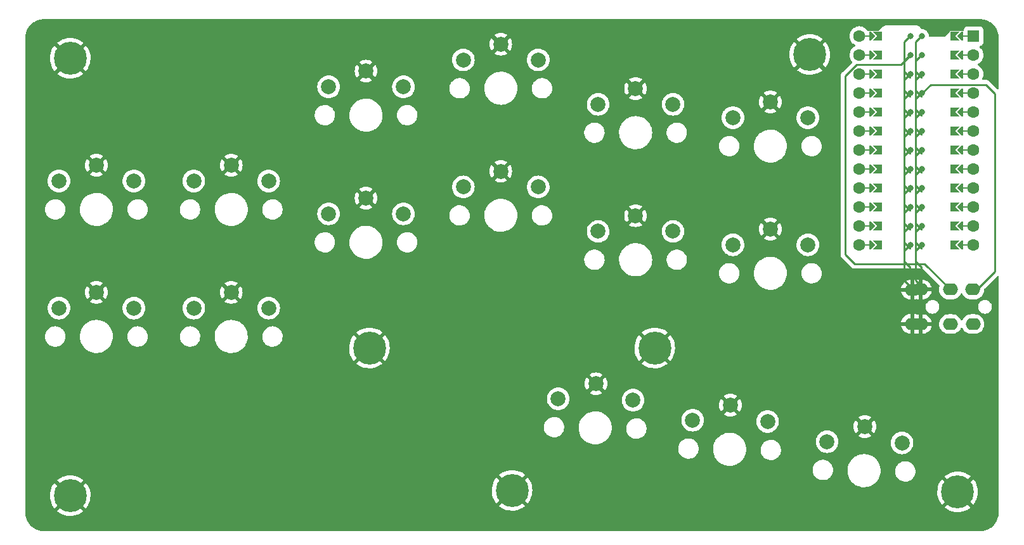
<source format=gbl>
%TF.GenerationSoftware,KiCad,Pcbnew,(6.0.4)*%
%TF.CreationDate,2022-08-14T15:03:19+10:00*%
%TF.ProjectId,budgie,62756467-6965-42e6-9b69-6361645f7063,2*%
%TF.SameCoordinates,Original*%
%TF.FileFunction,Copper,L2,Bot*%
%TF.FilePolarity,Positive*%
%FSLAX46Y46*%
G04 Gerber Fmt 4.6, Leading zero omitted, Abs format (unit mm)*
G04 Created by KiCad (PCBNEW (6.0.4)) date 2022-08-14 15:03:19*
%MOMM*%
%LPD*%
G01*
G04 APERTURE LIST*
G04 Aperture macros list*
%AMFreePoly0*
4,1,6,0.600000,0.200000,0.000000,-0.400000,-0.600000,0.200000,-0.600000,0.400000,0.600000,0.400000,0.600000,0.200000,0.600000,0.200000,$1*%
%AMFreePoly1*
4,1,5,0.125000,-0.500000,-0.125000,-0.500000,-0.125000,0.500000,0.125000,0.500000,0.125000,-0.500000,0.125000,-0.500000,$1*%
%AMFreePoly2*
4,1,49,0.004773,0.123721,0.009154,0.124665,0.028961,0.117240,0.062500,0.108253,0.068237,0.102516,0.075053,0.099961,0.087617,0.083136,0.108253,0.062500,0.111178,0.051584,0.117161,0.043572,0.118539,0.024114,0.125000,0.000000,0.121239,-0.014035,0.122131,-0.026629,0.113759,-0.041951,0.108253,-0.062500,0.095644,-0.075109,0.088389,-0.088388,-0.641000,-0.817776,-0.641000,-4.770224,
0.088389,-5.499612,0.109852,-5.528356,0.124665,-5.597154,0.099961,-5.663053,0.043572,-5.705161,-0.026629,-5.710131,-0.088388,-5.676389,-0.854388,-4.910388,-0.867707,-4.892552,-0.871189,-4.889530,-0.871982,-4.886826,-0.875852,-4.881644,-0.882331,-4.851549,-0.891000,-4.822000,-0.891000,-0.766000,-0.887805,-0.743969,-0.888131,-0.739371,-0.886780,-0.736898,-0.885852,-0.730498,-0.869151,-0.704632,
-0.854388,-0.677612,-0.088388,0.088389,-0.064606,0.106147,-0.062500,0.108253,-0.061385,0.108552,-0.059644,0.109852,-0.043806,0.113262,0.000000,0.125000,0.004773,0.123721,0.004773,0.123721,$1*%
%AMFreePoly3*
4,1,6,0.600000,-0.250000,-0.600000,-0.250000,-0.600000,1.000000,0.000000,0.400000,0.600000,1.000000,0.600000,-0.250000,0.600000,-0.250000,$1*%
G04 Aperture macros list end*
%TA.AperFunction,ComponentPad*%
%ADD10C,2.000000*%
%TD*%
%TA.AperFunction,ComponentPad*%
%ADD11C,4.400000*%
%TD*%
%TA.AperFunction,SMDPad,CuDef*%
%ADD12FreePoly0,270.000000*%
%TD*%
%TA.AperFunction,ComponentPad*%
%ADD13C,1.600000*%
%TD*%
%TA.AperFunction,SMDPad,CuDef*%
%ADD14FreePoly1,270.000000*%
%TD*%
%TA.AperFunction,SMDPad,CuDef*%
%ADD15FreePoly0,90.000000*%
%TD*%
%TA.AperFunction,SMDPad,CuDef*%
%ADD16FreePoly1,90.000000*%
%TD*%
%TA.AperFunction,ComponentPad*%
%ADD17R,1.600000X1.600000*%
%TD*%
%TA.AperFunction,SMDPad,CuDef*%
%ADD18FreePoly2,90.000000*%
%TD*%
%TA.AperFunction,ComponentPad*%
%ADD19C,0.800000*%
%TD*%
%TA.AperFunction,SMDPad,CuDef*%
%ADD20FreePoly3,270.000000*%
%TD*%
%TA.AperFunction,SMDPad,CuDef*%
%ADD21FreePoly3,90.000000*%
%TD*%
%TA.AperFunction,SMDPad,CuDef*%
%ADD22FreePoly2,270.000000*%
%TD*%
%TA.AperFunction,ComponentPad*%
%ADD23O,2.000000X1.600000*%
%TD*%
%TA.AperFunction,Conductor*%
%ADD24C,0.250000*%
%TD*%
G04 APERTURE END LIST*
D10*
%TO.P,S11,1*%
%TO.N,GND*%
X148000000Y-72850000D03*
%TO.P,S11,2*%
%TO.N,matrix_inner_bottom*%
X153000000Y-74950000D03*
X143000000Y-74950000D03*
%TD*%
D11*
%TO.P,REF\u002A\u002A,1*%
%TO.N,GND*%
X113500000Y-107800000D03*
X94450000Y-88750000D03*
X132550000Y-88750000D03*
%TD*%
D10*
%TO.P,S7,1*%
%TO.N,GND*%
X112000000Y-65110000D03*
%TO.P,S7,2*%
%TO.N,matrix_middle_bottom*%
X107000000Y-67210000D03*
X117000000Y-67210000D03*
%TD*%
%TO.P,S13,1*%
%TO.N,GND*%
X124702969Y-93533132D03*
%TO.P,S13,2*%
%TO.N,thumb_tucky*%
X129665558Y-95720074D03*
X119667081Y-95545550D03*
%TD*%
%TO.P,S8,1*%
%TO.N,GND*%
X112000000Y-48110000D03*
%TO.P,S8,2*%
%TO.N,matrix_middle_home*%
X107000000Y-50210000D03*
X117000000Y-50210000D03*
%TD*%
%TO.P,S3,1*%
%TO.N,GND*%
X76000000Y-81310000D03*
%TO.P,S3,2*%
%TO.N,matrix_pinky_bottom*%
X81000000Y-83410000D03*
X71000000Y-83410000D03*
%TD*%
%TO.P,S9,1*%
%TO.N,GND*%
X130000000Y-71050000D03*
%TO.P,S9,2*%
%TO.N,matrix_index_bottom*%
X125000000Y-73150000D03*
X135000000Y-73150000D03*
%TD*%
%TO.P,S6,1*%
%TO.N,GND*%
X94000000Y-51710000D03*
%TO.P,S6,2*%
%TO.N,matrix_ring_home*%
X89000000Y-53810000D03*
X99000000Y-53810000D03*
%TD*%
D11*
%TO.P,,1*%
%TO.N,GND*%
X173000000Y-108000000D03*
%TD*%
D10*
%TO.P,S5,1*%
%TO.N,GND*%
X94000000Y-68710000D03*
%TO.P,S5,2*%
%TO.N,matrix_ring_bottom*%
X89000000Y-70810000D03*
X99000000Y-70810000D03*
%TD*%
D11*
%TO.P,,1*%
%TO.N,GND*%
X153250000Y-49500000D03*
%TD*%
D10*
%TO.P,S10,1*%
%TO.N,GND*%
X130000000Y-54050000D03*
%TO.P,S10,2*%
%TO.N,matrix_index_home*%
X125000000Y-56150000D03*
X135000000Y-56150000D03*
%TD*%
%TO.P,S12,1*%
%TO.N,GND*%
X148000000Y-55850000D03*
%TO.P,S12,2*%
%TO.N,matrix_inner_home*%
X143000000Y-57950000D03*
X153000000Y-57950000D03*
%TD*%
D12*
%TO.P,U1,*%
%TO.N,*%
X173342000Y-67350000D03*
D13*
X159880000Y-72430000D03*
D14*
X173850000Y-64810000D03*
D12*
X173342000Y-74970000D03*
D15*
X161658000Y-62270000D03*
D13*
X175120000Y-62270000D03*
D15*
X161658000Y-72430000D03*
D16*
X161150000Y-47030000D03*
D13*
X159880000Y-49570000D03*
D15*
X161658000Y-49570000D03*
X161658000Y-47030000D03*
D13*
X175120000Y-47030000D03*
D17*
X175120000Y-47030000D03*
D16*
X161150000Y-49570000D03*
D12*
X173342000Y-49570000D03*
D13*
X159880000Y-52110000D03*
X175120000Y-49570000D03*
D14*
X173850000Y-72430000D03*
D16*
X161150000Y-74970000D03*
D12*
X173342000Y-69890000D03*
D16*
X161150000Y-52110000D03*
D13*
X175120000Y-67350000D03*
D12*
X173342000Y-57190000D03*
D13*
X159880000Y-57190000D03*
X175120000Y-64810000D03*
X175120000Y-54650000D03*
X175120000Y-72430000D03*
D16*
X161150000Y-54650000D03*
X161150000Y-59730000D03*
D15*
X161658000Y-67350000D03*
D13*
X159880000Y-59730000D03*
D12*
X173342000Y-64810000D03*
D14*
X173850000Y-62270000D03*
X173850000Y-52110000D03*
D15*
X161658000Y-57190000D03*
D14*
X173850000Y-49570000D03*
X173850000Y-69890000D03*
D13*
X159880000Y-67350000D03*
X175120000Y-74970000D03*
D16*
X161150000Y-72430000D03*
D15*
X161658000Y-74970000D03*
D12*
X173342000Y-72430000D03*
D13*
X159880000Y-64810000D03*
D12*
X173342000Y-52110000D03*
D15*
X161658000Y-64810000D03*
X161658000Y-52110000D03*
D14*
X173850000Y-57190000D03*
D15*
X161658000Y-54650000D03*
D13*
X159880000Y-54650000D03*
X175120000Y-59730000D03*
X175120000Y-52110000D03*
D14*
X173850000Y-67350000D03*
D15*
X161658000Y-59730000D03*
D13*
X175120000Y-69890000D03*
X175120000Y-57190000D03*
D12*
X173342000Y-59730000D03*
D13*
X159880000Y-62270000D03*
D16*
X161150000Y-67350000D03*
D14*
X173850000Y-54650000D03*
D12*
X173342000Y-62270000D03*
D16*
X161150000Y-57190000D03*
D13*
X159880000Y-74970000D03*
D14*
X173850000Y-59730000D03*
D15*
X161658000Y-69890000D03*
D12*
X173342000Y-54650000D03*
D16*
X161150000Y-62270000D03*
D13*
X159880000Y-69890000D03*
D16*
X161150000Y-64810000D03*
X161150000Y-69890000D03*
D14*
X173850000Y-47030000D03*
D13*
X159880000Y-47030000D03*
D14*
X173850000Y-74970000D03*
D12*
X173342000Y-47030000D03*
D18*
%TO.P,U1,1*%
%TO.N,N/C*%
X166738000Y-47030000D03*
D19*
%TO.N,matrix_inner_home*%
X166738000Y-47030000D03*
D20*
%TO.N,N/C*%
X172326000Y-47030000D03*
D18*
%TO.P,U1,2*%
%TO.N,RX*%
X166738000Y-49570000D03*
D20*
%TO.N,N/C*%
X172326000Y-49570000D03*
D19*
%TO.N,RX*%
X166738000Y-49570000D03*
D20*
%TO.P,U1,3*%
%TO.N,N/C*%
X172326000Y-52110000D03*
D18*
X166738000Y-52110000D03*
D19*
%TO.N,GND*%
X166738000Y-52110000D03*
D18*
%TO.P,U1,4*%
%TO.N,N/C*%
X166738000Y-54650000D03*
D19*
%TO.N,GND*%
X166738000Y-54650000D03*
D20*
%TO.N,N/C*%
X172326000Y-54650000D03*
%TO.P,U1,5*%
X172326000Y-57190000D03*
D19*
%TO.N,matrix_index_home*%
X166738000Y-57190000D03*
D18*
%TO.N,N/C*%
X166738000Y-57190000D03*
D20*
%TO.P,U1,6*%
X172326000Y-59730000D03*
D18*
X166738000Y-59730000D03*
D19*
X166738000Y-59730000D03*
%TO.P,U1,7*%
X166738000Y-62270000D03*
D20*
X172326000Y-62270000D03*
D18*
X166738000Y-62270000D03*
%TO.P,U1,8*%
X166738000Y-64810000D03*
D20*
X172326000Y-64810000D03*
D19*
X166738000Y-64810000D03*
%TO.P,U1,9*%
%TO.N,matrix_ring_home*%
X166738000Y-67350000D03*
D20*
%TO.N,N/C*%
X172326000Y-67350000D03*
D18*
X166738000Y-67350000D03*
D20*
%TO.P,U1,10*%
X172326000Y-69890000D03*
D19*
%TO.N,matrix_pinky_home*%
X166738000Y-69890000D03*
D18*
%TO.N,N/C*%
X166738000Y-69890000D03*
D19*
%TO.P,U1,11*%
%TO.N,matrix_outer_home*%
X166738000Y-72430000D03*
D18*
%TO.N,N/C*%
X166738000Y-72430000D03*
D20*
X172326000Y-72430000D03*
%TO.P,U1,12*%
X172326000Y-74970000D03*
D19*
%TO.N,matrix_outer_bottom*%
X166738000Y-74970000D03*
D18*
%TO.N,N/C*%
X166738000Y-74970000D03*
D21*
%TO.P,U1,13*%
X162674000Y-74970000D03*
D22*
X168262000Y-74970000D03*
D19*
%TO.N,matrix_ring_bottom*%
X168262000Y-74970000D03*
D21*
%TO.P,U1,14*%
%TO.N,N/C*%
X162674000Y-72430000D03*
D19*
%TO.N,matrix_pinky_bottom*%
X168262000Y-72430000D03*
D22*
%TO.N,N/C*%
X168262000Y-72430000D03*
%TO.P,U1,15*%
%TO.N,matrix_middle_bottom*%
X168262000Y-69890000D03*
D19*
X168262000Y-69890000D03*
D21*
%TO.N,N/C*%
X162674000Y-69890000D03*
D19*
%TO.P,U1,16*%
%TO.N,matrix_index_bottom*%
X168262000Y-67350000D03*
D21*
%TO.N,N/C*%
X162674000Y-67350000D03*
D22*
%TO.N,matrix_index_bottom*%
X168262000Y-67350000D03*
%TO.P,U1,17*%
%TO.N,N/C*%
X168262000Y-64810000D03*
D21*
X162674000Y-64810000D03*
D19*
%TO.N,matrix_inner_bottom*%
X168262000Y-64810000D03*
D21*
%TO.P,U1,18*%
%TO.N,N/C*%
X162674000Y-62270000D03*
D19*
%TO.N,thumb_tucky*%
X168262000Y-62270000D03*
D22*
%TO.N,N/C*%
X168262000Y-62270000D03*
%TO.P,U1,19*%
X168262000Y-59730000D03*
D21*
X162674000Y-59730000D03*
D19*
%TO.N,thumb_homey*%
X168262000Y-59730000D03*
%TO.P,U1,20*%
%TO.N,thumb_reachy*%
X168262000Y-57190000D03*
D22*
%TO.N,N/C*%
X168262000Y-57190000D03*
D21*
X162674000Y-57190000D03*
%TO.P,U1,21*%
X162674000Y-54650000D03*
D22*
%TO.N,VCC*%
X168262000Y-54650000D03*
D19*
X168262000Y-54650000D03*
D21*
%TO.P,U1,22*%
%TO.N,N/C*%
X162674000Y-52110000D03*
D19*
%TO.N,RESET*%
X168262000Y-52110000D03*
D22*
%TO.N,N/C*%
X168262000Y-52110000D03*
D19*
%TO.P,U1,23*%
%TO.N,GND*%
X168262000Y-49570000D03*
D22*
%TO.N,N/C*%
X168262000Y-49570000D03*
D21*
X162674000Y-49570000D03*
%TO.P,U1,24*%
X162674000Y-47030000D03*
D22*
X168262000Y-47030000D03*
D19*
%TO.N,RAW*%
X168262000Y-47030000D03*
%TD*%
D10*
%TO.P,S2,1*%
%TO.N,GND*%
X58000000Y-64310000D03*
%TO.P,S2,2*%
%TO.N,matrix_outer_home*%
X53000000Y-66410000D03*
X63000000Y-66410000D03*
%TD*%
%TO.P,S4,1*%
%TO.N,GND*%
X76000000Y-64310000D03*
%TO.P,S4,2*%
%TO.N,matrix_pinky_home*%
X71000000Y-66410000D03*
X81000000Y-66410000D03*
%TD*%
%TO.P,S1,1*%
%TO.N,GND*%
X58000000Y-81310000D03*
%TO.P,S1,2*%
%TO.N,matrix_outer_bottom*%
X63000000Y-83410000D03*
X53000000Y-83410000D03*
%TD*%
D11*
%TO.P,,1*%
%TO.N,GND*%
X54500000Y-108500000D03*
%TD*%
D23*
%TO.P,J2,R1*%
%TO.N,RX*%
X172030000Y-80920000D03*
X172050000Y-85550000D03*
%TO.P,J2,R2*%
%TO.N,VCC*%
X175050000Y-85550000D03*
X175030000Y-80920000D03*
%TO.P,J2,S*%
%TO.N,GND*%
X166950000Y-80950000D03*
X166930000Y-85520000D03*
%TO.P,J2,T*%
X168030000Y-80920000D03*
X168050000Y-85550000D03*
%TD*%
D11*
%TO.P,,1*%
%TO.N,GND*%
X54500000Y-50000000D03*
%TD*%
D10*
%TO.P,S14,1*%
%TO.N,GND*%
X142655724Y-96396887D03*
%TO.P,S14,2*%
%TO.N,thumb_homey*%
X137619836Y-98409305D03*
X147618313Y-98583829D03*
%TD*%
%TO.P,S15,1*%
%TO.N,GND*%
X160608479Y-99260642D03*
%TO.P,S15,2*%
%TO.N,thumb_reachy*%
X165571068Y-101447584D03*
X155572591Y-101273060D03*
%TD*%
D24*
%TO.N,VCC*%
X169386511Y-53525489D02*
X168262000Y-54650000D01*
X176775489Y-53525489D02*
X169386511Y-53525489D01*
X178000000Y-78500000D02*
X178000000Y-54750000D01*
X178000000Y-54750000D02*
X176775489Y-53525489D01*
X175580000Y-80920000D02*
X178000000Y-78500000D01*
X175030000Y-80920000D02*
X175580000Y-80920000D01*
%TO.N,RX*%
X158000000Y-76250000D02*
X159250000Y-77500000D01*
X159533402Y-50842094D02*
X158000000Y-52375496D01*
X168610000Y-77500000D02*
X172030000Y-80920000D01*
X166738000Y-49570000D02*
X165465906Y-50842094D01*
X158000000Y-52375496D02*
X158000000Y-76250000D01*
X159250000Y-77500000D02*
X168610000Y-77500000D01*
X165465906Y-50842094D02*
X159533402Y-50842094D01*
%TD*%
%TA.AperFunction,Conductor*%
%TO.N,GND*%
G36*
X175970018Y-44760000D02*
G01*
X175984851Y-44762310D01*
X175984855Y-44762310D01*
X175993724Y-44763691D01*
X176010923Y-44761442D01*
X176034863Y-44760609D01*
X176292710Y-44776206D01*
X176307814Y-44778040D01*
X176379786Y-44791229D01*
X176588760Y-44829525D01*
X176603526Y-44833164D01*
X176876231Y-44918142D01*
X176890445Y-44923534D01*
X177108223Y-45021547D01*
X177150906Y-45040757D01*
X177164379Y-45047828D01*
X177408813Y-45195595D01*
X177421334Y-45204238D01*
X177646171Y-45380385D01*
X177657560Y-45390475D01*
X177859525Y-45592440D01*
X177869615Y-45603829D01*
X178045762Y-45828666D01*
X178054405Y-45841187D01*
X178202172Y-46085621D01*
X178209242Y-46099092D01*
X178326466Y-46359555D01*
X178331858Y-46373769D01*
X178396358Y-46580757D01*
X178416836Y-46646473D01*
X178420475Y-46661240D01*
X178447579Y-46809142D01*
X178471960Y-46942186D01*
X178473794Y-46957290D01*
X178488953Y-47207904D01*
X178487692Y-47234716D01*
X178487690Y-47234852D01*
X178486309Y-47243724D01*
X178487473Y-47252626D01*
X178487473Y-47252628D01*
X178490436Y-47275283D01*
X178491500Y-47291621D01*
X178491500Y-54041406D01*
X178471498Y-54109527D01*
X178417842Y-54156020D01*
X178347568Y-54166124D01*
X178282988Y-54136630D01*
X178276405Y-54130501D01*
X177831497Y-53685592D01*
X177279141Y-53133236D01*
X177271601Y-53124950D01*
X177267489Y-53118471D01*
X177217837Y-53071845D01*
X177214996Y-53069091D01*
X177195259Y-53049354D01*
X177192062Y-53046874D01*
X177183040Y-53039169D01*
X177150810Y-53008903D01*
X177143864Y-53005084D01*
X177143861Y-53005082D01*
X177133055Y-52999141D01*
X177116536Y-52988290D01*
X177116072Y-52987930D01*
X177100530Y-52975875D01*
X177093261Y-52972730D01*
X177093257Y-52972727D01*
X177059952Y-52958315D01*
X177049302Y-52953098D01*
X177010549Y-52931794D01*
X176990926Y-52926756D01*
X176972223Y-52920352D01*
X176960909Y-52915456D01*
X176960908Y-52915456D01*
X176953634Y-52912308D01*
X176945811Y-52911069D01*
X176945801Y-52911066D01*
X176909965Y-52905390D01*
X176898345Y-52902984D01*
X176863200Y-52893961D01*
X176863199Y-52893961D01*
X176855519Y-52891989D01*
X176835265Y-52891989D01*
X176815554Y-52890438D01*
X176811274Y-52889760D01*
X176795546Y-52887269D01*
X176787654Y-52888015D01*
X176751528Y-52891430D01*
X176739670Y-52891989D01*
X176396903Y-52891989D01*
X176328782Y-52871987D01*
X176282289Y-52818331D01*
X176272185Y-52748057D01*
X176282708Y-52712739D01*
X176351961Y-52564225D01*
X176351961Y-52564224D01*
X176354284Y-52559243D01*
X176355790Y-52553625D01*
X176412119Y-52343402D01*
X176412119Y-52343400D01*
X176413543Y-52338087D01*
X176433498Y-52110000D01*
X176413543Y-51881913D01*
X176405730Y-51852753D01*
X176355707Y-51666067D01*
X176355706Y-51666065D01*
X176354284Y-51660757D01*
X176348851Y-51649105D01*
X176259849Y-51458238D01*
X176259846Y-51458233D01*
X176257523Y-51453251D01*
X176163437Y-51318882D01*
X176129357Y-51270211D01*
X176129355Y-51270208D01*
X176126198Y-51265700D01*
X175964300Y-51103802D01*
X175959792Y-51100645D01*
X175959789Y-51100643D01*
X175855811Y-51027837D01*
X175776749Y-50972477D01*
X175771767Y-50970154D01*
X175771762Y-50970151D01*
X175737543Y-50954195D01*
X175684258Y-50907278D01*
X175664797Y-50839001D01*
X175685339Y-50771041D01*
X175737543Y-50725805D01*
X175771762Y-50709849D01*
X175771767Y-50709846D01*
X175776749Y-50707523D01*
X175881611Y-50634098D01*
X175959789Y-50579357D01*
X175959792Y-50579355D01*
X175964300Y-50576198D01*
X176126198Y-50414300D01*
X176257523Y-50226749D01*
X176259846Y-50221767D01*
X176259849Y-50221762D01*
X176351961Y-50024225D01*
X176351961Y-50024224D01*
X176354284Y-50019243D01*
X176358646Y-50002966D01*
X176412119Y-49803402D01*
X176412119Y-49803400D01*
X176413543Y-49798087D01*
X176433498Y-49570000D01*
X176413543Y-49341913D01*
X176375106Y-49198465D01*
X176355707Y-49126067D01*
X176355706Y-49126065D01*
X176354284Y-49120757D01*
X176329111Y-49066772D01*
X176259849Y-48918238D01*
X176259846Y-48918233D01*
X176257523Y-48913251D01*
X176155362Y-48767350D01*
X176129357Y-48730211D01*
X176129355Y-48730208D01*
X176126198Y-48725700D01*
X175964300Y-48563802D01*
X175959789Y-48560643D01*
X175955576Y-48557108D01*
X175956527Y-48555974D01*
X175916529Y-48505929D01*
X175909224Y-48435310D01*
X175941258Y-48371951D01*
X176002462Y-48335970D01*
X176019517Y-48332918D01*
X176030316Y-48331745D01*
X176166705Y-48280615D01*
X176283261Y-48193261D01*
X176370615Y-48076705D01*
X176421745Y-47940316D01*
X176428500Y-47878134D01*
X176428500Y-47092634D01*
X176428979Y-47081652D01*
X176433019Y-47035475D01*
X176433498Y-47030000D01*
X176428979Y-46978348D01*
X176428500Y-46967366D01*
X176428500Y-46181866D01*
X176421745Y-46119684D01*
X176370615Y-45983295D01*
X176283261Y-45866739D01*
X176166705Y-45779385D01*
X176030316Y-45728255D01*
X175968134Y-45721500D01*
X175182634Y-45721500D01*
X175171652Y-45721021D01*
X175125475Y-45716981D01*
X175120000Y-45716502D01*
X175114525Y-45716981D01*
X175068348Y-45721021D01*
X175057366Y-45721500D01*
X174271866Y-45721500D01*
X174209684Y-45728255D01*
X174073295Y-45779385D01*
X173956739Y-45866739D01*
X173869385Y-45983295D01*
X173818255Y-46119684D01*
X173811500Y-46181866D01*
X173811500Y-46201531D01*
X173791498Y-46269652D01*
X173737842Y-46316145D01*
X173685500Y-46327531D01*
X173542000Y-46327531D01*
X173502787Y-46335331D01*
X173492470Y-46342224D01*
X173482217Y-46346471D01*
X173411628Y-46354060D01*
X173385783Y-46346471D01*
X173375530Y-46342224D01*
X173365213Y-46335331D01*
X173326000Y-46327531D01*
X172076000Y-46327531D01*
X172036787Y-46335331D01*
X172003543Y-46357543D01*
X171981331Y-46390787D01*
X171973531Y-46430000D01*
X171973531Y-46436187D01*
X171972924Y-46442350D01*
X171970411Y-46442103D01*
X171953529Y-46499598D01*
X171929962Y-46526772D01*
X171900085Y-46552616D01*
X171332335Y-47120366D01*
X171270023Y-47154392D01*
X171243240Y-47157271D01*
X169300814Y-47157271D01*
X169232693Y-47137269D01*
X169186200Y-47083613D01*
X169175189Y-47032996D01*
X169175504Y-47030000D01*
X169167736Y-46956092D01*
X169156232Y-46846635D01*
X169156232Y-46846633D01*
X169155542Y-46840072D01*
X169096527Y-46658444D01*
X169001040Y-46493056D01*
X168938802Y-46423933D01*
X168877675Y-46356045D01*
X168877674Y-46356044D01*
X168873253Y-46351134D01*
X168718752Y-46238882D01*
X168712724Y-46236198D01*
X168712722Y-46236197D01*
X168550319Y-46163891D01*
X168550318Y-46163891D01*
X168544288Y-46161206D01*
X168450888Y-46141353D01*
X168363944Y-46122872D01*
X168363939Y-46122872D01*
X168357487Y-46121500D01*
X168308989Y-46121500D01*
X168240868Y-46101498D01*
X168219894Y-46084595D01*
X168002149Y-45866850D01*
X167994590Y-45857452D01*
X167994322Y-45857683D01*
X167988442Y-45850869D01*
X167983587Y-45843283D01*
X167945295Y-45809960D01*
X167941582Y-45805665D01*
X167941505Y-45805754D01*
X167938221Y-45802908D01*
X167938214Y-45802915D01*
X167934930Y-45799631D01*
X167929702Y-45795716D01*
X167927854Y-45794332D01*
X167920668Y-45788528D01*
X167906540Y-45776233D01*
X167873284Y-45747292D01*
X167853618Y-45734594D01*
X167854636Y-45733018D01*
X167839293Y-45723872D01*
X167838622Y-45724911D01*
X167826340Y-45716981D01*
X167811666Y-45707506D01*
X167746960Y-45672034D01*
X167705164Y-45659709D01*
X167684870Y-45653724D01*
X167676421Y-45650904D01*
X167641750Y-45637954D01*
X167633314Y-45634803D01*
X167624330Y-45634154D01*
X167620172Y-45633247D01*
X167610864Y-45631900D01*
X167606708Y-45630674D01*
X167606101Y-45630586D01*
X167603860Y-45630424D01*
X167603847Y-45630423D01*
X167568896Y-45627903D01*
X167532394Y-45625271D01*
X167527939Y-45625271D01*
X167527939Y-45625193D01*
X167527864Y-45625190D01*
X167527878Y-45624789D01*
X167514516Y-45626220D01*
X167491960Y-45624591D01*
X167491958Y-45624591D01*
X167487472Y-45624267D01*
X167482980Y-45624585D01*
X167477740Y-45624956D01*
X167468842Y-45625271D01*
X163517071Y-45625271D01*
X163505088Y-45623971D01*
X163505062Y-45624324D01*
X163496081Y-45623663D01*
X163487288Y-45621733D01*
X163436648Y-45625246D01*
X163430988Y-45624835D01*
X163430996Y-45624950D01*
X163426656Y-45625260D01*
X163426656Y-45625271D01*
X163422012Y-45625271D01*
X163413262Y-45626528D01*
X163404067Y-45627506D01*
X163374180Y-45629579D01*
X163341416Y-45631852D01*
X163337026Y-45632797D01*
X163337020Y-45632798D01*
X163318531Y-45636779D01*
X163318136Y-45634943D01*
X163300825Y-45639323D01*
X163301086Y-45640534D01*
X163271933Y-45646810D01*
X163271929Y-45646811D01*
X163269718Y-45647287D01*
X163199129Y-45667867D01*
X163142034Y-45698917D01*
X163134130Y-45702862D01*
X163092185Y-45721995D01*
X163085375Y-45727887D01*
X163081664Y-45730269D01*
X163074378Y-45735710D01*
X163070673Y-45737725D01*
X163070181Y-45738092D01*
X163056128Y-45750248D01*
X163015808Y-45785125D01*
X163015799Y-45785133D01*
X163014085Y-45786616D01*
X163010935Y-45789766D01*
X163010880Y-45789711D01*
X163010816Y-45789770D01*
X163010543Y-45789477D01*
X163002113Y-45799930D01*
X162985018Y-45814721D01*
X162985008Y-45814731D01*
X162981609Y-45817672D01*
X162975206Y-45825051D01*
X162969135Y-45831566D01*
X162510075Y-46290626D01*
X162447763Y-46324652D01*
X162420980Y-46327531D01*
X161674000Y-46327531D01*
X161634787Y-46335331D01*
X161624470Y-46342224D01*
X161614217Y-46346471D01*
X161543628Y-46354060D01*
X161517783Y-46346471D01*
X161507530Y-46342224D01*
X161497213Y-46335331D01*
X161458000Y-46327531D01*
X161258000Y-46327531D01*
X161218787Y-46335331D01*
X161185543Y-46357543D01*
X161185094Y-46358215D01*
X161129831Y-46388392D01*
X161103048Y-46391271D01*
X161095732Y-46391271D01*
X161027611Y-46371269D01*
X160992519Y-46337542D01*
X160989277Y-46332911D01*
X160923437Y-46238882D01*
X160889357Y-46190211D01*
X160889355Y-46190208D01*
X160886198Y-46185700D01*
X160724300Y-46023802D01*
X160719792Y-46020645D01*
X160719789Y-46020643D01*
X160641611Y-45965902D01*
X160536749Y-45892477D01*
X160531767Y-45890154D01*
X160531762Y-45890151D01*
X160334225Y-45798039D01*
X160334224Y-45798039D01*
X160329243Y-45795716D01*
X160323935Y-45794294D01*
X160323933Y-45794293D01*
X160113402Y-45737881D01*
X160113400Y-45737881D01*
X160108087Y-45736457D01*
X159880000Y-45716502D01*
X159651913Y-45736457D01*
X159646600Y-45737881D01*
X159646598Y-45737881D01*
X159436067Y-45794293D01*
X159436065Y-45794294D01*
X159430757Y-45795716D01*
X159425776Y-45798039D01*
X159425775Y-45798039D01*
X159228238Y-45890151D01*
X159228233Y-45890154D01*
X159223251Y-45892477D01*
X159118389Y-45965902D01*
X159040211Y-46020643D01*
X159040208Y-46020645D01*
X159035700Y-46023802D01*
X158873802Y-46185700D01*
X158870645Y-46190208D01*
X158870643Y-46190211D01*
X158836563Y-46238882D01*
X158742477Y-46373251D01*
X158740154Y-46378233D01*
X158740151Y-46378238D01*
X158688900Y-46488148D01*
X158645716Y-46580757D01*
X158644294Y-46586065D01*
X158644293Y-46586067D01*
X158621745Y-46670217D01*
X158586457Y-46801913D01*
X158566502Y-47030000D01*
X158586457Y-47258087D01*
X158587881Y-47263400D01*
X158587881Y-47263402D01*
X158639513Y-47456092D01*
X158645716Y-47479243D01*
X158648039Y-47484224D01*
X158648039Y-47484225D01*
X158740151Y-47681762D01*
X158740154Y-47681767D01*
X158742477Y-47686749D01*
X158806786Y-47778592D01*
X158869779Y-47868554D01*
X158873802Y-47874300D01*
X159035700Y-48036198D01*
X159040208Y-48039355D01*
X159040211Y-48039357D01*
X159081542Y-48068297D01*
X159223251Y-48167523D01*
X159228233Y-48169846D01*
X159228238Y-48169849D01*
X159262457Y-48185805D01*
X159315742Y-48232722D01*
X159335203Y-48300999D01*
X159314661Y-48368959D01*
X159262457Y-48414195D01*
X159228238Y-48430151D01*
X159228233Y-48430154D01*
X159223251Y-48432477D01*
X159118389Y-48505902D01*
X159040211Y-48560643D01*
X159040208Y-48560645D01*
X159035700Y-48563802D01*
X158873802Y-48725700D01*
X158870645Y-48730208D01*
X158870643Y-48730211D01*
X158844638Y-48767350D01*
X158742477Y-48913251D01*
X158740154Y-48918233D01*
X158740151Y-48918238D01*
X158670889Y-49066772D01*
X158645716Y-49120757D01*
X158644294Y-49126065D01*
X158644293Y-49126067D01*
X158624894Y-49198465D01*
X158586457Y-49341913D01*
X158566502Y-49570000D01*
X158586457Y-49798087D01*
X158587881Y-49803400D01*
X158587881Y-49803402D01*
X158641355Y-50002966D01*
X158645716Y-50019243D01*
X158648039Y-50024224D01*
X158648039Y-50024225D01*
X158740151Y-50221762D01*
X158740154Y-50221767D01*
X158742477Y-50226749D01*
X158873802Y-50414300D01*
X158880452Y-50420950D01*
X158914478Y-50483262D01*
X158909413Y-50554077D01*
X158880452Y-50599140D01*
X158241603Y-51237988D01*
X157607747Y-51871844D01*
X157599461Y-51879384D01*
X157592982Y-51883496D01*
X157587557Y-51889273D01*
X157546357Y-51933147D01*
X157543602Y-51935989D01*
X157523865Y-51955726D01*
X157521385Y-51958923D01*
X157513682Y-51967943D01*
X157483414Y-52000175D01*
X157479595Y-52007121D01*
X157479593Y-52007124D01*
X157473652Y-52017930D01*
X157462801Y-52034449D01*
X157450386Y-52050455D01*
X157447241Y-52057724D01*
X157447238Y-52057728D01*
X157432826Y-52091033D01*
X157427609Y-52101683D01*
X157406305Y-52140436D01*
X157404334Y-52148111D01*
X157404334Y-52148112D01*
X157401267Y-52160058D01*
X157394863Y-52178762D01*
X157386819Y-52197351D01*
X157385580Y-52205174D01*
X157385577Y-52205184D01*
X157379901Y-52241020D01*
X157377495Y-52252640D01*
X157370394Y-52280298D01*
X157366500Y-52295466D01*
X157366500Y-52315720D01*
X157364949Y-52335430D01*
X157361780Y-52355439D01*
X157362526Y-52363331D01*
X157365941Y-52399457D01*
X157366500Y-52411315D01*
X157366500Y-76171233D01*
X157365973Y-76182416D01*
X157364298Y-76189909D01*
X157364547Y-76197835D01*
X157364547Y-76197836D01*
X157366438Y-76257986D01*
X157366500Y-76261945D01*
X157366500Y-76289856D01*
X157366997Y-76293790D01*
X157366997Y-76293791D01*
X157367005Y-76293856D01*
X157367938Y-76305693D01*
X157369327Y-76349889D01*
X157374357Y-76367202D01*
X157374978Y-76369339D01*
X157378987Y-76388700D01*
X157381526Y-76408797D01*
X157384445Y-76416168D01*
X157384445Y-76416170D01*
X157397804Y-76449912D01*
X157401649Y-76461142D01*
X157413982Y-76503593D01*
X157418015Y-76510412D01*
X157418017Y-76510417D01*
X157424293Y-76521028D01*
X157432988Y-76538776D01*
X157440448Y-76557617D01*
X157445110Y-76564033D01*
X157445110Y-76564034D01*
X157466436Y-76593387D01*
X157472952Y-76603307D01*
X157479271Y-76613991D01*
X157495458Y-76641362D01*
X157509779Y-76655683D01*
X157522619Y-76670716D01*
X157534528Y-76687107D01*
X157540634Y-76692158D01*
X157568605Y-76715298D01*
X157577384Y-76723288D01*
X158746348Y-77892253D01*
X158753888Y-77900539D01*
X158758000Y-77907018D01*
X158763777Y-77912443D01*
X158807651Y-77953643D01*
X158810493Y-77956398D01*
X158830230Y-77976135D01*
X158833427Y-77978615D01*
X158842447Y-77986318D01*
X158874679Y-78016586D01*
X158881625Y-78020405D01*
X158881628Y-78020407D01*
X158892434Y-78026348D01*
X158908953Y-78037199D01*
X158924959Y-78049614D01*
X158932228Y-78052759D01*
X158932232Y-78052762D01*
X158965537Y-78067174D01*
X158976187Y-78072391D01*
X159014940Y-78093695D01*
X159022615Y-78095666D01*
X159022616Y-78095666D01*
X159034562Y-78098733D01*
X159053267Y-78105137D01*
X159071855Y-78113181D01*
X159079678Y-78114420D01*
X159079688Y-78114423D01*
X159115524Y-78120099D01*
X159127144Y-78122505D01*
X159152953Y-78129131D01*
X159169970Y-78133500D01*
X159190224Y-78133500D01*
X159209934Y-78135051D01*
X159229943Y-78138220D01*
X159237835Y-78137474D01*
X159273961Y-78134059D01*
X159285819Y-78133500D01*
X168295406Y-78133500D01*
X168363527Y-78153502D01*
X168384501Y-78170405D01*
X170563115Y-80349019D01*
X170597141Y-80411331D01*
X170593695Y-80470216D01*
X170595716Y-80470757D01*
X170542033Y-80671105D01*
X170536457Y-80691913D01*
X170516502Y-80920000D01*
X170536457Y-81148087D01*
X170537881Y-81153400D01*
X170537881Y-81153402D01*
X170552504Y-81207973D01*
X170595716Y-81369243D01*
X170598039Y-81374224D01*
X170598039Y-81374225D01*
X170690151Y-81571762D01*
X170690154Y-81571767D01*
X170692477Y-81576749D01*
X170823802Y-81764300D01*
X170985700Y-81926198D01*
X170990208Y-81929355D01*
X170990211Y-81929357D01*
X171022429Y-81951916D01*
X171173251Y-82057523D01*
X171178233Y-82059846D01*
X171178238Y-82059849D01*
X171374765Y-82151490D01*
X171380757Y-82154284D01*
X171386065Y-82155706D01*
X171386067Y-82155707D01*
X171596598Y-82212119D01*
X171596600Y-82212119D01*
X171601913Y-82213543D01*
X171700120Y-82222135D01*
X171770149Y-82228262D01*
X171770156Y-82228262D01*
X171772873Y-82228500D01*
X172287127Y-82228500D01*
X172289844Y-82228262D01*
X172289851Y-82228262D01*
X172359880Y-82222135D01*
X172458087Y-82213543D01*
X172463400Y-82212119D01*
X172463402Y-82212119D01*
X172673933Y-82155707D01*
X172673935Y-82155706D01*
X172679243Y-82154284D01*
X172685235Y-82151490D01*
X172881762Y-82059849D01*
X172881767Y-82059846D01*
X172886749Y-82057523D01*
X173037571Y-81951916D01*
X173069789Y-81929357D01*
X173069792Y-81929355D01*
X173074300Y-81926198D01*
X173236198Y-81764300D01*
X173367523Y-81576749D01*
X173415805Y-81473207D01*
X173462722Y-81419922D01*
X173530999Y-81400461D01*
X173598959Y-81421003D01*
X173644195Y-81473207D01*
X173692477Y-81576749D01*
X173823802Y-81764300D01*
X173985700Y-81926198D01*
X173990208Y-81929355D01*
X173990211Y-81929357D01*
X174022429Y-81951916D01*
X174173251Y-82057523D01*
X174178233Y-82059846D01*
X174178238Y-82059849D01*
X174374765Y-82151490D01*
X174380757Y-82154284D01*
X174386065Y-82155706D01*
X174386067Y-82155707D01*
X174596598Y-82212119D01*
X174596600Y-82212119D01*
X174601913Y-82213543D01*
X174700120Y-82222135D01*
X174770149Y-82228262D01*
X174770156Y-82228262D01*
X174772873Y-82228500D01*
X175287127Y-82228500D01*
X175289844Y-82228262D01*
X175289851Y-82228262D01*
X175359880Y-82222135D01*
X175458087Y-82213543D01*
X175463400Y-82212119D01*
X175463402Y-82212119D01*
X175673933Y-82155707D01*
X175673935Y-82155706D01*
X175679243Y-82154284D01*
X175685235Y-82151490D01*
X175881762Y-82059849D01*
X175881767Y-82059846D01*
X175886749Y-82057523D01*
X176037571Y-81951916D01*
X176069789Y-81929357D01*
X176069792Y-81929355D01*
X176074300Y-81926198D01*
X176236198Y-81764300D01*
X176367523Y-81576749D01*
X176369846Y-81571767D01*
X176369849Y-81571762D01*
X176461961Y-81374225D01*
X176461961Y-81374224D01*
X176464284Y-81369243D01*
X176507497Y-81207973D01*
X176522119Y-81153402D01*
X176522119Y-81153400D01*
X176523543Y-81148087D01*
X176543498Y-80920000D01*
X176543019Y-80914525D01*
X176543019Y-80909018D01*
X176544658Y-80909018D01*
X176557174Y-80846762D01*
X176579607Y-80816297D01*
X178276405Y-79119500D01*
X178338717Y-79085474D01*
X178409533Y-79090539D01*
X178466368Y-79133086D01*
X178491179Y-79199606D01*
X178491500Y-79208595D01*
X178491500Y-110700633D01*
X178490000Y-110720018D01*
X178487690Y-110734851D01*
X178487690Y-110734855D01*
X178486309Y-110743724D01*
X178488558Y-110760919D01*
X178489391Y-110784863D01*
X178473794Y-111042710D01*
X178471960Y-111057814D01*
X178446369Y-111197465D01*
X178420477Y-111338754D01*
X178416836Y-111353527D01*
X178331859Y-111626227D01*
X178326466Y-111640445D01*
X178209243Y-111900906D01*
X178202172Y-111914379D01*
X178054405Y-112158813D01*
X178045762Y-112171334D01*
X177869615Y-112396171D01*
X177859525Y-112407560D01*
X177657560Y-112609525D01*
X177646171Y-112619615D01*
X177421334Y-112795762D01*
X177408813Y-112804405D01*
X177164379Y-112952172D01*
X177150908Y-112959242D01*
X176890445Y-113076466D01*
X176876231Y-113081858D01*
X176603527Y-113166836D01*
X176588760Y-113170475D01*
X176379786Y-113208771D01*
X176307814Y-113221960D01*
X176292710Y-113223794D01*
X176042096Y-113238953D01*
X176015284Y-113237692D01*
X176015148Y-113237690D01*
X176006276Y-113236309D01*
X175997374Y-113237473D01*
X175997372Y-113237473D01*
X175982707Y-113239391D01*
X175974714Y-113240436D01*
X175958379Y-113241500D01*
X51049367Y-113241500D01*
X51029982Y-113240000D01*
X51015149Y-113237690D01*
X51015145Y-113237690D01*
X51006276Y-113236309D01*
X50989077Y-113238558D01*
X50965137Y-113239391D01*
X50707290Y-113223794D01*
X50692186Y-113221960D01*
X50620214Y-113208771D01*
X50411240Y-113170475D01*
X50396473Y-113166836D01*
X50123769Y-113081858D01*
X50109555Y-113076466D01*
X49849092Y-112959242D01*
X49835621Y-112952172D01*
X49591187Y-112804405D01*
X49578666Y-112795762D01*
X49353829Y-112619615D01*
X49342440Y-112609525D01*
X49140475Y-112407560D01*
X49130385Y-112396171D01*
X48954238Y-112171334D01*
X48945595Y-112158813D01*
X48797828Y-111914379D01*
X48790757Y-111900906D01*
X48673534Y-111640445D01*
X48668141Y-111626227D01*
X48583164Y-111353527D01*
X48579523Y-111338754D01*
X48553632Y-111197465D01*
X48528040Y-111057814D01*
X48526206Y-111042710D01*
X48511269Y-110795768D01*
X48512520Y-110772216D01*
X48512334Y-110772199D01*
X48512769Y-110767350D01*
X48513576Y-110762552D01*
X48513729Y-110750000D01*
X48509773Y-110722376D01*
X48508500Y-110704514D01*
X48508500Y-110586423D01*
X52778703Y-110586423D01*
X52786227Y-110596854D01*
X52925483Y-110709020D01*
X52931657Y-110713408D01*
X53202271Y-110882178D01*
X53208931Y-110885794D01*
X53497852Y-111020827D01*
X53504905Y-111023620D01*
X53807970Y-111122970D01*
X53815282Y-111124888D01*
X54128092Y-111187109D01*
X54135590Y-111188137D01*
X54453610Y-111212328D01*
X54461173Y-111212446D01*
X54779785Y-111198257D01*
X54787326Y-111197465D01*
X55101924Y-111145101D01*
X55109302Y-111143411D01*
X55415355Y-111053625D01*
X55422450Y-111051071D01*
X55715496Y-110925169D01*
X55722263Y-110921765D01*
X55998042Y-110761580D01*
X56004349Y-110757390D01*
X56214305Y-110598889D01*
X56222761Y-110587496D01*
X56216045Y-110575256D01*
X54512810Y-108872020D01*
X54498869Y-108864408D01*
X54497034Y-108864539D01*
X54490420Y-108868790D01*
X52785818Y-110573393D01*
X52778703Y-110586423D01*
X48508500Y-110586423D01*
X48508500Y-108475383D01*
X51787388Y-108475383D01*
X51803245Y-108793914D01*
X51804076Y-108801443D01*
X51858085Y-109115759D01*
X51859818Y-109123146D01*
X51951196Y-109428695D01*
X51953799Y-109435808D01*
X52081227Y-109728173D01*
X52084669Y-109734929D01*
X52246296Y-110009865D01*
X52250519Y-110016150D01*
X52401463Y-110213934D01*
X52412989Y-110222396D01*
X52425054Y-110215735D01*
X54127980Y-108512810D01*
X54134357Y-108501131D01*
X54864408Y-108501131D01*
X54864539Y-108502966D01*
X54868790Y-108509580D01*
X56573285Y-110214074D01*
X56586408Y-110221240D01*
X56596709Y-110213851D01*
X56700751Y-110086055D01*
X56705164Y-110079914D01*
X56827248Y-109886423D01*
X111778703Y-109886423D01*
X111786227Y-109896854D01*
X111925483Y-110009020D01*
X111931657Y-110013408D01*
X112202271Y-110182178D01*
X112208931Y-110185794D01*
X112497852Y-110320827D01*
X112504905Y-110323620D01*
X112807970Y-110422970D01*
X112815282Y-110424888D01*
X113128092Y-110487109D01*
X113135590Y-110488137D01*
X113453610Y-110512328D01*
X113461173Y-110512446D01*
X113779785Y-110498257D01*
X113787326Y-110497465D01*
X114101924Y-110445101D01*
X114109302Y-110443411D01*
X114415355Y-110353625D01*
X114422450Y-110351071D01*
X114715496Y-110225169D01*
X114722263Y-110221765D01*
X114955272Y-110086423D01*
X171278703Y-110086423D01*
X171286227Y-110096854D01*
X171425483Y-110209020D01*
X171431657Y-110213408D01*
X171702271Y-110382178D01*
X171708931Y-110385794D01*
X171997852Y-110520827D01*
X172004905Y-110523620D01*
X172307970Y-110622970D01*
X172315282Y-110624888D01*
X172628092Y-110687109D01*
X172635590Y-110688137D01*
X172953610Y-110712328D01*
X172961173Y-110712446D01*
X173279785Y-110698257D01*
X173287326Y-110697465D01*
X173601924Y-110645101D01*
X173609302Y-110643411D01*
X173915355Y-110553625D01*
X173922450Y-110551071D01*
X174215496Y-110425169D01*
X174222263Y-110421765D01*
X174498042Y-110261580D01*
X174504349Y-110257390D01*
X174714305Y-110098889D01*
X174722761Y-110087496D01*
X174716045Y-110075256D01*
X173012810Y-108372020D01*
X172998869Y-108364408D01*
X172997034Y-108364539D01*
X172990420Y-108368790D01*
X171285818Y-110073393D01*
X171278703Y-110086423D01*
X114955272Y-110086423D01*
X114998042Y-110061580D01*
X115004349Y-110057390D01*
X115214305Y-109898889D01*
X115222761Y-109887496D01*
X115216045Y-109875256D01*
X113512810Y-108172020D01*
X113498869Y-108164408D01*
X113497034Y-108164539D01*
X113490420Y-108168790D01*
X111785818Y-109873393D01*
X111778703Y-109886423D01*
X56827248Y-109886423D01*
X56875349Y-109810187D01*
X56879005Y-109803536D01*
X57015544Y-109515335D01*
X57018375Y-109508295D01*
X57119306Y-109205767D01*
X57121270Y-109198433D01*
X57185122Y-108885989D01*
X57186194Y-108878465D01*
X57212173Y-108559051D01*
X57212378Y-108554576D01*
X57212927Y-108502221D01*
X57212817Y-108497789D01*
X57193529Y-108177853D01*
X57192621Y-108170351D01*
X57135319Y-107856593D01*
X57133518Y-107849260D01*
X57110578Y-107775383D01*
X110787388Y-107775383D01*
X110803245Y-108093914D01*
X110804076Y-108101443D01*
X110858085Y-108415759D01*
X110859818Y-108423146D01*
X110951196Y-108728695D01*
X110953799Y-108735808D01*
X111081227Y-109028173D01*
X111084669Y-109034929D01*
X111246296Y-109309865D01*
X111250519Y-109316150D01*
X111401463Y-109513934D01*
X111412989Y-109522396D01*
X111425054Y-109515735D01*
X113127980Y-107812810D01*
X113134357Y-107801131D01*
X113864408Y-107801131D01*
X113864539Y-107802966D01*
X113868790Y-107809580D01*
X115573285Y-109514074D01*
X115586408Y-109521240D01*
X115596709Y-109513851D01*
X115700751Y-109386055D01*
X115705164Y-109379914D01*
X115875349Y-109110187D01*
X115879005Y-109103536D01*
X116015544Y-108815335D01*
X116018375Y-108808295D01*
X116119306Y-108505767D01*
X116121270Y-108498433D01*
X116185122Y-108185989D01*
X116186194Y-108178465D01*
X116202711Y-107975383D01*
X170287388Y-107975383D01*
X170303245Y-108293914D01*
X170304076Y-108301443D01*
X170358085Y-108615759D01*
X170359818Y-108623146D01*
X170451196Y-108928695D01*
X170453799Y-108935808D01*
X170581227Y-109228173D01*
X170584669Y-109234929D01*
X170746296Y-109509865D01*
X170750519Y-109516150D01*
X170901463Y-109713934D01*
X170912989Y-109722396D01*
X170925054Y-109715735D01*
X172627980Y-108012810D01*
X172634357Y-108001131D01*
X173364408Y-108001131D01*
X173364539Y-108002966D01*
X173368790Y-108009580D01*
X175073285Y-109714074D01*
X175086408Y-109721240D01*
X175096709Y-109713851D01*
X175200751Y-109586055D01*
X175205164Y-109579914D01*
X175375349Y-109310187D01*
X175379005Y-109303536D01*
X175515544Y-109015335D01*
X175518375Y-109008295D01*
X175619306Y-108705767D01*
X175621270Y-108698433D01*
X175685122Y-108385989D01*
X175686194Y-108378465D01*
X175712173Y-108059051D01*
X175712378Y-108054576D01*
X175712927Y-108002221D01*
X175712817Y-107997789D01*
X175693529Y-107677853D01*
X175692621Y-107670351D01*
X175635319Y-107356593D01*
X175633518Y-107349260D01*
X175538935Y-107044655D01*
X175536263Y-107037583D01*
X175405781Y-106746570D01*
X175402264Y-106739843D01*
X175237771Y-106466621D01*
X175233481Y-106460377D01*
X175097991Y-106286647D01*
X175086199Y-106278178D01*
X175074486Y-106284725D01*
X173372020Y-107987190D01*
X173364408Y-108001131D01*
X172634357Y-108001131D01*
X172635592Y-107998869D01*
X172635461Y-107997034D01*
X172631210Y-107990420D01*
X170926445Y-106285656D01*
X170913510Y-106278592D01*
X170902949Y-106286252D01*
X170782766Y-106437072D01*
X170778410Y-106443270D01*
X170611059Y-106714764D01*
X170607479Y-106721440D01*
X170473956Y-107011074D01*
X170471206Y-107018125D01*
X170373444Y-107321708D01*
X170371561Y-107329041D01*
X170310979Y-107642170D01*
X170309992Y-107649670D01*
X170287467Y-107967802D01*
X170287388Y-107975383D01*
X116202711Y-107975383D01*
X116212173Y-107859051D01*
X116212378Y-107854576D01*
X116212927Y-107802221D01*
X116212817Y-107797789D01*
X116193529Y-107477853D01*
X116192621Y-107470351D01*
X116135319Y-107156593D01*
X116133518Y-107149260D01*
X116038935Y-106844655D01*
X116036263Y-106837583D01*
X115905781Y-106546570D01*
X115902264Y-106539843D01*
X115737771Y-106266621D01*
X115733481Y-106260377D01*
X115597991Y-106086647D01*
X115586199Y-106078178D01*
X115574486Y-106084725D01*
X113872020Y-107787190D01*
X113864408Y-107801131D01*
X113134357Y-107801131D01*
X113135592Y-107798869D01*
X113135461Y-107797034D01*
X113131210Y-107790420D01*
X111426445Y-106085656D01*
X111413510Y-106078592D01*
X111402949Y-106086252D01*
X111282766Y-106237072D01*
X111278410Y-106243270D01*
X111111059Y-106514764D01*
X111107479Y-106521440D01*
X110973956Y-106811074D01*
X110971206Y-106818125D01*
X110873444Y-107121708D01*
X110871561Y-107129041D01*
X110810979Y-107442170D01*
X110809992Y-107449670D01*
X110787467Y-107767802D01*
X110787388Y-107775383D01*
X57110578Y-107775383D01*
X57038935Y-107544655D01*
X57036263Y-107537583D01*
X56905781Y-107246570D01*
X56902264Y-107239843D01*
X56737771Y-106966621D01*
X56733481Y-106960377D01*
X56597991Y-106786647D01*
X56586199Y-106778178D01*
X56574486Y-106784725D01*
X54872020Y-108487190D01*
X54864408Y-108501131D01*
X54134357Y-108501131D01*
X54135592Y-108498869D01*
X54135461Y-108497034D01*
X54131210Y-108490420D01*
X52426445Y-106785656D01*
X52413510Y-106778592D01*
X52402949Y-106786252D01*
X52282766Y-106937072D01*
X52278410Y-106943270D01*
X52111059Y-107214764D01*
X52107479Y-107221440D01*
X51973956Y-107511074D01*
X51971206Y-107518125D01*
X51873444Y-107821708D01*
X51871561Y-107829041D01*
X51810979Y-108142170D01*
X51809992Y-108149670D01*
X51787467Y-108467802D01*
X51787388Y-108475383D01*
X48508500Y-108475383D01*
X48508500Y-106413423D01*
X52777917Y-106413423D01*
X52784520Y-106425309D01*
X54487190Y-108127980D01*
X54501131Y-108135592D01*
X54502966Y-108135461D01*
X54509580Y-108131210D01*
X56214559Y-106426230D01*
X56221571Y-106413389D01*
X56213777Y-106402701D01*
X56051298Y-106274613D01*
X56045075Y-106270288D01*
X55772702Y-106104357D01*
X55766025Y-106100822D01*
X55475686Y-105968813D01*
X55468616Y-105966099D01*
X55164537Y-105869932D01*
X55157186Y-105868085D01*
X54843746Y-105809142D01*
X54836237Y-105808194D01*
X54517989Y-105787335D01*
X54510424Y-105787295D01*
X54191964Y-105804821D01*
X54184450Y-105805690D01*
X53870405Y-105861348D01*
X53863044Y-105863115D01*
X53557980Y-105956092D01*
X53550860Y-105958740D01*
X53259182Y-106087690D01*
X53252445Y-106091167D01*
X52978355Y-106254233D01*
X52972091Y-106258490D01*
X52786385Y-106401762D01*
X52777917Y-106413423D01*
X48508500Y-106413423D01*
X48508500Y-105713423D01*
X111777917Y-105713423D01*
X111784520Y-105725309D01*
X113487190Y-107427980D01*
X113501131Y-107435592D01*
X113502966Y-107435461D01*
X113509580Y-107431210D01*
X115214559Y-105726230D01*
X115221571Y-105713389D01*
X115213777Y-105702701D01*
X115051298Y-105574613D01*
X115045075Y-105570288D01*
X114772702Y-105404357D01*
X114766025Y-105400822D01*
X114475686Y-105268813D01*
X114468616Y-105266099D01*
X114164537Y-105169932D01*
X114157186Y-105168085D01*
X113843746Y-105109142D01*
X113836237Y-105108194D01*
X113517989Y-105087335D01*
X113510424Y-105087295D01*
X113191964Y-105104821D01*
X113184450Y-105105690D01*
X112870405Y-105161348D01*
X112863044Y-105163115D01*
X112557980Y-105256092D01*
X112550860Y-105258740D01*
X112259182Y-105387690D01*
X112252445Y-105391167D01*
X111978355Y-105554233D01*
X111972091Y-105558490D01*
X111786385Y-105701762D01*
X111777917Y-105713423D01*
X48508500Y-105713423D01*
X48508500Y-104999529D01*
X153644450Y-104999529D01*
X153653099Y-105229913D01*
X153700441Y-105455546D01*
X153702399Y-105460505D01*
X153702400Y-105460507D01*
X153778216Y-105652483D01*
X153785124Y-105669976D01*
X153787891Y-105674535D01*
X153787892Y-105674538D01*
X153848619Y-105774613D01*
X153904725Y-105867072D01*
X153908222Y-105871102D01*
X153994786Y-105970858D01*
X154055825Y-106041200D01*
X154097378Y-106075271D01*
X154229975Y-106183995D01*
X154229981Y-106183999D01*
X154234103Y-106187379D01*
X154238739Y-106190018D01*
X154238742Y-106190020D01*
X154307472Y-106229143D01*
X154434462Y-106301430D01*
X154651173Y-106380092D01*
X154656422Y-106381041D01*
X154656425Y-106381042D01*
X154873956Y-106420378D01*
X154873963Y-106420379D01*
X154878040Y-106421116D01*
X154895762Y-106421952D01*
X154900704Y-106422185D01*
X154900711Y-106422185D01*
X154902192Y-106422255D01*
X155064238Y-106422255D01*
X155131157Y-106416577D01*
X155230757Y-106408126D01*
X155230761Y-106408125D01*
X155236068Y-106407675D01*
X155241223Y-106406337D01*
X155241229Y-106406336D01*
X155454051Y-106351098D01*
X155454055Y-106351097D01*
X155459220Y-106349756D01*
X155464086Y-106347564D01*
X155464089Y-106347563D01*
X155664550Y-106257262D01*
X155669423Y-106255067D01*
X155860667Y-106126314D01*
X155887390Y-106100822D01*
X156019739Y-105974566D01*
X156027483Y-105967179D01*
X156165102Y-105782213D01*
X156177164Y-105758490D01*
X156236236Y-105642303D01*
X156269588Y-105576704D01*
X156271581Y-105570288D01*
X156336372Y-105361626D01*
X156337955Y-105356528D01*
X156343509Y-105314626D01*
X156357893Y-105206098D01*
X158292552Y-105206098D01*
X158292915Y-105210246D01*
X158292915Y-105210250D01*
X158305713Y-105356528D01*
X158318123Y-105498368D01*
X158319033Y-105502440D01*
X158319034Y-105502445D01*
X158379871Y-105774613D01*
X158382123Y-105784690D01*
X158383567Y-105788613D01*
X158383567Y-105788615D01*
X158390771Y-105808194D01*
X158483429Y-106060031D01*
X158485376Y-106063724D01*
X158485377Y-106063726D01*
X158602702Y-106286252D01*
X158620261Y-106319556D01*
X158790215Y-106558704D01*
X158990304Y-106773274D01*
X159217014Y-106959495D01*
X159466361Y-107114097D01*
X159470178Y-107115813D01*
X159470181Y-107115814D01*
X159483296Y-107121708D01*
X159733966Y-107234363D01*
X159821916Y-107260582D01*
X160011128Y-107316990D01*
X160011136Y-107316992D01*
X160015125Y-107318181D01*
X160019241Y-107318833D01*
X160019246Y-107318834D01*
X160301432Y-107363527D01*
X160301437Y-107363527D01*
X160304900Y-107364076D01*
X160353996Y-107366306D01*
X160395242Y-107368179D01*
X160395261Y-107368179D01*
X160396661Y-107368243D01*
X160579930Y-107368243D01*
X160798252Y-107353742D01*
X161085851Y-107295752D01*
X161301670Y-107221440D01*
X161359290Y-107201600D01*
X161359291Y-107201599D01*
X161363254Y-107200235D01*
X161366996Y-107198361D01*
X161367001Y-107198359D01*
X161621843Y-107070743D01*
X161621845Y-107070742D01*
X161625587Y-107068868D01*
X161868242Y-106903960D01*
X161972129Y-106811074D01*
X162083838Y-106711195D01*
X162083839Y-106711194D01*
X162086955Y-106708408D01*
X162277883Y-106485648D01*
X162346432Y-106380092D01*
X162435394Y-106243103D01*
X162435397Y-106243098D01*
X162437673Y-106239593D01*
X162563517Y-105974566D01*
X162566236Y-105966099D01*
X162643544Y-105725309D01*
X162653204Y-105695223D01*
X162705159Y-105406473D01*
X162713419Y-105224582D01*
X162714921Y-105191505D01*
X164642774Y-105191505D01*
X164651423Y-105421889D01*
X164698765Y-105647522D01*
X164700723Y-105652481D01*
X164700724Y-105652483D01*
X164754486Y-105788615D01*
X164783448Y-105861952D01*
X164786215Y-105866511D01*
X164786216Y-105866514D01*
X164844705Y-105962901D01*
X164903049Y-106059048D01*
X164906546Y-106063078D01*
X165014409Y-106187379D01*
X165054149Y-106233176D01*
X165058280Y-106236563D01*
X165228299Y-106375971D01*
X165228305Y-106375975D01*
X165232427Y-106379355D01*
X165237063Y-106381994D01*
X165237066Y-106381996D01*
X165346094Y-106444058D01*
X165432786Y-106493406D01*
X165649497Y-106572068D01*
X165654746Y-106573017D01*
X165654749Y-106573018D01*
X165872280Y-106612354D01*
X165872287Y-106612355D01*
X165876364Y-106613092D01*
X165894086Y-106613928D01*
X165899028Y-106614161D01*
X165899035Y-106614161D01*
X165900516Y-106614231D01*
X166062562Y-106614231D01*
X166129481Y-106608553D01*
X166229081Y-106600102D01*
X166229085Y-106600101D01*
X166234392Y-106599651D01*
X166239547Y-106598313D01*
X166239553Y-106598312D01*
X166452375Y-106543074D01*
X166452379Y-106543073D01*
X166457544Y-106541732D01*
X166462410Y-106539540D01*
X166462413Y-106539539D01*
X166662874Y-106449238D01*
X166667747Y-106447043D01*
X166858991Y-106318290D01*
X166879436Y-106298787D01*
X166993452Y-106190020D01*
X167025807Y-106159155D01*
X167050242Y-106126314D01*
X167160240Y-105978471D01*
X167163426Y-105974189D01*
X167166160Y-105968813D01*
X167194321Y-105913423D01*
X171277917Y-105913423D01*
X171284520Y-105925309D01*
X172987190Y-107627980D01*
X173001131Y-107635592D01*
X173002966Y-107635461D01*
X173009580Y-107631210D01*
X174714559Y-105926230D01*
X174721571Y-105913389D01*
X174713777Y-105902701D01*
X174551298Y-105774613D01*
X174545075Y-105770288D01*
X174272702Y-105604357D01*
X174266025Y-105600822D01*
X173975686Y-105468813D01*
X173968616Y-105466099D01*
X173664537Y-105369932D01*
X173657186Y-105368085D01*
X173343746Y-105309142D01*
X173336237Y-105308194D01*
X173017989Y-105287335D01*
X173010424Y-105287295D01*
X172691964Y-105304821D01*
X172684450Y-105305690D01*
X172370405Y-105361348D01*
X172363044Y-105363115D01*
X172057980Y-105456092D01*
X172050860Y-105458740D01*
X171759182Y-105587690D01*
X171752445Y-105591167D01*
X171478355Y-105754233D01*
X171472091Y-105758490D01*
X171286385Y-105901762D01*
X171277917Y-105913423D01*
X167194321Y-105913423D01*
X167249537Y-105804821D01*
X167267912Y-105768680D01*
X167285081Y-105713389D01*
X167334696Y-105553602D01*
X167336279Y-105548504D01*
X167348527Y-105456092D01*
X167365870Y-105325242D01*
X167365870Y-105325237D01*
X167366570Y-105319957D01*
X167366129Y-105308194D01*
X167359163Y-105122650D01*
X167357921Y-105089573D01*
X167310579Y-104863940D01*
X167308620Y-104858979D01*
X167227857Y-104654475D01*
X167227856Y-104654473D01*
X167225896Y-104649510D01*
X167163116Y-104546051D01*
X167109062Y-104456974D01*
X167106295Y-104452414D01*
X167016476Y-104348906D01*
X166958695Y-104282319D01*
X166958693Y-104282317D01*
X166955195Y-104278286D01*
X166863082Y-104202758D01*
X166781045Y-104135491D01*
X166781039Y-104135487D01*
X166776917Y-104132107D01*
X166772281Y-104129468D01*
X166772278Y-104129466D01*
X166581201Y-104020699D01*
X166576558Y-104018056D01*
X166359847Y-103939394D01*
X166354598Y-103938445D01*
X166354595Y-103938444D01*
X166137064Y-103899108D01*
X166137057Y-103899107D01*
X166132980Y-103898370D01*
X166115258Y-103897534D01*
X166110316Y-103897301D01*
X166110309Y-103897301D01*
X166108828Y-103897231D01*
X165946782Y-103897231D01*
X165879863Y-103902909D01*
X165780263Y-103911360D01*
X165780259Y-103911361D01*
X165774952Y-103911811D01*
X165769797Y-103913149D01*
X165769791Y-103913150D01*
X165556969Y-103968388D01*
X165556965Y-103968389D01*
X165551800Y-103969730D01*
X165546934Y-103971922D01*
X165546931Y-103971923D01*
X165438652Y-104020699D01*
X165341597Y-104064419D01*
X165150353Y-104193172D01*
X165146496Y-104196851D01*
X165146494Y-104196853D01*
X165135870Y-104206988D01*
X164983537Y-104352307D01*
X164845918Y-104537273D01*
X164741432Y-104742782D01*
X164739850Y-104747876D01*
X164739849Y-104747879D01*
X164694981Y-104892378D01*
X164673065Y-104962958D01*
X164672364Y-104968247D01*
X164646537Y-105163115D01*
X164642774Y-105191505D01*
X162714921Y-105191505D01*
X162718279Y-105117558D01*
X162718279Y-105117553D01*
X162718468Y-105113388D01*
X162717795Y-105105690D01*
X162697100Y-104869159D01*
X162692897Y-104821118D01*
X162682873Y-104776271D01*
X162629809Y-104538874D01*
X162629807Y-104538867D01*
X162628897Y-104534796D01*
X162612411Y-104489987D01*
X162597739Y-104450111D01*
X162527591Y-104259455D01*
X162477585Y-104164609D01*
X162392712Y-104003634D01*
X162392711Y-104003633D01*
X162390759Y-103999930D01*
X162220805Y-103760782D01*
X162020716Y-103546212D01*
X161794006Y-103359991D01*
X161544659Y-103205389D01*
X161540842Y-103203673D01*
X161540839Y-103203672D01*
X161466801Y-103170398D01*
X161277054Y-103085123D01*
X161189104Y-103058904D01*
X160999892Y-103002496D01*
X160999884Y-103002494D01*
X160995895Y-103001305D01*
X160991779Y-103000653D01*
X160991774Y-103000652D01*
X160709588Y-102955959D01*
X160709583Y-102955959D01*
X160706120Y-102955410D01*
X160657024Y-102953180D01*
X160615778Y-102951307D01*
X160615759Y-102951307D01*
X160614359Y-102951243D01*
X160431090Y-102951243D01*
X160212768Y-102965744D01*
X159925169Y-103023734D01*
X159750349Y-103083929D01*
X159660937Y-103114716D01*
X159647766Y-103119251D01*
X159644024Y-103121125D01*
X159644019Y-103121127D01*
X159389177Y-103248743D01*
X159385433Y-103250618D01*
X159325833Y-103291122D01*
X159205636Y-103372808D01*
X159142778Y-103415526D01*
X159139662Y-103418312D01*
X159027898Y-103518241D01*
X158924065Y-103611078D01*
X158733137Y-103833838D01*
X158730863Y-103837340D01*
X158599121Y-104040205D01*
X158573347Y-104079893D01*
X158447503Y-104344920D01*
X158446224Y-104348903D01*
X158446223Y-104348906D01*
X158412135Y-104455079D01*
X158357816Y-104624263D01*
X158305861Y-104913013D01*
X158301690Y-105004860D01*
X158292973Y-105196836D01*
X158292552Y-105206098D01*
X156357893Y-105206098D01*
X156367546Y-105133266D01*
X156367546Y-105133261D01*
X156368246Y-105127981D01*
X156359597Y-104897597D01*
X156312255Y-104671964D01*
X156305348Y-104654475D01*
X156229533Y-104462499D01*
X156229532Y-104462497D01*
X156227572Y-104457534D01*
X156211250Y-104430635D01*
X156110738Y-104264998D01*
X156107971Y-104260438D01*
X156021103Y-104160331D01*
X155960371Y-104090343D01*
X155960369Y-104090341D01*
X155956871Y-104086310D01*
X155876853Y-104020699D01*
X155782721Y-103943515D01*
X155782715Y-103943511D01*
X155778593Y-103940131D01*
X155773957Y-103937492D01*
X155773954Y-103937490D01*
X155582877Y-103828723D01*
X155578234Y-103826080D01*
X155361523Y-103747418D01*
X155356274Y-103746469D01*
X155356271Y-103746468D01*
X155138740Y-103707132D01*
X155138733Y-103707131D01*
X155134656Y-103706394D01*
X155116934Y-103705558D01*
X155111992Y-103705325D01*
X155111985Y-103705325D01*
X155110504Y-103705255D01*
X154948458Y-103705255D01*
X154881539Y-103710933D01*
X154781939Y-103719384D01*
X154781935Y-103719385D01*
X154776628Y-103719835D01*
X154771473Y-103721173D01*
X154771467Y-103721174D01*
X154558645Y-103776412D01*
X154558641Y-103776413D01*
X154553476Y-103777754D01*
X154548610Y-103779946D01*
X154548607Y-103779947D01*
X154440328Y-103828723D01*
X154343273Y-103872443D01*
X154152029Y-104001196D01*
X154148172Y-104004875D01*
X154148170Y-104004877D01*
X154111137Y-104040205D01*
X153985213Y-104160331D01*
X153982030Y-104164609D01*
X153958040Y-104196853D01*
X153847594Y-104345297D01*
X153845178Y-104350048D01*
X153845176Y-104350052D01*
X153795351Y-104448051D01*
X153743108Y-104550806D01*
X153741526Y-104555900D01*
X153741525Y-104555903D01*
X153684974Y-104738027D01*
X153674741Y-104770982D01*
X153674040Y-104776271D01*
X153649973Y-104957860D01*
X153644450Y-104999529D01*
X48508500Y-104999529D01*
X48508500Y-102135774D01*
X135691695Y-102135774D01*
X135691895Y-102141103D01*
X135691895Y-102141105D01*
X135694879Y-102220599D01*
X135700344Y-102366158D01*
X135747686Y-102591791D01*
X135749644Y-102596750D01*
X135749645Y-102596752D01*
X135825461Y-102788728D01*
X135832369Y-102806221D01*
X135835136Y-102810780D01*
X135835137Y-102810783D01*
X135920455Y-102951382D01*
X135951970Y-103003317D01*
X135955467Y-103007347D01*
X136051388Y-103117886D01*
X136103070Y-103177445D01*
X136135056Y-103203672D01*
X136277220Y-103320240D01*
X136277226Y-103320244D01*
X136281348Y-103323624D01*
X136285984Y-103326263D01*
X136285987Y-103326265D01*
X136349889Y-103362640D01*
X136481707Y-103437675D01*
X136698418Y-103516337D01*
X136703667Y-103517286D01*
X136703670Y-103517287D01*
X136921201Y-103556623D01*
X136921208Y-103556624D01*
X136925285Y-103557361D01*
X136943007Y-103558197D01*
X136947949Y-103558430D01*
X136947956Y-103558430D01*
X136949437Y-103558500D01*
X137111483Y-103558500D01*
X137178402Y-103552822D01*
X137278002Y-103544371D01*
X137278006Y-103544370D01*
X137283313Y-103543920D01*
X137288468Y-103542582D01*
X137288474Y-103542581D01*
X137501296Y-103487343D01*
X137501300Y-103487342D01*
X137506465Y-103486001D01*
X137511331Y-103483809D01*
X137511334Y-103483808D01*
X137711795Y-103393507D01*
X137716668Y-103391312D01*
X137907912Y-103262559D01*
X137920430Y-103250618D01*
X138001362Y-103173412D01*
X138074728Y-103103424D01*
X138212347Y-102918458D01*
X138316833Y-102712949D01*
X138324007Y-102689847D01*
X138383617Y-102497871D01*
X138385200Y-102492773D01*
X138390754Y-102450871D01*
X138405138Y-102342343D01*
X140339797Y-102342343D01*
X140340160Y-102346491D01*
X140340160Y-102346495D01*
X140352958Y-102492773D01*
X140365368Y-102634613D01*
X140366278Y-102638685D01*
X140366279Y-102638690D01*
X140421290Y-102884795D01*
X140429368Y-102920935D01*
X140430812Y-102924858D01*
X140430812Y-102924860D01*
X140446159Y-102966571D01*
X140530674Y-103196276D01*
X140532621Y-103199969D01*
X140532622Y-103199971D01*
X140582936Y-103295400D01*
X140667506Y-103455801D01*
X140837460Y-103694949D01*
X141037549Y-103909519D01*
X141264259Y-104095740D01*
X141513606Y-104250342D01*
X141517423Y-104252058D01*
X141517426Y-104252059D01*
X141542606Y-104263375D01*
X141781211Y-104370608D01*
X141869161Y-104396827D01*
X142058373Y-104453235D01*
X142058381Y-104453237D01*
X142062370Y-104454426D01*
X142066486Y-104455078D01*
X142066491Y-104455079D01*
X142348677Y-104499772D01*
X142348682Y-104499772D01*
X142352145Y-104500321D01*
X142401241Y-104502551D01*
X142442487Y-104504424D01*
X142442506Y-104504424D01*
X142443906Y-104504488D01*
X142627175Y-104504488D01*
X142845497Y-104489987D01*
X143133096Y-104431997D01*
X143374411Y-104348906D01*
X143406535Y-104337845D01*
X143406536Y-104337844D01*
X143410499Y-104336480D01*
X143414241Y-104334606D01*
X143414246Y-104334604D01*
X143669088Y-104206988D01*
X143669090Y-104206987D01*
X143672832Y-104205113D01*
X143841711Y-104090343D01*
X143912028Y-104042556D01*
X143912031Y-104042554D01*
X143915487Y-104040205D01*
X144028238Y-103939394D01*
X144131083Y-103847440D01*
X144131084Y-103847439D01*
X144134200Y-103844653D01*
X144325128Y-103621893D01*
X144393677Y-103516337D01*
X144482639Y-103379348D01*
X144482642Y-103379343D01*
X144484918Y-103375838D01*
X144610762Y-103110811D01*
X144619010Y-103085123D01*
X144682349Y-102887844D01*
X144700449Y-102831468D01*
X144752404Y-102542718D01*
X144760664Y-102360827D01*
X144762166Y-102327750D01*
X146690019Y-102327750D01*
X146690219Y-102333079D01*
X146690219Y-102333081D01*
X146690713Y-102346237D01*
X146698668Y-102558134D01*
X146746010Y-102783767D01*
X146747968Y-102788726D01*
X146747969Y-102788728D01*
X146817877Y-102965744D01*
X146830693Y-102998197D01*
X146833460Y-103002756D01*
X146833461Y-103002759D01*
X146905289Y-103121127D01*
X146950294Y-103195293D01*
X146953791Y-103199323D01*
X147095510Y-103362640D01*
X147101394Y-103369421D01*
X147105525Y-103372808D01*
X147275544Y-103512216D01*
X147275550Y-103512220D01*
X147279672Y-103515600D01*
X147284308Y-103518239D01*
X147284311Y-103518241D01*
X147393339Y-103580303D01*
X147480031Y-103629651D01*
X147696742Y-103708313D01*
X147701991Y-103709262D01*
X147701994Y-103709263D01*
X147919525Y-103748599D01*
X147919532Y-103748600D01*
X147923609Y-103749337D01*
X147941331Y-103750173D01*
X147946273Y-103750406D01*
X147946280Y-103750406D01*
X147947761Y-103750476D01*
X148109807Y-103750476D01*
X148176726Y-103744798D01*
X148276326Y-103736347D01*
X148276330Y-103736346D01*
X148281637Y-103735896D01*
X148286792Y-103734558D01*
X148286798Y-103734557D01*
X148499620Y-103679319D01*
X148499624Y-103679318D01*
X148504789Y-103677977D01*
X148509655Y-103675785D01*
X148509658Y-103675784D01*
X148710119Y-103585483D01*
X148714992Y-103583288D01*
X148906236Y-103454535D01*
X148926681Y-103435032D01*
X148999686Y-103365388D01*
X149073052Y-103295400D01*
X149097487Y-103262559D01*
X149204111Y-103119251D01*
X149210671Y-103110434D01*
X149216411Y-103099146D01*
X149270259Y-102993232D01*
X149315157Y-102904925D01*
X149320820Y-102886689D01*
X149381941Y-102689847D01*
X149383524Y-102684749D01*
X149395187Y-102596752D01*
X149413115Y-102461487D01*
X149413115Y-102461482D01*
X149413815Y-102456202D01*
X149405166Y-102225818D01*
X149390992Y-102158262D01*
X149358919Y-102005404D01*
X149357824Y-102000185D01*
X149343630Y-101964243D01*
X149275102Y-101790720D01*
X149275101Y-101790718D01*
X149273141Y-101785755D01*
X149211574Y-101684295D01*
X149156307Y-101593219D01*
X149153540Y-101588659D01*
X149063721Y-101485151D01*
X149005940Y-101418564D01*
X149005938Y-101418562D01*
X149002440Y-101414531D01*
X148910327Y-101339003D01*
X148829905Y-101273060D01*
X154059426Y-101273060D01*
X154078056Y-101509771D01*
X154079210Y-101514578D01*
X154079211Y-101514584D01*
X154092292Y-101569068D01*
X154133486Y-101740654D01*
X154135379Y-101745225D01*
X154135380Y-101745227D01*
X154205776Y-101915178D01*
X154224351Y-101960023D01*
X154226937Y-101964243D01*
X154345832Y-102158262D01*
X154345836Y-102158268D01*
X154348415Y-102162476D01*
X154502622Y-102343029D01*
X154683175Y-102497236D01*
X154687383Y-102499815D01*
X154687389Y-102499819D01*
X154881408Y-102618714D01*
X154885628Y-102621300D01*
X154890198Y-102623193D01*
X154890202Y-102623195D01*
X155038808Y-102684749D01*
X155104997Y-102712165D01*
X155128069Y-102717704D01*
X155331067Y-102766440D01*
X155331073Y-102766441D01*
X155335880Y-102767595D01*
X155572591Y-102786225D01*
X155809302Y-102767595D01*
X155814109Y-102766441D01*
X155814115Y-102766440D01*
X156017113Y-102717704D01*
X156040185Y-102712165D01*
X156106374Y-102684749D01*
X156254980Y-102623195D01*
X156254984Y-102623193D01*
X156259554Y-102621300D01*
X156263774Y-102618714D01*
X156457793Y-102499819D01*
X156457799Y-102499815D01*
X156462007Y-102497236D01*
X156642560Y-102343029D01*
X156796767Y-102162476D01*
X156799346Y-102158268D01*
X156799350Y-102158262D01*
X156918245Y-101964243D01*
X156920831Y-101960023D01*
X156939407Y-101915178D01*
X157009802Y-101745227D01*
X157009803Y-101745225D01*
X157011696Y-101740654D01*
X157052890Y-101569068D01*
X157065971Y-101514584D01*
X157065972Y-101514578D01*
X157067126Y-101509771D01*
X157072020Y-101447584D01*
X164057903Y-101447584D01*
X164076533Y-101684295D01*
X164077687Y-101689102D01*
X164077688Y-101689108D01*
X164099796Y-101781193D01*
X164131963Y-101915178D01*
X164133856Y-101919749D01*
X164133857Y-101919751D01*
X164169336Y-102005404D01*
X164222828Y-102134547D01*
X164225414Y-102138767D01*
X164344309Y-102332786D01*
X164344313Y-102332792D01*
X164346892Y-102337000D01*
X164501099Y-102517553D01*
X164681652Y-102671760D01*
X164685860Y-102674339D01*
X164685866Y-102674343D01*
X164838673Y-102767983D01*
X164884105Y-102795824D01*
X164888675Y-102797717D01*
X164888679Y-102797719D01*
X164979766Y-102835448D01*
X165103474Y-102886689D01*
X165158202Y-102899828D01*
X165329544Y-102940964D01*
X165329550Y-102940965D01*
X165334357Y-102942119D01*
X165571068Y-102960749D01*
X165807779Y-102942119D01*
X165812586Y-102940965D01*
X165812592Y-102940964D01*
X165983934Y-102899828D01*
X166038662Y-102886689D01*
X166162370Y-102835448D01*
X166253457Y-102797719D01*
X166253461Y-102797717D01*
X166258031Y-102795824D01*
X166303463Y-102767983D01*
X166456270Y-102674343D01*
X166456276Y-102674339D01*
X166460484Y-102671760D01*
X166641037Y-102517553D01*
X166795244Y-102337000D01*
X166797823Y-102332792D01*
X166797827Y-102332786D01*
X166916722Y-102138767D01*
X166919308Y-102134547D01*
X166972801Y-102005404D01*
X167008279Y-101919751D01*
X167008280Y-101919749D01*
X167010173Y-101915178D01*
X167042340Y-101781193D01*
X167064448Y-101689108D01*
X167064449Y-101689102D01*
X167065603Y-101684295D01*
X167084233Y-101447584D01*
X167065603Y-101210873D01*
X167063153Y-101200664D01*
X167024888Y-101041283D01*
X167010173Y-100979990D01*
X167007520Y-100973585D01*
X166921203Y-100765195D01*
X166921201Y-100765191D01*
X166919308Y-100760621D01*
X166878801Y-100694520D01*
X166797827Y-100562382D01*
X166797823Y-100562376D01*
X166795244Y-100558168D01*
X166641037Y-100377615D01*
X166460484Y-100223408D01*
X166456276Y-100220829D01*
X166456270Y-100220825D01*
X166262251Y-100101930D01*
X166258031Y-100099344D01*
X166253461Y-100097451D01*
X166253457Y-100097449D01*
X166043235Y-100010373D01*
X166043233Y-100010372D01*
X166038662Y-100008479D01*
X165958459Y-99989224D01*
X165812592Y-99954204D01*
X165812586Y-99954203D01*
X165807779Y-99953049D01*
X165571068Y-99934419D01*
X165334357Y-99953049D01*
X165329550Y-99954203D01*
X165329544Y-99954204D01*
X165183677Y-99989224D01*
X165103474Y-100008479D01*
X165098903Y-100010372D01*
X165098901Y-100010373D01*
X164888679Y-100097449D01*
X164888675Y-100097451D01*
X164884105Y-100099344D01*
X164879885Y-100101930D01*
X164685866Y-100220825D01*
X164685860Y-100220829D01*
X164681652Y-100223408D01*
X164501099Y-100377615D01*
X164346892Y-100558168D01*
X164344313Y-100562376D01*
X164344309Y-100562382D01*
X164263335Y-100694520D01*
X164222828Y-100760621D01*
X164220935Y-100765191D01*
X164220933Y-100765195D01*
X164134616Y-100973585D01*
X164131963Y-100979990D01*
X164117248Y-101041283D01*
X164078984Y-101200664D01*
X164076533Y-101210873D01*
X164057903Y-101447584D01*
X157072020Y-101447584D01*
X157085756Y-101273060D01*
X157067126Y-101036349D01*
X157060486Y-101008688D01*
X157021081Y-100844558D01*
X157011696Y-100805466D01*
X156998214Y-100772917D01*
X156922726Y-100590671D01*
X156922724Y-100590667D01*
X156920831Y-100586097D01*
X156901503Y-100554557D01*
X156863972Y-100493312D01*
X159740639Y-100493312D01*
X159746366Y-100500962D01*
X159917521Y-100605847D01*
X159926316Y-100610329D01*
X160136467Y-100697376D01*
X160145852Y-100700425D01*
X160367033Y-100753527D01*
X160376780Y-100755070D01*
X160603549Y-100772917D01*
X160613409Y-100772917D01*
X160840178Y-100755070D01*
X160849925Y-100753527D01*
X161071106Y-100700425D01*
X161080491Y-100697376D01*
X161290642Y-100610329D01*
X161299437Y-100605847D01*
X161466924Y-100503210D01*
X161476386Y-100492752D01*
X161472603Y-100483976D01*
X160621291Y-99632664D01*
X160607347Y-99625050D01*
X160605514Y-99625181D01*
X160598899Y-99629432D01*
X159747399Y-100480932D01*
X159740639Y-100493312D01*
X156863972Y-100493312D01*
X156799350Y-100387858D01*
X156799346Y-100387852D01*
X156796767Y-100383644D01*
X156642560Y-100203091D01*
X156462007Y-100048884D01*
X156457799Y-100046305D01*
X156457793Y-100046301D01*
X156263774Y-99927406D01*
X156259554Y-99924820D01*
X156254984Y-99922927D01*
X156254980Y-99922925D01*
X156044758Y-99835849D01*
X156044756Y-99835848D01*
X156040185Y-99833955D01*
X155959982Y-99814700D01*
X155814115Y-99779680D01*
X155814109Y-99779679D01*
X155809302Y-99778525D01*
X155572591Y-99759895D01*
X155335880Y-99778525D01*
X155331073Y-99779679D01*
X155331067Y-99779680D01*
X155185200Y-99814700D01*
X155104997Y-99833955D01*
X155100426Y-99835848D01*
X155100424Y-99835849D01*
X154890202Y-99922925D01*
X154890198Y-99922927D01*
X154885628Y-99924820D01*
X154881408Y-99927406D01*
X154687389Y-100046301D01*
X154687383Y-100046305D01*
X154683175Y-100048884D01*
X154502622Y-100203091D01*
X154348415Y-100383644D01*
X154345836Y-100387852D01*
X154345832Y-100387858D01*
X154243679Y-100554557D01*
X154224351Y-100586097D01*
X154222458Y-100590667D01*
X154222456Y-100590671D01*
X154146968Y-100772917D01*
X154133486Y-100805466D01*
X154124101Y-100844558D01*
X154084697Y-101008688D01*
X154078056Y-101036349D01*
X154059426Y-101273060D01*
X148829905Y-101273060D01*
X148828290Y-101271736D01*
X148828284Y-101271732D01*
X148824162Y-101268352D01*
X148819526Y-101265713D01*
X148819523Y-101265711D01*
X148628446Y-101156944D01*
X148623803Y-101154301D01*
X148407092Y-101075639D01*
X148401843Y-101074690D01*
X148401840Y-101074689D01*
X148184309Y-101035353D01*
X148184302Y-101035352D01*
X148180225Y-101034615D01*
X148162503Y-101033779D01*
X148157561Y-101033546D01*
X148157554Y-101033546D01*
X148156073Y-101033476D01*
X147994027Y-101033476D01*
X147927108Y-101039154D01*
X147827508Y-101047605D01*
X147827504Y-101047606D01*
X147822197Y-101048056D01*
X147817042Y-101049394D01*
X147817036Y-101049395D01*
X147604214Y-101104633D01*
X147604210Y-101104634D01*
X147599045Y-101105975D01*
X147594179Y-101108167D01*
X147594176Y-101108168D01*
X147485897Y-101156944D01*
X147388842Y-101200664D01*
X147197598Y-101329417D01*
X147193741Y-101333096D01*
X147193739Y-101333098D01*
X147183115Y-101343233D01*
X147030782Y-101488552D01*
X146893163Y-101673518D01*
X146890747Y-101678269D01*
X146890745Y-101678273D01*
X146883691Y-101692148D01*
X146788677Y-101879027D01*
X146787095Y-101884121D01*
X146787094Y-101884124D01*
X146742226Y-102028623D01*
X146720310Y-102099203D01*
X146719609Y-102104492D01*
X146697738Y-102269511D01*
X146690019Y-102327750D01*
X144762166Y-102327750D01*
X144765524Y-102253803D01*
X144765524Y-102253798D01*
X144765713Y-102249633D01*
X144763630Y-102225818D01*
X144744345Y-102005404D01*
X144740142Y-101957363D01*
X144729637Y-101910366D01*
X144677054Y-101675119D01*
X144677052Y-101675112D01*
X144676142Y-101671041D01*
X144659656Y-101626232D01*
X144644984Y-101586356D01*
X144574836Y-101395700D01*
X144524830Y-101300854D01*
X144439957Y-101139879D01*
X144439956Y-101139878D01*
X144438004Y-101136175D01*
X144268050Y-100897027D01*
X144067961Y-100682457D01*
X143841251Y-100496236D01*
X143591904Y-100341634D01*
X143588087Y-100339918D01*
X143588084Y-100339917D01*
X143514046Y-100306643D01*
X143324299Y-100221368D01*
X143236349Y-100195149D01*
X143047137Y-100138741D01*
X143047129Y-100138739D01*
X143043140Y-100137550D01*
X143039024Y-100136898D01*
X143039019Y-100136897D01*
X142756833Y-100092204D01*
X142756828Y-100092204D01*
X142753365Y-100091655D01*
X142704269Y-100089425D01*
X142663023Y-100087552D01*
X142663004Y-100087552D01*
X142661604Y-100087488D01*
X142478335Y-100087488D01*
X142260013Y-100101989D01*
X141972414Y-100159979D01*
X141856524Y-100199883D01*
X141708182Y-100250961D01*
X141695011Y-100255496D01*
X141691269Y-100257370D01*
X141691264Y-100257372D01*
X141443645Y-100381371D01*
X141432678Y-100386863D01*
X141373078Y-100427367D01*
X141252881Y-100509053D01*
X141190023Y-100551771D01*
X141186907Y-100554557D01*
X141023763Y-100700425D01*
X140971310Y-100747323D01*
X140780382Y-100970083D01*
X140756737Y-101006493D01*
X140627137Y-101206060D01*
X140620592Y-101216138D01*
X140618798Y-101219917D01*
X140618797Y-101219918D01*
X140584144Y-101292897D01*
X140494748Y-101481165D01*
X140493469Y-101485148D01*
X140493468Y-101485151D01*
X140459380Y-101591324D01*
X140405061Y-101760508D01*
X140353106Y-102049258D01*
X140348935Y-102141105D01*
X140340040Y-102337000D01*
X140339797Y-102342343D01*
X138405138Y-102342343D01*
X138414791Y-102269511D01*
X138414791Y-102269506D01*
X138415491Y-102264226D01*
X138406842Y-102033842D01*
X138359500Y-101808209D01*
X138352593Y-101790720D01*
X138276778Y-101598744D01*
X138276777Y-101598742D01*
X138274817Y-101593779D01*
X138258495Y-101566880D01*
X138157983Y-101401243D01*
X138155216Y-101396683D01*
X138068348Y-101296576D01*
X138007616Y-101226588D01*
X138007614Y-101226586D01*
X138004116Y-101222555D01*
X137924098Y-101156944D01*
X137829966Y-101079760D01*
X137829960Y-101079756D01*
X137825838Y-101076376D01*
X137821202Y-101073737D01*
X137821199Y-101073735D01*
X137630122Y-100964968D01*
X137625479Y-100962325D01*
X137408768Y-100883663D01*
X137403519Y-100882714D01*
X137403516Y-100882713D01*
X137185985Y-100843377D01*
X137185978Y-100843376D01*
X137181901Y-100842639D01*
X137164179Y-100841803D01*
X137159237Y-100841570D01*
X137159230Y-100841570D01*
X137157749Y-100841500D01*
X136995703Y-100841500D01*
X136928784Y-100847178D01*
X136829184Y-100855629D01*
X136829180Y-100855630D01*
X136823873Y-100856080D01*
X136818718Y-100857418D01*
X136818712Y-100857419D01*
X136605890Y-100912657D01*
X136605886Y-100912658D01*
X136600721Y-100913999D01*
X136595855Y-100916191D01*
X136595852Y-100916192D01*
X136487573Y-100964968D01*
X136390518Y-101008688D01*
X136199274Y-101137441D01*
X136195417Y-101141120D01*
X136195415Y-101141122D01*
X136158382Y-101176450D01*
X136032458Y-101296576D01*
X136029275Y-101300854D01*
X136005285Y-101333098D01*
X135894839Y-101481542D01*
X135892423Y-101486293D01*
X135892421Y-101486297D01*
X135842596Y-101584297D01*
X135790353Y-101687051D01*
X135788771Y-101692145D01*
X135788770Y-101692148D01*
X135732219Y-101874272D01*
X135721986Y-101907227D01*
X135721285Y-101912516D01*
X135692464Y-102129973D01*
X135691695Y-102135774D01*
X48508500Y-102135774D01*
X48508500Y-99272019D01*
X117738940Y-99272019D01*
X117739140Y-99277348D01*
X117739140Y-99277350D01*
X117742124Y-99356844D01*
X117747589Y-99502403D01*
X117794931Y-99728036D01*
X117796889Y-99732995D01*
X117796890Y-99732997D01*
X117872706Y-99924973D01*
X117879614Y-99942466D01*
X117882381Y-99947025D01*
X117882382Y-99947028D01*
X117967700Y-100087627D01*
X117999215Y-100139562D01*
X118002712Y-100143592D01*
X118098633Y-100254131D01*
X118150315Y-100313690D01*
X118182301Y-100339917D01*
X118324465Y-100456485D01*
X118324471Y-100456489D01*
X118328593Y-100459869D01*
X118333229Y-100462508D01*
X118333232Y-100462510D01*
X118397134Y-100498885D01*
X118528952Y-100573920D01*
X118745663Y-100652582D01*
X118750912Y-100653531D01*
X118750915Y-100653532D01*
X118968446Y-100692868D01*
X118968453Y-100692869D01*
X118972530Y-100693606D01*
X118990252Y-100694442D01*
X118995194Y-100694675D01*
X118995201Y-100694675D01*
X118996682Y-100694745D01*
X119158728Y-100694745D01*
X119225647Y-100689067D01*
X119325247Y-100680616D01*
X119325251Y-100680615D01*
X119330558Y-100680165D01*
X119335713Y-100678827D01*
X119335719Y-100678826D01*
X119548541Y-100623588D01*
X119548545Y-100623587D01*
X119553710Y-100622246D01*
X119558576Y-100620054D01*
X119558579Y-100620053D01*
X119759040Y-100529752D01*
X119763913Y-100527557D01*
X119955157Y-100398804D01*
X119966632Y-100387858D01*
X120048607Y-100309657D01*
X120121973Y-100239669D01*
X120259592Y-100054703D01*
X120282131Y-100010373D01*
X120326591Y-99922925D01*
X120364078Y-99849194D01*
X120371252Y-99826092D01*
X120430862Y-99634116D01*
X120432445Y-99629018D01*
X120437999Y-99587116D01*
X120452383Y-99478588D01*
X122387042Y-99478588D01*
X122387405Y-99482736D01*
X122387405Y-99482740D01*
X122399856Y-99625050D01*
X122412613Y-99770858D01*
X122413523Y-99774930D01*
X122413524Y-99774935D01*
X122474759Y-100048884D01*
X122476613Y-100057180D01*
X122478057Y-100061103D01*
X122478057Y-100061105D01*
X122493404Y-100102816D01*
X122577919Y-100332521D01*
X122579866Y-100336214D01*
X122579867Y-100336216D01*
X122630181Y-100431645D01*
X122714751Y-100592046D01*
X122884705Y-100831194D01*
X123084794Y-101045764D01*
X123311504Y-101231985D01*
X123560851Y-101386587D01*
X123564668Y-101388303D01*
X123564671Y-101388304D01*
X123589851Y-101399620D01*
X123828456Y-101506853D01*
X123854389Y-101514584D01*
X124105618Y-101589480D01*
X124105626Y-101589482D01*
X124109615Y-101590671D01*
X124113731Y-101591323D01*
X124113736Y-101591324D01*
X124395922Y-101636017D01*
X124395927Y-101636017D01*
X124399390Y-101636566D01*
X124448486Y-101638796D01*
X124489732Y-101640669D01*
X124489751Y-101640669D01*
X124491151Y-101640733D01*
X124674420Y-101640733D01*
X124892742Y-101626232D01*
X125180341Y-101568242D01*
X125421656Y-101485151D01*
X125453780Y-101474090D01*
X125453781Y-101474089D01*
X125457744Y-101472725D01*
X125461486Y-101470851D01*
X125461491Y-101470849D01*
X125716333Y-101343233D01*
X125716335Y-101343232D01*
X125720077Y-101341358D01*
X125888956Y-101226588D01*
X125959273Y-101178801D01*
X125959276Y-101178799D01*
X125962732Y-101176450D01*
X126075483Y-101075639D01*
X126178328Y-100983685D01*
X126178329Y-100983684D01*
X126181445Y-100980898D01*
X126372373Y-100758138D01*
X126440922Y-100652582D01*
X126529884Y-100515593D01*
X126529887Y-100515588D01*
X126532163Y-100512083D01*
X126658007Y-100247056D01*
X126666255Y-100221368D01*
X126729594Y-100024089D01*
X126747694Y-99967713D01*
X126799649Y-99678963D01*
X126808124Y-99492341D01*
X126809411Y-99463995D01*
X128737264Y-99463995D01*
X128737464Y-99469324D01*
X128737464Y-99469326D01*
X128737958Y-99482482D01*
X128745913Y-99694379D01*
X128793255Y-99920012D01*
X128795213Y-99924971D01*
X128795214Y-99924973D01*
X128873323Y-100122755D01*
X128877938Y-100134442D01*
X128880705Y-100139001D01*
X128880706Y-100139004D01*
X128952534Y-100257372D01*
X128997539Y-100331538D01*
X129001036Y-100335568D01*
X129142755Y-100498885D01*
X129148639Y-100505666D01*
X129152770Y-100509053D01*
X129322789Y-100648461D01*
X129322795Y-100648465D01*
X129326917Y-100651845D01*
X129331553Y-100654484D01*
X129331556Y-100654486D01*
X129412260Y-100700425D01*
X129527276Y-100765896D01*
X129743987Y-100844558D01*
X129749236Y-100845507D01*
X129749239Y-100845508D01*
X129966770Y-100884844D01*
X129966777Y-100884845D01*
X129970854Y-100885582D01*
X129988576Y-100886418D01*
X129993518Y-100886651D01*
X129993525Y-100886651D01*
X129995006Y-100886721D01*
X130157052Y-100886721D01*
X130223971Y-100881043D01*
X130323571Y-100872592D01*
X130323575Y-100872591D01*
X130328882Y-100872141D01*
X130334037Y-100870803D01*
X130334043Y-100870802D01*
X130546865Y-100815564D01*
X130546869Y-100815563D01*
X130552034Y-100814222D01*
X130556900Y-100812030D01*
X130556903Y-100812029D01*
X130757364Y-100721728D01*
X130762237Y-100719533D01*
X130953481Y-100590780D01*
X130973926Y-100571277D01*
X131047634Y-100500962D01*
X131120297Y-100431645D01*
X131144732Y-100398804D01*
X131251356Y-100255496D01*
X131257916Y-100246679D01*
X131263656Y-100235391D01*
X131322787Y-100119087D01*
X131362402Y-100041170D01*
X131368065Y-100022934D01*
X131429186Y-99826092D01*
X131430769Y-99820994D01*
X131437966Y-99766696D01*
X131460360Y-99597732D01*
X131460360Y-99597727D01*
X131461060Y-99592447D01*
X131452411Y-99362063D01*
X131438237Y-99294507D01*
X131406164Y-99141649D01*
X131405069Y-99136430D01*
X131390875Y-99100488D01*
X131322347Y-98926965D01*
X131322346Y-98926963D01*
X131320386Y-98922000D01*
X131304672Y-98896103D01*
X131203552Y-98729464D01*
X131200785Y-98724904D01*
X131110966Y-98621396D01*
X131053185Y-98554809D01*
X131053183Y-98554807D01*
X131049685Y-98550776D01*
X131008132Y-98516705D01*
X130877150Y-98409305D01*
X136106671Y-98409305D01*
X136125301Y-98646016D01*
X136180731Y-98876899D01*
X136182624Y-98881470D01*
X136182625Y-98881472D01*
X136253021Y-99051423D01*
X136271596Y-99096268D01*
X136274182Y-99100488D01*
X136393077Y-99294507D01*
X136393081Y-99294513D01*
X136395660Y-99298721D01*
X136549867Y-99479274D01*
X136730420Y-99633481D01*
X136734628Y-99636060D01*
X136734634Y-99636064D01*
X136928653Y-99754959D01*
X136932873Y-99757545D01*
X136937443Y-99759438D01*
X136937447Y-99759440D01*
X137141829Y-99844097D01*
X137152242Y-99848410D01*
X137175314Y-99853949D01*
X137378312Y-99902685D01*
X137378318Y-99902686D01*
X137383125Y-99903840D01*
X137619836Y-99922470D01*
X137856547Y-99903840D01*
X137861354Y-99902686D01*
X137861360Y-99902685D01*
X138064358Y-99853949D01*
X138087430Y-99848410D01*
X138097843Y-99844097D01*
X138302225Y-99759440D01*
X138302229Y-99759438D01*
X138306799Y-99757545D01*
X138311019Y-99754959D01*
X138505038Y-99636064D01*
X138505044Y-99636060D01*
X138509252Y-99633481D01*
X138689805Y-99479274D01*
X138844012Y-99298721D01*
X138846591Y-99294513D01*
X138846595Y-99294507D01*
X138965490Y-99100488D01*
X138968076Y-99096268D01*
X138986652Y-99051423D01*
X139057047Y-98881472D01*
X139057048Y-98881470D01*
X139058941Y-98876899D01*
X139114371Y-98646016D01*
X139119265Y-98583829D01*
X146105148Y-98583829D01*
X146123778Y-98820540D01*
X146124932Y-98825347D01*
X146124933Y-98825353D01*
X146147041Y-98917438D01*
X146179208Y-99051423D01*
X146181101Y-99055994D01*
X146181102Y-99055996D01*
X146267911Y-99265572D01*
X146270073Y-99270792D01*
X146272659Y-99275012D01*
X146391554Y-99469031D01*
X146391558Y-99469037D01*
X146394137Y-99473245D01*
X146548344Y-99653798D01*
X146728897Y-99808005D01*
X146733105Y-99810584D01*
X146733111Y-99810588D01*
X146885918Y-99904228D01*
X146931350Y-99932069D01*
X146935920Y-99933962D01*
X146935924Y-99933964D01*
X147146146Y-100021040D01*
X147150719Y-100022934D01*
X147205447Y-100036073D01*
X147376789Y-100077209D01*
X147376795Y-100077210D01*
X147381602Y-100078364D01*
X147618313Y-100096994D01*
X147855024Y-100078364D01*
X147859831Y-100077210D01*
X147859837Y-100077209D01*
X148031179Y-100036073D01*
X148085907Y-100022934D01*
X148090480Y-100021040D01*
X148300702Y-99933964D01*
X148300706Y-99933962D01*
X148305276Y-99932069D01*
X148350708Y-99904228D01*
X148503515Y-99810588D01*
X148503521Y-99810584D01*
X148507729Y-99808005D01*
X148688282Y-99653798D01*
X148842489Y-99473245D01*
X148845068Y-99469037D01*
X148845072Y-99469031D01*
X148963967Y-99275012D01*
X148966553Y-99270792D01*
X148968716Y-99265572D01*
X159096204Y-99265572D01*
X159114051Y-99492341D01*
X159115594Y-99502088D01*
X159168696Y-99723269D01*
X159171745Y-99732654D01*
X159258792Y-99942805D01*
X159263274Y-99951600D01*
X159365911Y-100119087D01*
X159376369Y-100128549D01*
X159385145Y-100124766D01*
X160236457Y-99273454D01*
X160242835Y-99261774D01*
X160972887Y-99261774D01*
X160973018Y-99263607D01*
X160977269Y-99270222D01*
X161828769Y-100121722D01*
X161841149Y-100128482D01*
X161848799Y-100122755D01*
X161953684Y-99951600D01*
X161958166Y-99942805D01*
X162045213Y-99732654D01*
X162048262Y-99723269D01*
X162101364Y-99502088D01*
X162102907Y-99492341D01*
X162120754Y-99265572D01*
X162120754Y-99255712D01*
X162102907Y-99028943D01*
X162101364Y-99019196D01*
X162048262Y-98798015D01*
X162045213Y-98788630D01*
X161958166Y-98578479D01*
X161953684Y-98569684D01*
X161851047Y-98402197D01*
X161840589Y-98392735D01*
X161831813Y-98396518D01*
X160980501Y-99247830D01*
X160972887Y-99261774D01*
X160242835Y-99261774D01*
X160244071Y-99259510D01*
X160243940Y-99257677D01*
X160239689Y-99251062D01*
X159388189Y-98399562D01*
X159375809Y-98392802D01*
X159368159Y-98398529D01*
X159263274Y-98569684D01*
X159258792Y-98578479D01*
X159171745Y-98788630D01*
X159168696Y-98798015D01*
X159115594Y-99019196D01*
X159114051Y-99028943D01*
X159096204Y-99255712D01*
X159096204Y-99265572D01*
X148968716Y-99265572D01*
X149055524Y-99055996D01*
X149055525Y-99055994D01*
X149057418Y-99051423D01*
X149089585Y-98917438D01*
X149111693Y-98825353D01*
X149111694Y-98825347D01*
X149112848Y-98820540D01*
X149131478Y-98583829D01*
X149112848Y-98347118D01*
X149110398Y-98336909D01*
X149072133Y-98177528D01*
X149057418Y-98116235D01*
X149054765Y-98109830D01*
X149021091Y-98028532D01*
X159740572Y-98028532D01*
X159744355Y-98037308D01*
X160595667Y-98888620D01*
X160609611Y-98896234D01*
X160611444Y-98896103D01*
X160618059Y-98891852D01*
X161469559Y-98040352D01*
X161476319Y-98027972D01*
X161470592Y-98020322D01*
X161299437Y-97915437D01*
X161290642Y-97910955D01*
X161080491Y-97823908D01*
X161071106Y-97820859D01*
X160849925Y-97767757D01*
X160840178Y-97766214D01*
X160613409Y-97748367D01*
X160603549Y-97748367D01*
X160376780Y-97766214D01*
X160367033Y-97767757D01*
X160145852Y-97820859D01*
X160136467Y-97823908D01*
X159926316Y-97910955D01*
X159917521Y-97915437D01*
X159750034Y-98018074D01*
X159740572Y-98028532D01*
X149021091Y-98028532D01*
X148968448Y-97901440D01*
X148968446Y-97901436D01*
X148966553Y-97896866D01*
X148918654Y-97818702D01*
X148845072Y-97698627D01*
X148845068Y-97698621D01*
X148842489Y-97694413D01*
X148688282Y-97513860D01*
X148507729Y-97359653D01*
X148503521Y-97357074D01*
X148503515Y-97357070D01*
X148309496Y-97238175D01*
X148305276Y-97235589D01*
X148300706Y-97233696D01*
X148300702Y-97233694D01*
X148090480Y-97146618D01*
X148090478Y-97146617D01*
X148085907Y-97144724D01*
X148005704Y-97125469D01*
X147859837Y-97090449D01*
X147859831Y-97090448D01*
X147855024Y-97089294D01*
X147618313Y-97070664D01*
X147381602Y-97089294D01*
X147376795Y-97090448D01*
X147376789Y-97090449D01*
X147230922Y-97125469D01*
X147150719Y-97144724D01*
X147146148Y-97146617D01*
X147146146Y-97146618D01*
X146935924Y-97233694D01*
X146935920Y-97233696D01*
X146931350Y-97235589D01*
X146927130Y-97238175D01*
X146733111Y-97357070D01*
X146733105Y-97357074D01*
X146728897Y-97359653D01*
X146548344Y-97513860D01*
X146394137Y-97694413D01*
X146391558Y-97698621D01*
X146391554Y-97698627D01*
X146317972Y-97818702D01*
X146270073Y-97896866D01*
X146268180Y-97901436D01*
X146268178Y-97901440D01*
X146181861Y-98109830D01*
X146179208Y-98116235D01*
X146164493Y-98177528D01*
X146126229Y-98336909D01*
X146123778Y-98347118D01*
X146105148Y-98583829D01*
X139119265Y-98583829D01*
X139133001Y-98409305D01*
X139114371Y-98172594D01*
X139107731Y-98144933D01*
X139070984Y-97991874D01*
X139058941Y-97941711D01*
X139045459Y-97909162D01*
X138969971Y-97726916D01*
X138969969Y-97726912D01*
X138968076Y-97722342D01*
X138948748Y-97690802D01*
X138911217Y-97629557D01*
X141787884Y-97629557D01*
X141793611Y-97637207D01*
X141964766Y-97742092D01*
X141973561Y-97746574D01*
X142183712Y-97833621D01*
X142193097Y-97836670D01*
X142414278Y-97889772D01*
X142424025Y-97891315D01*
X142650794Y-97909162D01*
X142660654Y-97909162D01*
X142887423Y-97891315D01*
X142897170Y-97889772D01*
X143118351Y-97836670D01*
X143127736Y-97833621D01*
X143337887Y-97746574D01*
X143346682Y-97742092D01*
X143514169Y-97639455D01*
X143523631Y-97628997D01*
X143519848Y-97620221D01*
X142668536Y-96768909D01*
X142654592Y-96761295D01*
X142652759Y-96761426D01*
X142646144Y-96765677D01*
X141794644Y-97617177D01*
X141787884Y-97629557D01*
X138911217Y-97629557D01*
X138846595Y-97524103D01*
X138846591Y-97524097D01*
X138844012Y-97519889D01*
X138689805Y-97339336D01*
X138509252Y-97185129D01*
X138505044Y-97182550D01*
X138505038Y-97182546D01*
X138311019Y-97063651D01*
X138306799Y-97061065D01*
X138302229Y-97059172D01*
X138302225Y-97059170D01*
X138092003Y-96972094D01*
X138092001Y-96972093D01*
X138087430Y-96970200D01*
X138007227Y-96950945D01*
X137861360Y-96915925D01*
X137861354Y-96915924D01*
X137856547Y-96914770D01*
X137619836Y-96896140D01*
X137383125Y-96914770D01*
X137378318Y-96915924D01*
X137378312Y-96915925D01*
X137232445Y-96950945D01*
X137152242Y-96970200D01*
X137147671Y-96972093D01*
X137147669Y-96972094D01*
X136937447Y-97059170D01*
X136937443Y-97059172D01*
X136932873Y-97061065D01*
X136928653Y-97063651D01*
X136734634Y-97182546D01*
X136734628Y-97182550D01*
X136730420Y-97185129D01*
X136549867Y-97339336D01*
X136395660Y-97519889D01*
X136393081Y-97524097D01*
X136393077Y-97524103D01*
X136290924Y-97690802D01*
X136271596Y-97722342D01*
X136269703Y-97726912D01*
X136269701Y-97726916D01*
X136194213Y-97909162D01*
X136180731Y-97941711D01*
X136168688Y-97991874D01*
X136131942Y-98144933D01*
X136125301Y-98172594D01*
X136106671Y-98409305D01*
X130877150Y-98409305D01*
X130875535Y-98407981D01*
X130875529Y-98407977D01*
X130871407Y-98404597D01*
X130866771Y-98401958D01*
X130866768Y-98401956D01*
X130675691Y-98293189D01*
X130671048Y-98290546D01*
X130454337Y-98211884D01*
X130449088Y-98210935D01*
X130449085Y-98210934D01*
X130231554Y-98171598D01*
X130231547Y-98171597D01*
X130227470Y-98170860D01*
X130209748Y-98170024D01*
X130204806Y-98169791D01*
X130204799Y-98169791D01*
X130203318Y-98169721D01*
X130041272Y-98169721D01*
X129974353Y-98175399D01*
X129874753Y-98183850D01*
X129874749Y-98183851D01*
X129869442Y-98184301D01*
X129864287Y-98185639D01*
X129864281Y-98185640D01*
X129651459Y-98240878D01*
X129651455Y-98240879D01*
X129646290Y-98242220D01*
X129641424Y-98244412D01*
X129641421Y-98244413D01*
X129533142Y-98293189D01*
X129436087Y-98336909D01*
X129244843Y-98465662D01*
X129078027Y-98624797D01*
X128940408Y-98809763D01*
X128937992Y-98814514D01*
X128937990Y-98814518D01*
X128896444Y-98896234D01*
X128835922Y-99015272D01*
X128834340Y-99020366D01*
X128834339Y-99020369D01*
X128789471Y-99164868D01*
X128767555Y-99235448D01*
X128766854Y-99240737D01*
X128744983Y-99405756D01*
X128737264Y-99463995D01*
X126809411Y-99463995D01*
X126812769Y-99390048D01*
X126812769Y-99390043D01*
X126812958Y-99385878D01*
X126810875Y-99362063D01*
X126791590Y-99141649D01*
X126787387Y-99093608D01*
X126776882Y-99046611D01*
X126724299Y-98811364D01*
X126724297Y-98811357D01*
X126723387Y-98807286D01*
X126622081Y-98531945D01*
X126572075Y-98437099D01*
X126487202Y-98276124D01*
X126487201Y-98276123D01*
X126485249Y-98272420D01*
X126315295Y-98033272D01*
X126115206Y-97818702D01*
X125888496Y-97632481D01*
X125639149Y-97477879D01*
X125635332Y-97476163D01*
X125635329Y-97476162D01*
X125561291Y-97442888D01*
X125371544Y-97357613D01*
X125283594Y-97331394D01*
X125094382Y-97274986D01*
X125094374Y-97274984D01*
X125090385Y-97273795D01*
X125086269Y-97273143D01*
X125086264Y-97273142D01*
X124804078Y-97228449D01*
X124804073Y-97228449D01*
X124800610Y-97227900D01*
X124751514Y-97225670D01*
X124710268Y-97223797D01*
X124710249Y-97223797D01*
X124708849Y-97223733D01*
X124525580Y-97223733D01*
X124307258Y-97238234D01*
X124019659Y-97296224D01*
X123742256Y-97391741D01*
X123738514Y-97393615D01*
X123738509Y-97393617D01*
X123490890Y-97517616D01*
X123479923Y-97523108D01*
X123476458Y-97525463D01*
X123341505Y-97617177D01*
X123237268Y-97688016D01*
X123234152Y-97690802D01*
X123071008Y-97836670D01*
X123018555Y-97883568D01*
X122827627Y-98106328D01*
X122803982Y-98142738D01*
X122674382Y-98342305D01*
X122667837Y-98352383D01*
X122666043Y-98356162D01*
X122666042Y-98356163D01*
X122631389Y-98429142D01*
X122541993Y-98617410D01*
X122540714Y-98621393D01*
X122540713Y-98621396D01*
X122507301Y-98725462D01*
X122452306Y-98896753D01*
X122400351Y-99185503D01*
X122396180Y-99277350D01*
X122387285Y-99473245D01*
X122387042Y-99478588D01*
X120452383Y-99478588D01*
X120462036Y-99405756D01*
X120462036Y-99405751D01*
X120462736Y-99400471D01*
X120454087Y-99170087D01*
X120406745Y-98944454D01*
X120399838Y-98926965D01*
X120324023Y-98734989D01*
X120324022Y-98734987D01*
X120322062Y-98730024D01*
X120202461Y-98532928D01*
X120115593Y-98432821D01*
X120054861Y-98362833D01*
X120054859Y-98362831D01*
X120051361Y-98358800D01*
X119971343Y-98293189D01*
X119877211Y-98216005D01*
X119877205Y-98216001D01*
X119873083Y-98212621D01*
X119868447Y-98209982D01*
X119868444Y-98209980D01*
X119677367Y-98101213D01*
X119672724Y-98098570D01*
X119456013Y-98019908D01*
X119450764Y-98018959D01*
X119450761Y-98018958D01*
X119233230Y-97979622D01*
X119233223Y-97979621D01*
X119229146Y-97978884D01*
X119211424Y-97978048D01*
X119206482Y-97977815D01*
X119206475Y-97977815D01*
X119204994Y-97977745D01*
X119042948Y-97977745D01*
X118976029Y-97983423D01*
X118876429Y-97991874D01*
X118876425Y-97991875D01*
X118871118Y-97992325D01*
X118865963Y-97993663D01*
X118865957Y-97993664D01*
X118653135Y-98048902D01*
X118653131Y-98048903D01*
X118647966Y-98050244D01*
X118643100Y-98052436D01*
X118643097Y-98052437D01*
X118534818Y-98101213D01*
X118437763Y-98144933D01*
X118246519Y-98273686D01*
X118242662Y-98277365D01*
X118242660Y-98277367D01*
X118182545Y-98334714D01*
X118079703Y-98432821D01*
X118076520Y-98437099D01*
X118052530Y-98469343D01*
X117942084Y-98617787D01*
X117939668Y-98622538D01*
X117939666Y-98622542D01*
X117889841Y-98720541D01*
X117837598Y-98823296D01*
X117836016Y-98828390D01*
X117836015Y-98828393D01*
X117779464Y-99010517D01*
X117769231Y-99043472D01*
X117768530Y-99048761D01*
X117739709Y-99266218D01*
X117738940Y-99272019D01*
X48508500Y-99272019D01*
X48508500Y-95545550D01*
X118153916Y-95545550D01*
X118172546Y-95782261D01*
X118227976Y-96013144D01*
X118229869Y-96017715D01*
X118229870Y-96017717D01*
X118300266Y-96187668D01*
X118318841Y-96232513D01*
X118321427Y-96236733D01*
X118440322Y-96430752D01*
X118440326Y-96430758D01*
X118442905Y-96434966D01*
X118597112Y-96615519D01*
X118777665Y-96769726D01*
X118781873Y-96772305D01*
X118781879Y-96772309D01*
X118924185Y-96859514D01*
X118980118Y-96893790D01*
X118984688Y-96895683D01*
X118984692Y-96895685D01*
X119194914Y-96982761D01*
X119199487Y-96984655D01*
X119279690Y-97003910D01*
X119425557Y-97038930D01*
X119425563Y-97038931D01*
X119430370Y-97040085D01*
X119667081Y-97058715D01*
X119903792Y-97040085D01*
X119908599Y-97038931D01*
X119908605Y-97038930D01*
X120054472Y-97003910D01*
X120134675Y-96984655D01*
X120139248Y-96982761D01*
X120349470Y-96895685D01*
X120349474Y-96895683D01*
X120354044Y-96893790D01*
X120409977Y-96859514D01*
X120552283Y-96772309D01*
X120552289Y-96772305D01*
X120556497Y-96769726D01*
X120737050Y-96615519D01*
X120891257Y-96434966D01*
X120893836Y-96430758D01*
X120893840Y-96430752D01*
X121012735Y-96236733D01*
X121015321Y-96232513D01*
X121033897Y-96187668D01*
X121104292Y-96017717D01*
X121104293Y-96017715D01*
X121106186Y-96013144D01*
X121161616Y-95782261D01*
X121166510Y-95720074D01*
X128152393Y-95720074D01*
X128171023Y-95956785D01*
X128172177Y-95961592D01*
X128172178Y-95961598D01*
X128188143Y-96028097D01*
X128226453Y-96187668D01*
X128228346Y-96192239D01*
X128228347Y-96192241D01*
X128315156Y-96401817D01*
X128317318Y-96407037D01*
X128319904Y-96411257D01*
X128438799Y-96605276D01*
X128438803Y-96605282D01*
X128441382Y-96609490D01*
X128595589Y-96790043D01*
X128776142Y-96944250D01*
X128780350Y-96946829D01*
X128780356Y-96946833D01*
X128933163Y-97040473D01*
X128978595Y-97068314D01*
X128983165Y-97070207D01*
X128983169Y-97070209D01*
X129193391Y-97157285D01*
X129197964Y-97159179D01*
X129278167Y-97178434D01*
X129424034Y-97213454D01*
X129424040Y-97213455D01*
X129428847Y-97214609D01*
X129665558Y-97233239D01*
X129902269Y-97214609D01*
X129907076Y-97213455D01*
X129907082Y-97213454D01*
X130052949Y-97178434D01*
X130133152Y-97159179D01*
X130137725Y-97157285D01*
X130347947Y-97070209D01*
X130347951Y-97070207D01*
X130352521Y-97068314D01*
X130397953Y-97040473D01*
X130550760Y-96946833D01*
X130550766Y-96946829D01*
X130554974Y-96944250D01*
X130735527Y-96790043D01*
X130889734Y-96609490D01*
X130892313Y-96605282D01*
X130892317Y-96605276D01*
X131011212Y-96411257D01*
X131013798Y-96407037D01*
X131015961Y-96401817D01*
X141143449Y-96401817D01*
X141161296Y-96628586D01*
X141162839Y-96638333D01*
X141215941Y-96859514D01*
X141218990Y-96868899D01*
X141306037Y-97079050D01*
X141310519Y-97087845D01*
X141413156Y-97255332D01*
X141423614Y-97264794D01*
X141432390Y-97261011D01*
X142283702Y-96409699D01*
X142290080Y-96398019D01*
X143020132Y-96398019D01*
X143020263Y-96399852D01*
X143024514Y-96406467D01*
X143876014Y-97257967D01*
X143888394Y-97264727D01*
X143896044Y-97259000D01*
X144000929Y-97087845D01*
X144005411Y-97079050D01*
X144092458Y-96868899D01*
X144095507Y-96859514D01*
X144148609Y-96638333D01*
X144150152Y-96628586D01*
X144167999Y-96401817D01*
X144167999Y-96391957D01*
X144150152Y-96165188D01*
X144148609Y-96155441D01*
X144095507Y-95934260D01*
X144092458Y-95924875D01*
X144005411Y-95714724D01*
X144000929Y-95705929D01*
X143898292Y-95538442D01*
X143887834Y-95528980D01*
X143879058Y-95532763D01*
X143027746Y-96384075D01*
X143020132Y-96398019D01*
X142290080Y-96398019D01*
X142291316Y-96395755D01*
X142291185Y-96393922D01*
X142286934Y-96387307D01*
X141435434Y-95535807D01*
X141423054Y-95529047D01*
X141415404Y-95534774D01*
X141310519Y-95705929D01*
X141306037Y-95714724D01*
X141218990Y-95924875D01*
X141215941Y-95934260D01*
X141162839Y-96155441D01*
X141161296Y-96165188D01*
X141143449Y-96391957D01*
X141143449Y-96401817D01*
X131015961Y-96401817D01*
X131102769Y-96192241D01*
X131102770Y-96192239D01*
X131104663Y-96187668D01*
X131142973Y-96028097D01*
X131158938Y-95961598D01*
X131158939Y-95961592D01*
X131160093Y-95956785D01*
X131178723Y-95720074D01*
X131160093Y-95483363D01*
X131104663Y-95252480D01*
X131102769Y-95247907D01*
X131068336Y-95164777D01*
X141787817Y-95164777D01*
X141791600Y-95173553D01*
X142642912Y-96024865D01*
X142656856Y-96032479D01*
X142658689Y-96032348D01*
X142665304Y-96028097D01*
X143516804Y-95176597D01*
X143523564Y-95164217D01*
X143517837Y-95156567D01*
X143346682Y-95051682D01*
X143337887Y-95047200D01*
X143127736Y-94960153D01*
X143118351Y-94957104D01*
X142897170Y-94904002D01*
X142887423Y-94902459D01*
X142660654Y-94884612D01*
X142650794Y-94884612D01*
X142424025Y-94902459D01*
X142414278Y-94904002D01*
X142193097Y-94957104D01*
X142183712Y-94960153D01*
X141973561Y-95047200D01*
X141964766Y-95051682D01*
X141797279Y-95154319D01*
X141787817Y-95164777D01*
X131068336Y-95164777D01*
X131015693Y-95037685D01*
X131015691Y-95037681D01*
X131013798Y-95033111D01*
X130967221Y-94957104D01*
X130892317Y-94834872D01*
X130892313Y-94834866D01*
X130889734Y-94830658D01*
X130735527Y-94650105D01*
X130554974Y-94495898D01*
X130550766Y-94493319D01*
X130550760Y-94493315D01*
X130356741Y-94374420D01*
X130352521Y-94371834D01*
X130347951Y-94369941D01*
X130347947Y-94369939D01*
X130137725Y-94282863D01*
X130137723Y-94282862D01*
X130133152Y-94280969D01*
X130052949Y-94261714D01*
X129907082Y-94226694D01*
X129907076Y-94226693D01*
X129902269Y-94225539D01*
X129665558Y-94206909D01*
X129428847Y-94225539D01*
X129424040Y-94226693D01*
X129424034Y-94226694D01*
X129278167Y-94261714D01*
X129197964Y-94280969D01*
X129193393Y-94282862D01*
X129193391Y-94282863D01*
X128983169Y-94369939D01*
X128983165Y-94369941D01*
X128978595Y-94371834D01*
X128974375Y-94374420D01*
X128780356Y-94493315D01*
X128780350Y-94493319D01*
X128776142Y-94495898D01*
X128595589Y-94650105D01*
X128441382Y-94830658D01*
X128438803Y-94834866D01*
X128438799Y-94834872D01*
X128363895Y-94957104D01*
X128317318Y-95033111D01*
X128315425Y-95037681D01*
X128315423Y-95037685D01*
X128228347Y-95247907D01*
X128226453Y-95252480D01*
X128171023Y-95483363D01*
X128152393Y-95720074D01*
X121166510Y-95720074D01*
X121180246Y-95545550D01*
X121161616Y-95308839D01*
X121148086Y-95252480D01*
X121107341Y-95082768D01*
X121106186Y-95077956D01*
X121092704Y-95045407D01*
X121017216Y-94863161D01*
X121017214Y-94863157D01*
X121015321Y-94858587D01*
X120998206Y-94830658D01*
X120958462Y-94765802D01*
X123835129Y-94765802D01*
X123840856Y-94773452D01*
X124012011Y-94878337D01*
X124020806Y-94882819D01*
X124230957Y-94969866D01*
X124240342Y-94972915D01*
X124461523Y-95026017D01*
X124471270Y-95027560D01*
X124698039Y-95045407D01*
X124707899Y-95045407D01*
X124934668Y-95027560D01*
X124944415Y-95026017D01*
X125165596Y-94972915D01*
X125174981Y-94969866D01*
X125385132Y-94882819D01*
X125393927Y-94878337D01*
X125561414Y-94775700D01*
X125570876Y-94765242D01*
X125567093Y-94756466D01*
X124715781Y-93905154D01*
X124701837Y-93897540D01*
X124700004Y-93897671D01*
X124693389Y-93901922D01*
X123841889Y-94753422D01*
X123835129Y-94765802D01*
X120958462Y-94765802D01*
X120893840Y-94660348D01*
X120893836Y-94660342D01*
X120891257Y-94656134D01*
X120737050Y-94475581D01*
X120556497Y-94321374D01*
X120552289Y-94318795D01*
X120552283Y-94318791D01*
X120358264Y-94199896D01*
X120354044Y-94197310D01*
X120349474Y-94195417D01*
X120349470Y-94195415D01*
X120139248Y-94108339D01*
X120139246Y-94108338D01*
X120134675Y-94106445D01*
X120054472Y-94087190D01*
X119908605Y-94052170D01*
X119908599Y-94052169D01*
X119903792Y-94051015D01*
X119667081Y-94032385D01*
X119430370Y-94051015D01*
X119425563Y-94052169D01*
X119425557Y-94052170D01*
X119279690Y-94087190D01*
X119199487Y-94106445D01*
X119194916Y-94108338D01*
X119194914Y-94108339D01*
X118984692Y-94195415D01*
X118984688Y-94195417D01*
X118980118Y-94197310D01*
X118975898Y-94199896D01*
X118781879Y-94318791D01*
X118781873Y-94318795D01*
X118777665Y-94321374D01*
X118597112Y-94475581D01*
X118442905Y-94656134D01*
X118440326Y-94660342D01*
X118440322Y-94660348D01*
X118335956Y-94830658D01*
X118318841Y-94858587D01*
X118316948Y-94863157D01*
X118316946Y-94863161D01*
X118241458Y-95045407D01*
X118227976Y-95077956D01*
X118226821Y-95082768D01*
X118186077Y-95252480D01*
X118172546Y-95308839D01*
X118153916Y-95545550D01*
X48508500Y-95545550D01*
X48508500Y-93538062D01*
X123190694Y-93538062D01*
X123208541Y-93764831D01*
X123210084Y-93774578D01*
X123263186Y-93995759D01*
X123266235Y-94005144D01*
X123353282Y-94215295D01*
X123357764Y-94224090D01*
X123460401Y-94391577D01*
X123470859Y-94401039D01*
X123479635Y-94397256D01*
X124330947Y-93545944D01*
X124337325Y-93534264D01*
X125067377Y-93534264D01*
X125067508Y-93536097D01*
X125071759Y-93542712D01*
X125923259Y-94394212D01*
X125935639Y-94400972D01*
X125943289Y-94395245D01*
X126048174Y-94224090D01*
X126052656Y-94215295D01*
X126139703Y-94005144D01*
X126142752Y-93995759D01*
X126195854Y-93774578D01*
X126197397Y-93764831D01*
X126215244Y-93538062D01*
X126215244Y-93528202D01*
X126197397Y-93301433D01*
X126195854Y-93291686D01*
X126142752Y-93070505D01*
X126139703Y-93061120D01*
X126052656Y-92850969D01*
X126048174Y-92842174D01*
X125945537Y-92674687D01*
X125935079Y-92665225D01*
X125926303Y-92669008D01*
X125074991Y-93520320D01*
X125067377Y-93534264D01*
X124337325Y-93534264D01*
X124338561Y-93532000D01*
X124338430Y-93530167D01*
X124334179Y-93523552D01*
X123482679Y-92672052D01*
X123470299Y-92665292D01*
X123462649Y-92671019D01*
X123357764Y-92842174D01*
X123353282Y-92850969D01*
X123266235Y-93061120D01*
X123263186Y-93070505D01*
X123210084Y-93291686D01*
X123208541Y-93301433D01*
X123190694Y-93528202D01*
X123190694Y-93538062D01*
X48508500Y-93538062D01*
X48508500Y-92301022D01*
X123835062Y-92301022D01*
X123838845Y-92309798D01*
X124690157Y-93161110D01*
X124704101Y-93168724D01*
X124705934Y-93168593D01*
X124712549Y-93164342D01*
X125564049Y-92312842D01*
X125570809Y-92300462D01*
X125565082Y-92292812D01*
X125393927Y-92187927D01*
X125385132Y-92183445D01*
X125174981Y-92096398D01*
X125165596Y-92093349D01*
X124944415Y-92040247D01*
X124934668Y-92038704D01*
X124707899Y-92020857D01*
X124698039Y-92020857D01*
X124471270Y-92038704D01*
X124461523Y-92040247D01*
X124240342Y-92093349D01*
X124230957Y-92096398D01*
X124020806Y-92183445D01*
X124012011Y-92187927D01*
X123844524Y-92290564D01*
X123835062Y-92301022D01*
X48508500Y-92301022D01*
X48508500Y-90836423D01*
X92728703Y-90836423D01*
X92736227Y-90846854D01*
X92875483Y-90959020D01*
X92881657Y-90963408D01*
X93152271Y-91132178D01*
X93158931Y-91135794D01*
X93447852Y-91270827D01*
X93454905Y-91273620D01*
X93757970Y-91372970D01*
X93765282Y-91374888D01*
X94078092Y-91437109D01*
X94085590Y-91438137D01*
X94403610Y-91462328D01*
X94411173Y-91462446D01*
X94729785Y-91448257D01*
X94737326Y-91447465D01*
X95051924Y-91395101D01*
X95059302Y-91393411D01*
X95365355Y-91303625D01*
X95372450Y-91301071D01*
X95665496Y-91175169D01*
X95672263Y-91171765D01*
X95948042Y-91011580D01*
X95954349Y-91007390D01*
X96164305Y-90848889D01*
X96172761Y-90837496D01*
X96172172Y-90836423D01*
X130828703Y-90836423D01*
X130836227Y-90846854D01*
X130975483Y-90959020D01*
X130981657Y-90963408D01*
X131252271Y-91132178D01*
X131258931Y-91135794D01*
X131547852Y-91270827D01*
X131554905Y-91273620D01*
X131857970Y-91372970D01*
X131865282Y-91374888D01*
X132178092Y-91437109D01*
X132185590Y-91438137D01*
X132503610Y-91462328D01*
X132511173Y-91462446D01*
X132829785Y-91448257D01*
X132837326Y-91447465D01*
X133151924Y-91395101D01*
X133159302Y-91393411D01*
X133465355Y-91303625D01*
X133472450Y-91301071D01*
X133765496Y-91175169D01*
X133772263Y-91171765D01*
X134048042Y-91011580D01*
X134054349Y-91007390D01*
X134264305Y-90848889D01*
X134272761Y-90837496D01*
X134266045Y-90825256D01*
X132562810Y-89122020D01*
X132548869Y-89114408D01*
X132547034Y-89114539D01*
X132540420Y-89118790D01*
X130835818Y-90823393D01*
X130828703Y-90836423D01*
X96172172Y-90836423D01*
X96166045Y-90825256D01*
X94462810Y-89122020D01*
X94448869Y-89114408D01*
X94447034Y-89114539D01*
X94440420Y-89118790D01*
X92735818Y-90823393D01*
X92728703Y-90836423D01*
X48508500Y-90836423D01*
X48508500Y-87145774D01*
X51138102Y-87145774D01*
X51146751Y-87376158D01*
X51147846Y-87381377D01*
X51164518Y-87460835D01*
X51194093Y-87601791D01*
X51196051Y-87606750D01*
X51196052Y-87606752D01*
X51252411Y-87749460D01*
X51278776Y-87816221D01*
X51281543Y-87820780D01*
X51281544Y-87820783D01*
X51290139Y-87834947D01*
X51398377Y-88013317D01*
X51401874Y-88017347D01*
X51488438Y-88117103D01*
X51549477Y-88187445D01*
X51553608Y-88190832D01*
X51723627Y-88330240D01*
X51723633Y-88330244D01*
X51727755Y-88333624D01*
X51732391Y-88336263D01*
X51732394Y-88336265D01*
X51841422Y-88398327D01*
X51928114Y-88447675D01*
X52144825Y-88526337D01*
X52150074Y-88527286D01*
X52150077Y-88527287D01*
X52367608Y-88566623D01*
X52367615Y-88566624D01*
X52371692Y-88567361D01*
X52389414Y-88568197D01*
X52394356Y-88568430D01*
X52394363Y-88568430D01*
X52395844Y-88568500D01*
X52557890Y-88568500D01*
X52624809Y-88562822D01*
X52724409Y-88554371D01*
X52724413Y-88554370D01*
X52729720Y-88553920D01*
X52734875Y-88552582D01*
X52734881Y-88552581D01*
X52947703Y-88497343D01*
X52947707Y-88497342D01*
X52952872Y-88496001D01*
X52957738Y-88493809D01*
X52957741Y-88493808D01*
X53158202Y-88403507D01*
X53163075Y-88401312D01*
X53354319Y-88272559D01*
X53521135Y-88113424D01*
X53658754Y-87928458D01*
X53763240Y-87722949D01*
X53799321Y-87606752D01*
X53830024Y-87507871D01*
X53831607Y-87502773D01*
X53837165Y-87460835D01*
X53861198Y-87279511D01*
X53861198Y-87279506D01*
X53861898Y-87274226D01*
X53861227Y-87256355D01*
X55787042Y-87256355D01*
X55787405Y-87260503D01*
X55787405Y-87260507D01*
X55789068Y-87279511D01*
X55812613Y-87548625D01*
X55813523Y-87552697D01*
X55813524Y-87552702D01*
X55867607Y-87794655D01*
X55876613Y-87834947D01*
X55977919Y-88110288D01*
X55979866Y-88113981D01*
X55979867Y-88113983D01*
X56095671Y-88333624D01*
X56114751Y-88369813D01*
X56284705Y-88608961D01*
X56484794Y-88823531D01*
X56711504Y-89009752D01*
X56960851Y-89164354D01*
X56964668Y-89166070D01*
X56964671Y-89166071D01*
X57038709Y-89199345D01*
X57228456Y-89284620D01*
X57316406Y-89310839D01*
X57505618Y-89367247D01*
X57505626Y-89367249D01*
X57509615Y-89368438D01*
X57513731Y-89369090D01*
X57513736Y-89369091D01*
X57795922Y-89413784D01*
X57795927Y-89413784D01*
X57799390Y-89414333D01*
X57848486Y-89416563D01*
X57889732Y-89418436D01*
X57889751Y-89418436D01*
X57891151Y-89418500D01*
X58074420Y-89418500D01*
X58292742Y-89403999D01*
X58580341Y-89346009D01*
X58857744Y-89250492D01*
X58861486Y-89248618D01*
X58861491Y-89248616D01*
X59116333Y-89121000D01*
X59116335Y-89120999D01*
X59120077Y-89119125D01*
X59362732Y-88954217D01*
X59581445Y-88758665D01*
X59772373Y-88535905D01*
X59865716Y-88392170D01*
X59929884Y-88293360D01*
X59929887Y-88293355D01*
X59932163Y-88289850D01*
X60058007Y-88024823D01*
X60060408Y-88017347D01*
X60134176Y-87787583D01*
X60147694Y-87745480D01*
X60199649Y-87456730D01*
X60208179Y-87268895D01*
X60212769Y-87167815D01*
X60212769Y-87167810D01*
X60212958Y-87163645D01*
X60211395Y-87145774D01*
X62138102Y-87145774D01*
X62146751Y-87376158D01*
X62147846Y-87381377D01*
X62164518Y-87460835D01*
X62194093Y-87601791D01*
X62196051Y-87606750D01*
X62196052Y-87606752D01*
X62252411Y-87749460D01*
X62278776Y-87816221D01*
X62281543Y-87820780D01*
X62281544Y-87820783D01*
X62290139Y-87834947D01*
X62398377Y-88013317D01*
X62401874Y-88017347D01*
X62488438Y-88117103D01*
X62549477Y-88187445D01*
X62553608Y-88190832D01*
X62723627Y-88330240D01*
X62723633Y-88330244D01*
X62727755Y-88333624D01*
X62732391Y-88336263D01*
X62732394Y-88336265D01*
X62841422Y-88398327D01*
X62928114Y-88447675D01*
X63144825Y-88526337D01*
X63150074Y-88527286D01*
X63150077Y-88527287D01*
X63367608Y-88566623D01*
X63367615Y-88566624D01*
X63371692Y-88567361D01*
X63389414Y-88568197D01*
X63394356Y-88568430D01*
X63394363Y-88568430D01*
X63395844Y-88568500D01*
X63557890Y-88568500D01*
X63624809Y-88562822D01*
X63724409Y-88554371D01*
X63724413Y-88554370D01*
X63729720Y-88553920D01*
X63734875Y-88552582D01*
X63734881Y-88552581D01*
X63947703Y-88497343D01*
X63947707Y-88497342D01*
X63952872Y-88496001D01*
X63957738Y-88493809D01*
X63957741Y-88493808D01*
X64158202Y-88403507D01*
X64163075Y-88401312D01*
X64354319Y-88272559D01*
X64521135Y-88113424D01*
X64658754Y-87928458D01*
X64763240Y-87722949D01*
X64799321Y-87606752D01*
X64830024Y-87507871D01*
X64831607Y-87502773D01*
X64837165Y-87460835D01*
X64861198Y-87279511D01*
X64861198Y-87279506D01*
X64861898Y-87274226D01*
X64857076Y-87145774D01*
X69138102Y-87145774D01*
X69146751Y-87376158D01*
X69147846Y-87381377D01*
X69164518Y-87460835D01*
X69194093Y-87601791D01*
X69196051Y-87606750D01*
X69196052Y-87606752D01*
X69252411Y-87749460D01*
X69278776Y-87816221D01*
X69281543Y-87820780D01*
X69281544Y-87820783D01*
X69290139Y-87834947D01*
X69398377Y-88013317D01*
X69401874Y-88017347D01*
X69488438Y-88117103D01*
X69549477Y-88187445D01*
X69553608Y-88190832D01*
X69723627Y-88330240D01*
X69723633Y-88330244D01*
X69727755Y-88333624D01*
X69732391Y-88336263D01*
X69732394Y-88336265D01*
X69841422Y-88398327D01*
X69928114Y-88447675D01*
X70144825Y-88526337D01*
X70150074Y-88527286D01*
X70150077Y-88527287D01*
X70367608Y-88566623D01*
X70367615Y-88566624D01*
X70371692Y-88567361D01*
X70389414Y-88568197D01*
X70394356Y-88568430D01*
X70394363Y-88568430D01*
X70395844Y-88568500D01*
X70557890Y-88568500D01*
X70624809Y-88562822D01*
X70724409Y-88554371D01*
X70724413Y-88554370D01*
X70729720Y-88553920D01*
X70734875Y-88552582D01*
X70734881Y-88552581D01*
X70947703Y-88497343D01*
X70947707Y-88497342D01*
X70952872Y-88496001D01*
X70957738Y-88493809D01*
X70957741Y-88493808D01*
X71158202Y-88403507D01*
X71163075Y-88401312D01*
X71354319Y-88272559D01*
X71521135Y-88113424D01*
X71658754Y-87928458D01*
X71763240Y-87722949D01*
X71799321Y-87606752D01*
X71830024Y-87507871D01*
X71831607Y-87502773D01*
X71837165Y-87460835D01*
X71861198Y-87279511D01*
X71861198Y-87279506D01*
X71861898Y-87274226D01*
X71861227Y-87256355D01*
X73787042Y-87256355D01*
X73787405Y-87260503D01*
X73787405Y-87260507D01*
X73789068Y-87279511D01*
X73812613Y-87548625D01*
X73813523Y-87552697D01*
X73813524Y-87552702D01*
X73867607Y-87794655D01*
X73876613Y-87834947D01*
X73977919Y-88110288D01*
X73979866Y-88113981D01*
X73979867Y-88113983D01*
X74095671Y-88333624D01*
X74114751Y-88369813D01*
X74284705Y-88608961D01*
X74484794Y-88823531D01*
X74711504Y-89009752D01*
X74960851Y-89164354D01*
X74964668Y-89166070D01*
X74964671Y-89166071D01*
X75038709Y-89199345D01*
X75228456Y-89284620D01*
X75316406Y-89310839D01*
X75505618Y-89367247D01*
X75505626Y-89367249D01*
X75509615Y-89368438D01*
X75513731Y-89369090D01*
X75513736Y-89369091D01*
X75795922Y-89413784D01*
X75795927Y-89413784D01*
X75799390Y-89414333D01*
X75848486Y-89416563D01*
X75889732Y-89418436D01*
X75889751Y-89418436D01*
X75891151Y-89418500D01*
X76074420Y-89418500D01*
X76292742Y-89403999D01*
X76580341Y-89346009D01*
X76857744Y-89250492D01*
X76861486Y-89248618D01*
X76861491Y-89248616D01*
X77116333Y-89121000D01*
X77116335Y-89120999D01*
X77120077Y-89119125D01*
X77362732Y-88954217D01*
X77581445Y-88758665D01*
X77609971Y-88725383D01*
X91737388Y-88725383D01*
X91753245Y-89043914D01*
X91754076Y-89051443D01*
X91808085Y-89365759D01*
X91809818Y-89373146D01*
X91901196Y-89678695D01*
X91903799Y-89685808D01*
X92031227Y-89978173D01*
X92034669Y-89984929D01*
X92196296Y-90259865D01*
X92200519Y-90266150D01*
X92351463Y-90463934D01*
X92362989Y-90472396D01*
X92375054Y-90465735D01*
X94077980Y-88762810D01*
X94084357Y-88751131D01*
X94814408Y-88751131D01*
X94814539Y-88752966D01*
X94818790Y-88759580D01*
X96523285Y-90464074D01*
X96536408Y-90471240D01*
X96546709Y-90463851D01*
X96650751Y-90336055D01*
X96655164Y-90329914D01*
X96825349Y-90060187D01*
X96829005Y-90053536D01*
X96965544Y-89765335D01*
X96968375Y-89758295D01*
X97069306Y-89455767D01*
X97071270Y-89448433D01*
X97135122Y-89135989D01*
X97136194Y-89128465D01*
X97162173Y-88809051D01*
X97162378Y-88804576D01*
X97162927Y-88752221D01*
X97162817Y-88747789D01*
X97161466Y-88725383D01*
X129837388Y-88725383D01*
X129853245Y-89043914D01*
X129854076Y-89051443D01*
X129908085Y-89365759D01*
X129909818Y-89373146D01*
X130001196Y-89678695D01*
X130003799Y-89685808D01*
X130131227Y-89978173D01*
X130134669Y-89984929D01*
X130296296Y-90259865D01*
X130300519Y-90266150D01*
X130451463Y-90463934D01*
X130462989Y-90472396D01*
X130475054Y-90465735D01*
X132177980Y-88762810D01*
X132184357Y-88751131D01*
X132914408Y-88751131D01*
X132914539Y-88752966D01*
X132918790Y-88759580D01*
X134623285Y-90464074D01*
X134636408Y-90471240D01*
X134646709Y-90463851D01*
X134750751Y-90336055D01*
X134755164Y-90329914D01*
X134925349Y-90060187D01*
X134929005Y-90053536D01*
X135065544Y-89765335D01*
X135068375Y-89758295D01*
X135169306Y-89455767D01*
X135171270Y-89448433D01*
X135235122Y-89135989D01*
X135236194Y-89128465D01*
X135262173Y-88809051D01*
X135262378Y-88804576D01*
X135262927Y-88752221D01*
X135262817Y-88747789D01*
X135243529Y-88427853D01*
X135242621Y-88420351D01*
X135185319Y-88106593D01*
X135183518Y-88099260D01*
X135088935Y-87794655D01*
X135086263Y-87787583D01*
X134955781Y-87496570D01*
X134952264Y-87489843D01*
X134787771Y-87216621D01*
X134783481Y-87210377D01*
X134647991Y-87036647D01*
X134636199Y-87028178D01*
X134624486Y-87034725D01*
X132922020Y-88737190D01*
X132914408Y-88751131D01*
X132184357Y-88751131D01*
X132185592Y-88748869D01*
X132185461Y-88747034D01*
X132181210Y-88740420D01*
X130476445Y-87035656D01*
X130463510Y-87028592D01*
X130452949Y-87036252D01*
X130332766Y-87187072D01*
X130328410Y-87193270D01*
X130161059Y-87464764D01*
X130157479Y-87471440D01*
X130023956Y-87761074D01*
X130021206Y-87768125D01*
X129923444Y-88071708D01*
X129921561Y-88079041D01*
X129860979Y-88392170D01*
X129859992Y-88399670D01*
X129837467Y-88717802D01*
X129837388Y-88725383D01*
X97161466Y-88725383D01*
X97143529Y-88427853D01*
X97142621Y-88420351D01*
X97085319Y-88106593D01*
X97083518Y-88099260D01*
X96988935Y-87794655D01*
X96986263Y-87787583D01*
X96855781Y-87496570D01*
X96852264Y-87489843D01*
X96687771Y-87216621D01*
X96683481Y-87210377D01*
X96547991Y-87036647D01*
X96536199Y-87028178D01*
X96524486Y-87034725D01*
X94822020Y-88737190D01*
X94814408Y-88751131D01*
X94084357Y-88751131D01*
X94085592Y-88748869D01*
X94085461Y-88747034D01*
X94081210Y-88740420D01*
X92376445Y-87035656D01*
X92363510Y-87028592D01*
X92352949Y-87036252D01*
X92232766Y-87187072D01*
X92228410Y-87193270D01*
X92061059Y-87464764D01*
X92057479Y-87471440D01*
X91923956Y-87761074D01*
X91921206Y-87768125D01*
X91823444Y-88071708D01*
X91821561Y-88079041D01*
X91760979Y-88392170D01*
X91759992Y-88399670D01*
X91737467Y-88717802D01*
X91737388Y-88725383D01*
X77609971Y-88725383D01*
X77772373Y-88535905D01*
X77865716Y-88392170D01*
X77929884Y-88293360D01*
X77929887Y-88293355D01*
X77932163Y-88289850D01*
X78058007Y-88024823D01*
X78060408Y-88017347D01*
X78134176Y-87787583D01*
X78147694Y-87745480D01*
X78199649Y-87456730D01*
X78208179Y-87268895D01*
X78212769Y-87167815D01*
X78212769Y-87167810D01*
X78212958Y-87163645D01*
X78211395Y-87145774D01*
X80138102Y-87145774D01*
X80146751Y-87376158D01*
X80147846Y-87381377D01*
X80164518Y-87460835D01*
X80194093Y-87601791D01*
X80196051Y-87606750D01*
X80196052Y-87606752D01*
X80252411Y-87749460D01*
X80278776Y-87816221D01*
X80281543Y-87820780D01*
X80281544Y-87820783D01*
X80290139Y-87834947D01*
X80398377Y-88013317D01*
X80401874Y-88017347D01*
X80488438Y-88117103D01*
X80549477Y-88187445D01*
X80553608Y-88190832D01*
X80723627Y-88330240D01*
X80723633Y-88330244D01*
X80727755Y-88333624D01*
X80732391Y-88336263D01*
X80732394Y-88336265D01*
X80841422Y-88398327D01*
X80928114Y-88447675D01*
X81144825Y-88526337D01*
X81150074Y-88527286D01*
X81150077Y-88527287D01*
X81367608Y-88566623D01*
X81367615Y-88566624D01*
X81371692Y-88567361D01*
X81389414Y-88568197D01*
X81394356Y-88568430D01*
X81394363Y-88568430D01*
X81395844Y-88568500D01*
X81557890Y-88568500D01*
X81624809Y-88562822D01*
X81724409Y-88554371D01*
X81724413Y-88554370D01*
X81729720Y-88553920D01*
X81734875Y-88552582D01*
X81734881Y-88552581D01*
X81947703Y-88497343D01*
X81947707Y-88497342D01*
X81952872Y-88496001D01*
X81957738Y-88493809D01*
X81957741Y-88493808D01*
X82158202Y-88403507D01*
X82163075Y-88401312D01*
X82354319Y-88272559D01*
X82521135Y-88113424D01*
X82658754Y-87928458D01*
X82763240Y-87722949D01*
X82799321Y-87606752D01*
X82830024Y-87507871D01*
X82831607Y-87502773D01*
X82837165Y-87460835D01*
X82861198Y-87279511D01*
X82861198Y-87279506D01*
X82861898Y-87274226D01*
X82853249Y-87043842D01*
X82851657Y-87036252D01*
X82810455Y-86839885D01*
X82805907Y-86818209D01*
X82802620Y-86809885D01*
X82744779Y-86663423D01*
X92727917Y-86663423D01*
X92734520Y-86675309D01*
X94437190Y-88377980D01*
X94451131Y-88385592D01*
X94452966Y-88385461D01*
X94459580Y-88381210D01*
X96164559Y-86676230D01*
X96171552Y-86663423D01*
X130827917Y-86663423D01*
X130834520Y-86675309D01*
X132537190Y-88377980D01*
X132551131Y-88385592D01*
X132552966Y-88385461D01*
X132559580Y-88381210D01*
X134264559Y-86676230D01*
X134271571Y-86663389D01*
X134263777Y-86652701D01*
X134101298Y-86524613D01*
X134095075Y-86520288D01*
X133822702Y-86354357D01*
X133816025Y-86350822D01*
X133525686Y-86218813D01*
X133518616Y-86216099D01*
X133214537Y-86119932D01*
X133207186Y-86118085D01*
X132893746Y-86059142D01*
X132886237Y-86058194D01*
X132567989Y-86037335D01*
X132560424Y-86037295D01*
X132241964Y-86054821D01*
X132234450Y-86055690D01*
X131920405Y-86111348D01*
X131913044Y-86113115D01*
X131607980Y-86206092D01*
X131600860Y-86208740D01*
X131309182Y-86337690D01*
X131302445Y-86341167D01*
X131028355Y-86504233D01*
X131022091Y-86508490D01*
X130836385Y-86651762D01*
X130827917Y-86663423D01*
X96171552Y-86663423D01*
X96171571Y-86663389D01*
X96163777Y-86652701D01*
X96001298Y-86524613D01*
X95995075Y-86520288D01*
X95722702Y-86354357D01*
X95716025Y-86350822D01*
X95425686Y-86218813D01*
X95418616Y-86216099D01*
X95114537Y-86119932D01*
X95107186Y-86118085D01*
X94793746Y-86059142D01*
X94786237Y-86058194D01*
X94467989Y-86037335D01*
X94460424Y-86037295D01*
X94141964Y-86054821D01*
X94134450Y-86055690D01*
X93820405Y-86111348D01*
X93813044Y-86113115D01*
X93507980Y-86206092D01*
X93500860Y-86208740D01*
X93209182Y-86337690D01*
X93202445Y-86341167D01*
X92928355Y-86504233D01*
X92922091Y-86508490D01*
X92736385Y-86651762D01*
X92727917Y-86663423D01*
X82744779Y-86663423D01*
X82723185Y-86608744D01*
X82723184Y-86608742D01*
X82721224Y-86603779D01*
X82712336Y-86589131D01*
X82604390Y-86411243D01*
X82601623Y-86406683D01*
X82556217Y-86354357D01*
X82454023Y-86236588D01*
X82454021Y-86236586D01*
X82450523Y-86232555D01*
X82376075Y-86171511D01*
X82276373Y-86089760D01*
X82276367Y-86089756D01*
X82272245Y-86086376D01*
X82267609Y-86083737D01*
X82267606Y-86083735D01*
X82076529Y-85974968D01*
X82071886Y-85972325D01*
X81855175Y-85893663D01*
X81849926Y-85892714D01*
X81849923Y-85892713D01*
X81632392Y-85853377D01*
X81632385Y-85853376D01*
X81628308Y-85852639D01*
X81610586Y-85851803D01*
X81605644Y-85851570D01*
X81605637Y-85851570D01*
X81604156Y-85851500D01*
X81442110Y-85851500D01*
X81375191Y-85857178D01*
X81275591Y-85865629D01*
X81275587Y-85865630D01*
X81270280Y-85866080D01*
X81265125Y-85867418D01*
X81265119Y-85867419D01*
X81052297Y-85922657D01*
X81052293Y-85922658D01*
X81047128Y-85923999D01*
X81042262Y-85926191D01*
X81042259Y-85926192D01*
X80933980Y-85974968D01*
X80836925Y-86018688D01*
X80645681Y-86147441D01*
X80478865Y-86306576D01*
X80341246Y-86491542D01*
X80338830Y-86496293D01*
X80338828Y-86496297D01*
X80308373Y-86556198D01*
X80236760Y-86697051D01*
X80235178Y-86702145D01*
X80235177Y-86702148D01*
X80181338Y-86875537D01*
X80168393Y-86917227D01*
X80167692Y-86922516D01*
X80152304Y-87038623D01*
X80138102Y-87145774D01*
X78211395Y-87145774D01*
X78187751Y-86875537D01*
X78187387Y-86871375D01*
X78183397Y-86853525D01*
X78124299Y-86589131D01*
X78124297Y-86589124D01*
X78123387Y-86585053D01*
X78022081Y-86309712D01*
X77974156Y-86218813D01*
X77887202Y-86053891D01*
X77887201Y-86053890D01*
X77885249Y-86050187D01*
X77715295Y-85811039D01*
X77692433Y-85786522D01*
X165447273Y-85786522D01*
X165494764Y-85963761D01*
X165498510Y-85974053D01*
X165590586Y-86171511D01*
X165596069Y-86181007D01*
X165721028Y-86359467D01*
X165728084Y-86367875D01*
X165882125Y-86521916D01*
X165890533Y-86528972D01*
X166068993Y-86653931D01*
X166078489Y-86659414D01*
X166275947Y-86751490D01*
X166286239Y-86755236D01*
X166496688Y-86811625D01*
X166507481Y-86813528D01*
X166661330Y-86826988D01*
X166673124Y-86823525D01*
X166674329Y-86822135D01*
X166676000Y-86814452D01*
X166676000Y-86809885D01*
X167184000Y-86809885D01*
X167188475Y-86825124D01*
X167189865Y-86826329D01*
X167194553Y-86827348D01*
X167352518Y-86813528D01*
X167363307Y-86811626D01*
X167401406Y-86801417D01*
X167466629Y-86801417D01*
X167616688Y-86841625D01*
X167627481Y-86843528D01*
X167781330Y-86856988D01*
X167793124Y-86853525D01*
X167794329Y-86852135D01*
X167796000Y-86844452D01*
X167796000Y-86839885D01*
X168304000Y-86839885D01*
X168308475Y-86855124D01*
X168309865Y-86856329D01*
X168314553Y-86857348D01*
X168472519Y-86843528D01*
X168483312Y-86841625D01*
X168693761Y-86785236D01*
X168704053Y-86781490D01*
X168901511Y-86689414D01*
X168911007Y-86683931D01*
X169089467Y-86558972D01*
X169097875Y-86551916D01*
X169251916Y-86397875D01*
X169258972Y-86389467D01*
X169383931Y-86211007D01*
X169389414Y-86201511D01*
X169481490Y-86004053D01*
X169485236Y-85993761D01*
X169531394Y-85821497D01*
X169531058Y-85807401D01*
X169523116Y-85804000D01*
X168322115Y-85804000D01*
X168306876Y-85808475D01*
X168305672Y-85809864D01*
X168304000Y-85817548D01*
X168304000Y-86839885D01*
X167796000Y-86839885D01*
X167796000Y-85822115D01*
X167791525Y-85806876D01*
X167790135Y-85805671D01*
X167782452Y-85804000D01*
X167202115Y-85804000D01*
X167186876Y-85808475D01*
X167185672Y-85809864D01*
X167184000Y-85817548D01*
X167184000Y-86809885D01*
X166676000Y-86809885D01*
X166676000Y-85822115D01*
X166671525Y-85806876D01*
X166670135Y-85805671D01*
X166662452Y-85804000D01*
X166575824Y-85804000D01*
X166507703Y-85783998D01*
X166496762Y-85775808D01*
X166488452Y-85774000D01*
X165462033Y-85774000D01*
X165448502Y-85777973D01*
X165447273Y-85786522D01*
X77692433Y-85786522D01*
X77515206Y-85596469D01*
X77458634Y-85550000D01*
X170536502Y-85550000D01*
X170556457Y-85778087D01*
X170557881Y-85783400D01*
X170557881Y-85783402D01*
X170606209Y-85963761D01*
X170615716Y-85999243D01*
X170618039Y-86004224D01*
X170618039Y-86004225D01*
X170710151Y-86201762D01*
X170710154Y-86201767D01*
X170712477Y-86206749D01*
X170728175Y-86229168D01*
X170819412Y-86359467D01*
X170843802Y-86394300D01*
X171005700Y-86556198D01*
X171010208Y-86559355D01*
X171010211Y-86559357D01*
X171080743Y-86608744D01*
X171193251Y-86687523D01*
X171198233Y-86689846D01*
X171198238Y-86689849D01*
X171394765Y-86781490D01*
X171400757Y-86784284D01*
X171406065Y-86785706D01*
X171406067Y-86785707D01*
X171616598Y-86842119D01*
X171616600Y-86842119D01*
X171621913Y-86843543D01*
X171720120Y-86852135D01*
X171790149Y-86858262D01*
X171790156Y-86858262D01*
X171792873Y-86858500D01*
X172307127Y-86858500D01*
X172309844Y-86858262D01*
X172309851Y-86858262D01*
X172379880Y-86852135D01*
X172478087Y-86843543D01*
X172483400Y-86842119D01*
X172483402Y-86842119D01*
X172693933Y-86785707D01*
X172693935Y-86785706D01*
X172699243Y-86784284D01*
X172705235Y-86781490D01*
X172901762Y-86689849D01*
X172901767Y-86689846D01*
X172906749Y-86687523D01*
X173019257Y-86608744D01*
X173089789Y-86559357D01*
X173089792Y-86559355D01*
X173094300Y-86556198D01*
X173256198Y-86394300D01*
X173280589Y-86359467D01*
X173371825Y-86229168D01*
X173387523Y-86206749D01*
X173435805Y-86103207D01*
X173482722Y-86049922D01*
X173550999Y-86030461D01*
X173618959Y-86051003D01*
X173664195Y-86103207D01*
X173712477Y-86206749D01*
X173728175Y-86229168D01*
X173819412Y-86359467D01*
X173843802Y-86394300D01*
X174005700Y-86556198D01*
X174010208Y-86559355D01*
X174010211Y-86559357D01*
X174080743Y-86608744D01*
X174193251Y-86687523D01*
X174198233Y-86689846D01*
X174198238Y-86689849D01*
X174394765Y-86781490D01*
X174400757Y-86784284D01*
X174406065Y-86785706D01*
X174406067Y-86785707D01*
X174616598Y-86842119D01*
X174616600Y-86842119D01*
X174621913Y-86843543D01*
X174720120Y-86852135D01*
X174790149Y-86858262D01*
X174790156Y-86858262D01*
X174792873Y-86858500D01*
X175307127Y-86858500D01*
X175309844Y-86858262D01*
X175309851Y-86858262D01*
X175379880Y-86852135D01*
X175478087Y-86843543D01*
X175483400Y-86842119D01*
X175483402Y-86842119D01*
X175693933Y-86785707D01*
X175693935Y-86785706D01*
X175699243Y-86784284D01*
X175705235Y-86781490D01*
X175901762Y-86689849D01*
X175901767Y-86689846D01*
X175906749Y-86687523D01*
X176019257Y-86608744D01*
X176089789Y-86559357D01*
X176089792Y-86559355D01*
X176094300Y-86556198D01*
X176256198Y-86394300D01*
X176280589Y-86359467D01*
X176371825Y-86229168D01*
X176387523Y-86206749D01*
X176389846Y-86201767D01*
X176389849Y-86201762D01*
X176481961Y-86004225D01*
X176481961Y-86004224D01*
X176484284Y-85999243D01*
X176493792Y-85963761D01*
X176542119Y-85783402D01*
X176542119Y-85783400D01*
X176543543Y-85778087D01*
X176563498Y-85550000D01*
X176543543Y-85321913D01*
X176537906Y-85300875D01*
X176485707Y-85106067D01*
X176485706Y-85106065D01*
X176484284Y-85100757D01*
X176435805Y-84996793D01*
X176389849Y-84898238D01*
X176389846Y-84898233D01*
X176387523Y-84893251D01*
X176256198Y-84705700D01*
X176094300Y-84543802D01*
X176089792Y-84540645D01*
X176089789Y-84540643D01*
X175997773Y-84476213D01*
X175906749Y-84412477D01*
X175901767Y-84410154D01*
X175901762Y-84410151D01*
X175704225Y-84318039D01*
X175704224Y-84318039D01*
X175699243Y-84315716D01*
X175693935Y-84314294D01*
X175693933Y-84314293D01*
X175483402Y-84257881D01*
X175483400Y-84257881D01*
X175478087Y-84256457D01*
X175378520Y-84247746D01*
X175309851Y-84241738D01*
X175309844Y-84241738D01*
X175307127Y-84241500D01*
X174792873Y-84241500D01*
X174790156Y-84241738D01*
X174790149Y-84241738D01*
X174721480Y-84247746D01*
X174621913Y-84256457D01*
X174616600Y-84257881D01*
X174616598Y-84257881D01*
X174406067Y-84314293D01*
X174406065Y-84314294D01*
X174400757Y-84315716D01*
X174395776Y-84318039D01*
X174395775Y-84318039D01*
X174198238Y-84410151D01*
X174198233Y-84410154D01*
X174193251Y-84412477D01*
X174102227Y-84476213D01*
X174010211Y-84540643D01*
X174010208Y-84540645D01*
X174005700Y-84543802D01*
X173843802Y-84705700D01*
X173712477Y-84893251D01*
X173698709Y-84922777D01*
X173664195Y-84996793D01*
X173617278Y-85050078D01*
X173549001Y-85069539D01*
X173481041Y-85048997D01*
X173435805Y-84996793D01*
X173401291Y-84922777D01*
X173387523Y-84893251D01*
X173256198Y-84705700D01*
X173094300Y-84543802D01*
X173089792Y-84540645D01*
X173089789Y-84540643D01*
X172997773Y-84476213D01*
X172906749Y-84412477D01*
X172901767Y-84410154D01*
X172901762Y-84410151D01*
X172704225Y-84318039D01*
X172704224Y-84318039D01*
X172699243Y-84315716D01*
X172693935Y-84314294D01*
X172693933Y-84314293D01*
X172483402Y-84257881D01*
X172483400Y-84257881D01*
X172478087Y-84256457D01*
X172378520Y-84247746D01*
X172309851Y-84241738D01*
X172309844Y-84241738D01*
X172307127Y-84241500D01*
X171792873Y-84241500D01*
X171790156Y-84241738D01*
X171790149Y-84241738D01*
X171721480Y-84247746D01*
X171621913Y-84256457D01*
X171616600Y-84257881D01*
X171616598Y-84257881D01*
X171406067Y-84314293D01*
X171406065Y-84314294D01*
X171400757Y-84315716D01*
X171395776Y-84318039D01*
X171395775Y-84318039D01*
X171198238Y-84410151D01*
X171198233Y-84410154D01*
X171193251Y-84412477D01*
X171102227Y-84476213D01*
X171010211Y-84540643D01*
X171010208Y-84540645D01*
X171005700Y-84543802D01*
X170843802Y-84705700D01*
X170712477Y-84893251D01*
X170710154Y-84898233D01*
X170710151Y-84898238D01*
X170664195Y-84996793D01*
X170615716Y-85100757D01*
X170614294Y-85106065D01*
X170614293Y-85106067D01*
X170562094Y-85300875D01*
X170556457Y-85321913D01*
X170536502Y-85550000D01*
X77458634Y-85550000D01*
X77288496Y-85410248D01*
X77039149Y-85255646D01*
X77035332Y-85253930D01*
X77035329Y-85253929D01*
X77023256Y-85248503D01*
X165448606Y-85248503D01*
X165448942Y-85262599D01*
X165456884Y-85266000D01*
X166657885Y-85266000D01*
X166673124Y-85261525D01*
X166674329Y-85260135D01*
X166676000Y-85252452D01*
X166676000Y-85247885D01*
X167184000Y-85247885D01*
X167188475Y-85263124D01*
X167189865Y-85264329D01*
X167197548Y-85266000D01*
X167777885Y-85266000D01*
X167793124Y-85261525D01*
X167794329Y-85260135D01*
X167796000Y-85252452D01*
X167796000Y-85247885D01*
X168304000Y-85247885D01*
X168308475Y-85263124D01*
X168309865Y-85264329D01*
X168317548Y-85266000D01*
X168404176Y-85266000D01*
X168472297Y-85286002D01*
X168483238Y-85294192D01*
X168491548Y-85296000D01*
X169517967Y-85296000D01*
X169531498Y-85292027D01*
X169532727Y-85283478D01*
X169485236Y-85106239D01*
X169481490Y-85095947D01*
X169389414Y-84898489D01*
X169383931Y-84888993D01*
X169258972Y-84710533D01*
X169251916Y-84702125D01*
X169097875Y-84548084D01*
X169089467Y-84541028D01*
X168911007Y-84416069D01*
X168901511Y-84410586D01*
X168704053Y-84318510D01*
X168693761Y-84314764D01*
X168483312Y-84258375D01*
X168472519Y-84256472D01*
X168318670Y-84243012D01*
X168306876Y-84246475D01*
X168305671Y-84247865D01*
X168304000Y-84255548D01*
X168304000Y-85247885D01*
X167796000Y-85247885D01*
X167796000Y-84260115D01*
X167791525Y-84244876D01*
X167790135Y-84243671D01*
X167785447Y-84242652D01*
X167627482Y-84256472D01*
X167616693Y-84258374D01*
X167578594Y-84268583D01*
X167513371Y-84268583D01*
X167363312Y-84228375D01*
X167352519Y-84226472D01*
X167198670Y-84213012D01*
X167186876Y-84216475D01*
X167185671Y-84217865D01*
X167184000Y-84225548D01*
X167184000Y-85247885D01*
X166676000Y-85247885D01*
X166676000Y-84230115D01*
X166671525Y-84214876D01*
X166670135Y-84213671D01*
X166665447Y-84212652D01*
X166507481Y-84226472D01*
X166496688Y-84228375D01*
X166286239Y-84284764D01*
X166275947Y-84288510D01*
X166078489Y-84380586D01*
X166068993Y-84386069D01*
X165890533Y-84511028D01*
X165882125Y-84518084D01*
X165728084Y-84672125D01*
X165721028Y-84680533D01*
X165596069Y-84858993D01*
X165590586Y-84868489D01*
X165498510Y-85065947D01*
X165494764Y-85076239D01*
X165448606Y-85248503D01*
X77023256Y-85248503D01*
X76961291Y-85220655D01*
X76771544Y-85135380D01*
X76683594Y-85109161D01*
X76494382Y-85052753D01*
X76494374Y-85052751D01*
X76490385Y-85051562D01*
X76486269Y-85050910D01*
X76486264Y-85050909D01*
X76204078Y-85006216D01*
X76204073Y-85006216D01*
X76200610Y-85005667D01*
X76151514Y-85003437D01*
X76110268Y-85001564D01*
X76110249Y-85001564D01*
X76108849Y-85001500D01*
X75925580Y-85001500D01*
X75707258Y-85016001D01*
X75419659Y-85073991D01*
X75142256Y-85169508D01*
X75138514Y-85171382D01*
X75138509Y-85171384D01*
X74889658Y-85296000D01*
X74879923Y-85300875D01*
X74637268Y-85465783D01*
X74418555Y-85661335D01*
X74227627Y-85884095D01*
X74220231Y-85895484D01*
X74074473Y-86119932D01*
X74067837Y-86130150D01*
X73941993Y-86395177D01*
X73940714Y-86399160D01*
X73940713Y-86399163D01*
X73938299Y-86406683D01*
X73852306Y-86674520D01*
X73800351Y-86963270D01*
X73800162Y-86967442D01*
X73789907Y-87193270D01*
X73787042Y-87256355D01*
X71861227Y-87256355D01*
X71853249Y-87043842D01*
X71851657Y-87036252D01*
X71810455Y-86839885D01*
X71805907Y-86818209D01*
X71802620Y-86809885D01*
X71723185Y-86608744D01*
X71723184Y-86608742D01*
X71721224Y-86603779D01*
X71712336Y-86589131D01*
X71604390Y-86411243D01*
X71601623Y-86406683D01*
X71556217Y-86354357D01*
X71454023Y-86236588D01*
X71454021Y-86236586D01*
X71450523Y-86232555D01*
X71376075Y-86171511D01*
X71276373Y-86089760D01*
X71276367Y-86089756D01*
X71272245Y-86086376D01*
X71267609Y-86083737D01*
X71267606Y-86083735D01*
X71076529Y-85974968D01*
X71071886Y-85972325D01*
X70855175Y-85893663D01*
X70849926Y-85892714D01*
X70849923Y-85892713D01*
X70632392Y-85853377D01*
X70632385Y-85853376D01*
X70628308Y-85852639D01*
X70610586Y-85851803D01*
X70605644Y-85851570D01*
X70605637Y-85851570D01*
X70604156Y-85851500D01*
X70442110Y-85851500D01*
X70375191Y-85857178D01*
X70275591Y-85865629D01*
X70275587Y-85865630D01*
X70270280Y-85866080D01*
X70265125Y-85867418D01*
X70265119Y-85867419D01*
X70052297Y-85922657D01*
X70052293Y-85922658D01*
X70047128Y-85923999D01*
X70042262Y-85926191D01*
X70042259Y-85926192D01*
X69933980Y-85974968D01*
X69836925Y-86018688D01*
X69645681Y-86147441D01*
X69478865Y-86306576D01*
X69341246Y-86491542D01*
X69338830Y-86496293D01*
X69338828Y-86496297D01*
X69308373Y-86556198D01*
X69236760Y-86697051D01*
X69235178Y-86702145D01*
X69235177Y-86702148D01*
X69181338Y-86875537D01*
X69168393Y-86917227D01*
X69167692Y-86922516D01*
X69152304Y-87038623D01*
X69138102Y-87145774D01*
X64857076Y-87145774D01*
X64853249Y-87043842D01*
X64851657Y-87036252D01*
X64810455Y-86839885D01*
X64805907Y-86818209D01*
X64802620Y-86809885D01*
X64723185Y-86608744D01*
X64723184Y-86608742D01*
X64721224Y-86603779D01*
X64712336Y-86589131D01*
X64604390Y-86411243D01*
X64601623Y-86406683D01*
X64556217Y-86354357D01*
X64454023Y-86236588D01*
X64454021Y-86236586D01*
X64450523Y-86232555D01*
X64376075Y-86171511D01*
X64276373Y-86089760D01*
X64276367Y-86089756D01*
X64272245Y-86086376D01*
X64267609Y-86083737D01*
X64267606Y-86083735D01*
X64076529Y-85974968D01*
X64071886Y-85972325D01*
X63855175Y-85893663D01*
X63849926Y-85892714D01*
X63849923Y-85892713D01*
X63632392Y-85853377D01*
X63632385Y-85853376D01*
X63628308Y-85852639D01*
X63610586Y-85851803D01*
X63605644Y-85851570D01*
X63605637Y-85851570D01*
X63604156Y-85851500D01*
X63442110Y-85851500D01*
X63375191Y-85857178D01*
X63275591Y-85865629D01*
X63275587Y-85865630D01*
X63270280Y-85866080D01*
X63265125Y-85867418D01*
X63265119Y-85867419D01*
X63052297Y-85922657D01*
X63052293Y-85922658D01*
X63047128Y-85923999D01*
X63042262Y-85926191D01*
X63042259Y-85926192D01*
X62933980Y-85974968D01*
X62836925Y-86018688D01*
X62645681Y-86147441D01*
X62478865Y-86306576D01*
X62341246Y-86491542D01*
X62338830Y-86496293D01*
X62338828Y-86496297D01*
X62308373Y-86556198D01*
X62236760Y-86697051D01*
X62235178Y-86702145D01*
X62235177Y-86702148D01*
X62181338Y-86875537D01*
X62168393Y-86917227D01*
X62167692Y-86922516D01*
X62152304Y-87038623D01*
X62138102Y-87145774D01*
X60211395Y-87145774D01*
X60187751Y-86875537D01*
X60187387Y-86871375D01*
X60183397Y-86853525D01*
X60124299Y-86589131D01*
X60124297Y-86589124D01*
X60123387Y-86585053D01*
X60022081Y-86309712D01*
X59974156Y-86218813D01*
X59887202Y-86053891D01*
X59887201Y-86053890D01*
X59885249Y-86050187D01*
X59715295Y-85811039D01*
X59515206Y-85596469D01*
X59288496Y-85410248D01*
X59039149Y-85255646D01*
X59035332Y-85253930D01*
X59035329Y-85253929D01*
X58961291Y-85220655D01*
X58771544Y-85135380D01*
X58683594Y-85109161D01*
X58494382Y-85052753D01*
X58494374Y-85052751D01*
X58490385Y-85051562D01*
X58486269Y-85050910D01*
X58486264Y-85050909D01*
X58204078Y-85006216D01*
X58204073Y-85006216D01*
X58200610Y-85005667D01*
X58151514Y-85003437D01*
X58110268Y-85001564D01*
X58110249Y-85001564D01*
X58108849Y-85001500D01*
X57925580Y-85001500D01*
X57707258Y-85016001D01*
X57419659Y-85073991D01*
X57142256Y-85169508D01*
X57138514Y-85171382D01*
X57138509Y-85171384D01*
X56889658Y-85296000D01*
X56879923Y-85300875D01*
X56637268Y-85465783D01*
X56418555Y-85661335D01*
X56227627Y-85884095D01*
X56220231Y-85895484D01*
X56074473Y-86119932D01*
X56067837Y-86130150D01*
X55941993Y-86395177D01*
X55940714Y-86399160D01*
X55940713Y-86399163D01*
X55938299Y-86406683D01*
X55852306Y-86674520D01*
X55800351Y-86963270D01*
X55800162Y-86967442D01*
X55789907Y-87193270D01*
X55787042Y-87256355D01*
X53861227Y-87256355D01*
X53853249Y-87043842D01*
X53851657Y-87036252D01*
X53810455Y-86839885D01*
X53805907Y-86818209D01*
X53802620Y-86809885D01*
X53723185Y-86608744D01*
X53723184Y-86608742D01*
X53721224Y-86603779D01*
X53712336Y-86589131D01*
X53604390Y-86411243D01*
X53601623Y-86406683D01*
X53556217Y-86354357D01*
X53454023Y-86236588D01*
X53454021Y-86236586D01*
X53450523Y-86232555D01*
X53376075Y-86171511D01*
X53276373Y-86089760D01*
X53276367Y-86089756D01*
X53272245Y-86086376D01*
X53267609Y-86083737D01*
X53267606Y-86083735D01*
X53076529Y-85974968D01*
X53071886Y-85972325D01*
X52855175Y-85893663D01*
X52849926Y-85892714D01*
X52849923Y-85892713D01*
X52632392Y-85853377D01*
X52632385Y-85853376D01*
X52628308Y-85852639D01*
X52610586Y-85851803D01*
X52605644Y-85851570D01*
X52605637Y-85851570D01*
X52604156Y-85851500D01*
X52442110Y-85851500D01*
X52375191Y-85857178D01*
X52275591Y-85865629D01*
X52275587Y-85865630D01*
X52270280Y-85866080D01*
X52265125Y-85867418D01*
X52265119Y-85867419D01*
X52052297Y-85922657D01*
X52052293Y-85922658D01*
X52047128Y-85923999D01*
X52042262Y-85926191D01*
X52042259Y-85926192D01*
X51933980Y-85974968D01*
X51836925Y-86018688D01*
X51645681Y-86147441D01*
X51478865Y-86306576D01*
X51341246Y-86491542D01*
X51338830Y-86496293D01*
X51338828Y-86496297D01*
X51308373Y-86556198D01*
X51236760Y-86697051D01*
X51235178Y-86702145D01*
X51235177Y-86702148D01*
X51181338Y-86875537D01*
X51168393Y-86917227D01*
X51167692Y-86922516D01*
X51152304Y-87038623D01*
X51138102Y-87145774D01*
X48508500Y-87145774D01*
X48508500Y-83410000D01*
X51486835Y-83410000D01*
X51505465Y-83646711D01*
X51506619Y-83651518D01*
X51506620Y-83651524D01*
X51521162Y-83712094D01*
X51560895Y-83877594D01*
X51562788Y-83882165D01*
X51562789Y-83882167D01*
X51647455Y-84086569D01*
X51651760Y-84096963D01*
X51654346Y-84101183D01*
X51773241Y-84295202D01*
X51773245Y-84295208D01*
X51775824Y-84299416D01*
X51930031Y-84479969D01*
X52110584Y-84634176D01*
X52114792Y-84636755D01*
X52114798Y-84636759D01*
X52308817Y-84755654D01*
X52313037Y-84758240D01*
X52317607Y-84760133D01*
X52317611Y-84760135D01*
X52527833Y-84847211D01*
X52532406Y-84849105D01*
X52573593Y-84858993D01*
X52758476Y-84903380D01*
X52758482Y-84903381D01*
X52763289Y-84904535D01*
X53000000Y-84923165D01*
X53236711Y-84904535D01*
X53241518Y-84903381D01*
X53241524Y-84903380D01*
X53426407Y-84858993D01*
X53467594Y-84849105D01*
X53472167Y-84847211D01*
X53682389Y-84760135D01*
X53682393Y-84760133D01*
X53686963Y-84758240D01*
X53691183Y-84755654D01*
X53885202Y-84636759D01*
X53885208Y-84636755D01*
X53889416Y-84634176D01*
X54069969Y-84479969D01*
X54224176Y-84299416D01*
X54226755Y-84295208D01*
X54226759Y-84295202D01*
X54345654Y-84101183D01*
X54348240Y-84096963D01*
X54352546Y-84086569D01*
X54437211Y-83882167D01*
X54437212Y-83882165D01*
X54439105Y-83877594D01*
X54478838Y-83712094D01*
X54493380Y-83651524D01*
X54493381Y-83651518D01*
X54494535Y-83646711D01*
X54513165Y-83410000D01*
X61486835Y-83410000D01*
X61505465Y-83646711D01*
X61506619Y-83651518D01*
X61506620Y-83651524D01*
X61521162Y-83712094D01*
X61560895Y-83877594D01*
X61562788Y-83882165D01*
X61562789Y-83882167D01*
X61647455Y-84086569D01*
X61651760Y-84096963D01*
X61654346Y-84101183D01*
X61773241Y-84295202D01*
X61773245Y-84295208D01*
X61775824Y-84299416D01*
X61930031Y-84479969D01*
X62110584Y-84634176D01*
X62114792Y-84636755D01*
X62114798Y-84636759D01*
X62308817Y-84755654D01*
X62313037Y-84758240D01*
X62317607Y-84760133D01*
X62317611Y-84760135D01*
X62527833Y-84847211D01*
X62532406Y-84849105D01*
X62573593Y-84858993D01*
X62758476Y-84903380D01*
X62758482Y-84903381D01*
X62763289Y-84904535D01*
X63000000Y-84923165D01*
X63236711Y-84904535D01*
X63241518Y-84903381D01*
X63241524Y-84903380D01*
X63426407Y-84858993D01*
X63467594Y-84849105D01*
X63472167Y-84847211D01*
X63682389Y-84760135D01*
X63682393Y-84760133D01*
X63686963Y-84758240D01*
X63691183Y-84755654D01*
X63885202Y-84636759D01*
X63885208Y-84636755D01*
X63889416Y-84634176D01*
X64069969Y-84479969D01*
X64224176Y-84299416D01*
X64226755Y-84295208D01*
X64226759Y-84295202D01*
X64345654Y-84101183D01*
X64348240Y-84096963D01*
X64352546Y-84086569D01*
X64437211Y-83882167D01*
X64437212Y-83882165D01*
X64439105Y-83877594D01*
X64478838Y-83712094D01*
X64493380Y-83651524D01*
X64493381Y-83651518D01*
X64494535Y-83646711D01*
X64513165Y-83410000D01*
X69486835Y-83410000D01*
X69505465Y-83646711D01*
X69506619Y-83651518D01*
X69506620Y-83651524D01*
X69521162Y-83712094D01*
X69560895Y-83877594D01*
X69562788Y-83882165D01*
X69562789Y-83882167D01*
X69647455Y-84086569D01*
X69651760Y-84096963D01*
X69654346Y-84101183D01*
X69773241Y-84295202D01*
X69773245Y-84295208D01*
X69775824Y-84299416D01*
X69930031Y-84479969D01*
X70110584Y-84634176D01*
X70114792Y-84636755D01*
X70114798Y-84636759D01*
X70308817Y-84755654D01*
X70313037Y-84758240D01*
X70317607Y-84760133D01*
X70317611Y-84760135D01*
X70527833Y-84847211D01*
X70532406Y-84849105D01*
X70573593Y-84858993D01*
X70758476Y-84903380D01*
X70758482Y-84903381D01*
X70763289Y-84904535D01*
X71000000Y-84923165D01*
X71236711Y-84904535D01*
X71241518Y-84903381D01*
X71241524Y-84903380D01*
X71426407Y-84858993D01*
X71467594Y-84849105D01*
X71472167Y-84847211D01*
X71682389Y-84760135D01*
X71682393Y-84760133D01*
X71686963Y-84758240D01*
X71691183Y-84755654D01*
X71885202Y-84636759D01*
X71885208Y-84636755D01*
X71889416Y-84634176D01*
X72069969Y-84479969D01*
X72224176Y-84299416D01*
X72226755Y-84295208D01*
X72226759Y-84295202D01*
X72345654Y-84101183D01*
X72348240Y-84096963D01*
X72352546Y-84086569D01*
X72437211Y-83882167D01*
X72437212Y-83882165D01*
X72439105Y-83877594D01*
X72478838Y-83712094D01*
X72493380Y-83651524D01*
X72493381Y-83651518D01*
X72494535Y-83646711D01*
X72513165Y-83410000D01*
X79486835Y-83410000D01*
X79505465Y-83646711D01*
X79506619Y-83651518D01*
X79506620Y-83651524D01*
X79521162Y-83712094D01*
X79560895Y-83877594D01*
X79562788Y-83882165D01*
X79562789Y-83882167D01*
X79647455Y-84086569D01*
X79651760Y-84096963D01*
X79654346Y-84101183D01*
X79773241Y-84295202D01*
X79773245Y-84295208D01*
X79775824Y-84299416D01*
X79930031Y-84479969D01*
X80110584Y-84634176D01*
X80114792Y-84636755D01*
X80114798Y-84636759D01*
X80308817Y-84755654D01*
X80313037Y-84758240D01*
X80317607Y-84760133D01*
X80317611Y-84760135D01*
X80527833Y-84847211D01*
X80532406Y-84849105D01*
X80573593Y-84858993D01*
X80758476Y-84903380D01*
X80758482Y-84903381D01*
X80763289Y-84904535D01*
X81000000Y-84923165D01*
X81236711Y-84904535D01*
X81241518Y-84903381D01*
X81241524Y-84903380D01*
X81426407Y-84858993D01*
X81467594Y-84849105D01*
X81472167Y-84847211D01*
X81682389Y-84760135D01*
X81682393Y-84760133D01*
X81686963Y-84758240D01*
X81691183Y-84755654D01*
X81885202Y-84636759D01*
X81885208Y-84636755D01*
X81889416Y-84634176D01*
X82069969Y-84479969D01*
X82224176Y-84299416D01*
X82226755Y-84295208D01*
X82226759Y-84295202D01*
X82345654Y-84101183D01*
X82348240Y-84096963D01*
X82352546Y-84086569D01*
X82437211Y-83882167D01*
X82437212Y-83882165D01*
X82439105Y-83877594D01*
X82478838Y-83712094D01*
X82493380Y-83651524D01*
X82493381Y-83651518D01*
X82494535Y-83646711D01*
X82513165Y-83410000D01*
X82508088Y-83345487D01*
X168741500Y-83345487D01*
X168781206Y-83532288D01*
X168858882Y-83706752D01*
X168971134Y-83861253D01*
X168976044Y-83865674D01*
X168976045Y-83865675D01*
X168989283Y-83877594D01*
X169113056Y-83989040D01*
X169278444Y-84084527D01*
X169460072Y-84143542D01*
X169466633Y-84144232D01*
X169466635Y-84144232D01*
X169519889Y-84149829D01*
X169602390Y-84158500D01*
X169697610Y-84158500D01*
X169780111Y-84149829D01*
X169833365Y-84144232D01*
X169833367Y-84144232D01*
X169839928Y-84143542D01*
X170021556Y-84084527D01*
X170186944Y-83989040D01*
X170310718Y-83877594D01*
X170323955Y-83865675D01*
X170323956Y-83865674D01*
X170328866Y-83861253D01*
X170441118Y-83706752D01*
X170518794Y-83532288D01*
X170558500Y-83345487D01*
X175741500Y-83345487D01*
X175781206Y-83532288D01*
X175858882Y-83706752D01*
X175971134Y-83861253D01*
X175976044Y-83865674D01*
X175976045Y-83865675D01*
X175989283Y-83877594D01*
X176113056Y-83989040D01*
X176278444Y-84084527D01*
X176460072Y-84143542D01*
X176466633Y-84144232D01*
X176466635Y-84144232D01*
X176519889Y-84149829D01*
X176602390Y-84158500D01*
X176697610Y-84158500D01*
X176780111Y-84149829D01*
X176833365Y-84144232D01*
X176833367Y-84144232D01*
X176839928Y-84143542D01*
X177021556Y-84084527D01*
X177186944Y-83989040D01*
X177310718Y-83877594D01*
X177323955Y-83865675D01*
X177323956Y-83865674D01*
X177328866Y-83861253D01*
X177441118Y-83706752D01*
X177518794Y-83532288D01*
X177558500Y-83345487D01*
X177558500Y-83154513D01*
X177518794Y-82967712D01*
X177441118Y-82793248D01*
X177407324Y-82746734D01*
X177393430Y-82727611D01*
X177328866Y-82638747D01*
X177323955Y-82634325D01*
X177191852Y-82515379D01*
X177191851Y-82515378D01*
X177186944Y-82510960D01*
X177021556Y-82415473D01*
X176839928Y-82356458D01*
X176833367Y-82355768D01*
X176833365Y-82355768D01*
X176780111Y-82350171D01*
X176697610Y-82341500D01*
X176602390Y-82341500D01*
X176519889Y-82350171D01*
X176466635Y-82355768D01*
X176466633Y-82355768D01*
X176460072Y-82356458D01*
X176278444Y-82415473D01*
X176113056Y-82510960D01*
X176108149Y-82515378D01*
X176108148Y-82515379D01*
X175976045Y-82634325D01*
X175971134Y-82638747D01*
X175906570Y-82727611D01*
X175892677Y-82746734D01*
X175858882Y-82793248D01*
X175781206Y-82967712D01*
X175741500Y-83154513D01*
X175741500Y-83345487D01*
X170558500Y-83345487D01*
X170558500Y-83154513D01*
X170518794Y-82967712D01*
X170441118Y-82793248D01*
X170407324Y-82746734D01*
X170393430Y-82727611D01*
X170328866Y-82638747D01*
X170323955Y-82634325D01*
X170191852Y-82515379D01*
X170191851Y-82515378D01*
X170186944Y-82510960D01*
X170021556Y-82415473D01*
X169839928Y-82356458D01*
X169833367Y-82355768D01*
X169833365Y-82355768D01*
X169780111Y-82350171D01*
X169697610Y-82341500D01*
X169602390Y-82341500D01*
X169519889Y-82350171D01*
X169466635Y-82355768D01*
X169466633Y-82355768D01*
X169460072Y-82356458D01*
X169278444Y-82415473D01*
X169113056Y-82510960D01*
X169108149Y-82515378D01*
X169108148Y-82515379D01*
X168976045Y-82634325D01*
X168971134Y-82638747D01*
X168906570Y-82727611D01*
X168892677Y-82746734D01*
X168858882Y-82793248D01*
X168781206Y-82967712D01*
X168741500Y-83154513D01*
X168741500Y-83345487D01*
X82508088Y-83345487D01*
X82494535Y-83173289D01*
X82490028Y-83154513D01*
X82458360Y-83022609D01*
X82439105Y-82942406D01*
X82437211Y-82937833D01*
X82350135Y-82727611D01*
X82350133Y-82727607D01*
X82348240Y-82723037D01*
X82309419Y-82659687D01*
X82226759Y-82524798D01*
X82226755Y-82524792D01*
X82224176Y-82520584D01*
X82069969Y-82340031D01*
X81889416Y-82185824D01*
X81885208Y-82183245D01*
X81885202Y-82183241D01*
X81691183Y-82064346D01*
X81686963Y-82061760D01*
X81682393Y-82059867D01*
X81682389Y-82059865D01*
X81472167Y-81972789D01*
X81472165Y-81972788D01*
X81467594Y-81970895D01*
X81387391Y-81951640D01*
X81241524Y-81916620D01*
X81241518Y-81916619D01*
X81236711Y-81915465D01*
X81000000Y-81896835D01*
X80763289Y-81915465D01*
X80758482Y-81916619D01*
X80758476Y-81916620D01*
X80612609Y-81951640D01*
X80532406Y-81970895D01*
X80527835Y-81972788D01*
X80527833Y-81972789D01*
X80317611Y-82059865D01*
X80317607Y-82059867D01*
X80313037Y-82061760D01*
X80308817Y-82064346D01*
X80114798Y-82183241D01*
X80114792Y-82183245D01*
X80110584Y-82185824D01*
X79930031Y-82340031D01*
X79775824Y-82520584D01*
X79773245Y-82524792D01*
X79773241Y-82524798D01*
X79690581Y-82659687D01*
X79651760Y-82723037D01*
X79649867Y-82727607D01*
X79649865Y-82727611D01*
X79562789Y-82937833D01*
X79560895Y-82942406D01*
X79541640Y-83022609D01*
X79509973Y-83154513D01*
X79505465Y-83173289D01*
X79486835Y-83410000D01*
X72513165Y-83410000D01*
X72494535Y-83173289D01*
X72490028Y-83154513D01*
X72458360Y-83022609D01*
X72439105Y-82942406D01*
X72437211Y-82937833D01*
X72350135Y-82727611D01*
X72350133Y-82727607D01*
X72348240Y-82723037D01*
X72309419Y-82659687D01*
X72237711Y-82542670D01*
X75132160Y-82542670D01*
X75137887Y-82550320D01*
X75309042Y-82655205D01*
X75317837Y-82659687D01*
X75527988Y-82746734D01*
X75537373Y-82749783D01*
X75758554Y-82802885D01*
X75768301Y-82804428D01*
X75995070Y-82822275D01*
X76004930Y-82822275D01*
X76231699Y-82804428D01*
X76241446Y-82802885D01*
X76462627Y-82749783D01*
X76472012Y-82746734D01*
X76682163Y-82659687D01*
X76690958Y-82655205D01*
X76858445Y-82552568D01*
X76867907Y-82542110D01*
X76864124Y-82533334D01*
X76012812Y-81682022D01*
X75998868Y-81674408D01*
X75997035Y-81674539D01*
X75990420Y-81678790D01*
X75138920Y-82530290D01*
X75132160Y-82542670D01*
X72237711Y-82542670D01*
X72226759Y-82524798D01*
X72226755Y-82524792D01*
X72224176Y-82520584D01*
X72069969Y-82340031D01*
X71889416Y-82185824D01*
X71885208Y-82183245D01*
X71885202Y-82183241D01*
X71691183Y-82064346D01*
X71686963Y-82061760D01*
X71682393Y-82059867D01*
X71682389Y-82059865D01*
X71472167Y-81972789D01*
X71472165Y-81972788D01*
X71467594Y-81970895D01*
X71387391Y-81951640D01*
X71241524Y-81916620D01*
X71241518Y-81916619D01*
X71236711Y-81915465D01*
X71000000Y-81896835D01*
X70763289Y-81915465D01*
X70758482Y-81916619D01*
X70758476Y-81916620D01*
X70612609Y-81951640D01*
X70532406Y-81970895D01*
X70527835Y-81972788D01*
X70527833Y-81972789D01*
X70317611Y-82059865D01*
X70317607Y-82059867D01*
X70313037Y-82061760D01*
X70308817Y-82064346D01*
X70114798Y-82183241D01*
X70114792Y-82183245D01*
X70110584Y-82185824D01*
X69930031Y-82340031D01*
X69775824Y-82520584D01*
X69773245Y-82524792D01*
X69773241Y-82524798D01*
X69690581Y-82659687D01*
X69651760Y-82723037D01*
X69649867Y-82727607D01*
X69649865Y-82727611D01*
X69562789Y-82937833D01*
X69560895Y-82942406D01*
X69541640Y-83022609D01*
X69509973Y-83154513D01*
X69505465Y-83173289D01*
X69486835Y-83410000D01*
X64513165Y-83410000D01*
X64494535Y-83173289D01*
X64490028Y-83154513D01*
X64458360Y-83022609D01*
X64439105Y-82942406D01*
X64437211Y-82937833D01*
X64350135Y-82727611D01*
X64350133Y-82727607D01*
X64348240Y-82723037D01*
X64309419Y-82659687D01*
X64226759Y-82524798D01*
X64226755Y-82524792D01*
X64224176Y-82520584D01*
X64069969Y-82340031D01*
X63889416Y-82185824D01*
X63885208Y-82183245D01*
X63885202Y-82183241D01*
X63691183Y-82064346D01*
X63686963Y-82061760D01*
X63682393Y-82059867D01*
X63682389Y-82059865D01*
X63472167Y-81972789D01*
X63472165Y-81972788D01*
X63467594Y-81970895D01*
X63387391Y-81951640D01*
X63241524Y-81916620D01*
X63241518Y-81916619D01*
X63236711Y-81915465D01*
X63000000Y-81896835D01*
X62763289Y-81915465D01*
X62758482Y-81916619D01*
X62758476Y-81916620D01*
X62612609Y-81951640D01*
X62532406Y-81970895D01*
X62527835Y-81972788D01*
X62527833Y-81972789D01*
X62317611Y-82059865D01*
X62317607Y-82059867D01*
X62313037Y-82061760D01*
X62308817Y-82064346D01*
X62114798Y-82183241D01*
X62114792Y-82183245D01*
X62110584Y-82185824D01*
X61930031Y-82340031D01*
X61775824Y-82520584D01*
X61773245Y-82524792D01*
X61773241Y-82524798D01*
X61690581Y-82659687D01*
X61651760Y-82723037D01*
X61649867Y-82727607D01*
X61649865Y-82727611D01*
X61562789Y-82937833D01*
X61560895Y-82942406D01*
X61541640Y-83022609D01*
X61509973Y-83154513D01*
X61505465Y-83173289D01*
X61486835Y-83410000D01*
X54513165Y-83410000D01*
X54494535Y-83173289D01*
X54490028Y-83154513D01*
X54458360Y-83022609D01*
X54439105Y-82942406D01*
X54437211Y-82937833D01*
X54350135Y-82727611D01*
X54350133Y-82727607D01*
X54348240Y-82723037D01*
X54309419Y-82659687D01*
X54237711Y-82542670D01*
X57132160Y-82542670D01*
X57137887Y-82550320D01*
X57309042Y-82655205D01*
X57317837Y-82659687D01*
X57527988Y-82746734D01*
X57537373Y-82749783D01*
X57758554Y-82802885D01*
X57768301Y-82804428D01*
X57995070Y-82822275D01*
X58004930Y-82822275D01*
X58231699Y-82804428D01*
X58241446Y-82802885D01*
X58462627Y-82749783D01*
X58472012Y-82746734D01*
X58682163Y-82659687D01*
X58690958Y-82655205D01*
X58858445Y-82552568D01*
X58867907Y-82542110D01*
X58864124Y-82533334D01*
X58012812Y-81682022D01*
X57998868Y-81674408D01*
X57997035Y-81674539D01*
X57990420Y-81678790D01*
X57138920Y-82530290D01*
X57132160Y-82542670D01*
X54237711Y-82542670D01*
X54226759Y-82524798D01*
X54226755Y-82524792D01*
X54224176Y-82520584D01*
X54069969Y-82340031D01*
X53889416Y-82185824D01*
X53885208Y-82183245D01*
X53885202Y-82183241D01*
X53691183Y-82064346D01*
X53686963Y-82061760D01*
X53682393Y-82059867D01*
X53682389Y-82059865D01*
X53472167Y-81972789D01*
X53472165Y-81972788D01*
X53467594Y-81970895D01*
X53387391Y-81951640D01*
X53241524Y-81916620D01*
X53241518Y-81916619D01*
X53236711Y-81915465D01*
X53000000Y-81896835D01*
X52763289Y-81915465D01*
X52758482Y-81916619D01*
X52758476Y-81916620D01*
X52612609Y-81951640D01*
X52532406Y-81970895D01*
X52527835Y-81972788D01*
X52527833Y-81972789D01*
X52317611Y-82059865D01*
X52317607Y-82059867D01*
X52313037Y-82061760D01*
X52308817Y-82064346D01*
X52114798Y-82183241D01*
X52114792Y-82183245D01*
X52110584Y-82185824D01*
X51930031Y-82340031D01*
X51775824Y-82520584D01*
X51773245Y-82524792D01*
X51773241Y-82524798D01*
X51690581Y-82659687D01*
X51651760Y-82723037D01*
X51649867Y-82727607D01*
X51649865Y-82727611D01*
X51562789Y-82937833D01*
X51560895Y-82942406D01*
X51541640Y-83022609D01*
X51509973Y-83154513D01*
X51505465Y-83173289D01*
X51486835Y-83410000D01*
X48508500Y-83410000D01*
X48508500Y-81314930D01*
X56487725Y-81314930D01*
X56505572Y-81541699D01*
X56507115Y-81551446D01*
X56560217Y-81772627D01*
X56563266Y-81782012D01*
X56650313Y-81992163D01*
X56654795Y-82000958D01*
X56757432Y-82168445D01*
X56767890Y-82177907D01*
X56776666Y-82174124D01*
X57627978Y-81322812D01*
X57634356Y-81311132D01*
X58364408Y-81311132D01*
X58364539Y-81312965D01*
X58368790Y-81319580D01*
X59220290Y-82171080D01*
X59232670Y-82177840D01*
X59240320Y-82172113D01*
X59345205Y-82000958D01*
X59349687Y-81992163D01*
X59436734Y-81782012D01*
X59439783Y-81772627D01*
X59492885Y-81551446D01*
X59494428Y-81541699D01*
X59512275Y-81314930D01*
X74487725Y-81314930D01*
X74505572Y-81541699D01*
X74507115Y-81551446D01*
X74560217Y-81772627D01*
X74563266Y-81782012D01*
X74650313Y-81992163D01*
X74654795Y-82000958D01*
X74757432Y-82168445D01*
X74767890Y-82177907D01*
X74776666Y-82174124D01*
X75627978Y-81322812D01*
X75634356Y-81311132D01*
X76364408Y-81311132D01*
X76364539Y-81312965D01*
X76368790Y-81319580D01*
X77220290Y-82171080D01*
X77232670Y-82177840D01*
X77240320Y-82172113D01*
X77345205Y-82000958D01*
X77349687Y-81992163D01*
X77436734Y-81782012D01*
X77439783Y-81772627D01*
X77492885Y-81551446D01*
X77494428Y-81541699D01*
X77512275Y-81314930D01*
X77512275Y-81305070D01*
X77505306Y-81216522D01*
X165467273Y-81216522D01*
X165514764Y-81393761D01*
X165518510Y-81404053D01*
X165610586Y-81601511D01*
X165616069Y-81611007D01*
X165741028Y-81789467D01*
X165748084Y-81797875D01*
X165902125Y-81951916D01*
X165910533Y-81958972D01*
X166088993Y-82083931D01*
X166098489Y-82089414D01*
X166295947Y-82181490D01*
X166306239Y-82185236D01*
X166516688Y-82241625D01*
X166527481Y-82243528D01*
X166681330Y-82256988D01*
X166693124Y-82253525D01*
X166694329Y-82252135D01*
X166696000Y-82244452D01*
X166696000Y-82239885D01*
X167204000Y-82239885D01*
X167208475Y-82255124D01*
X167209865Y-82256329D01*
X167214553Y-82257348D01*
X167372519Y-82243528D01*
X167383312Y-82241625D01*
X167513371Y-82206776D01*
X167578594Y-82206776D01*
X167596693Y-82211626D01*
X167607482Y-82213528D01*
X167761330Y-82226988D01*
X167773124Y-82223525D01*
X167774329Y-82222135D01*
X167776000Y-82214452D01*
X167776000Y-82209885D01*
X168284000Y-82209885D01*
X168288475Y-82225124D01*
X168289865Y-82226329D01*
X168294553Y-82227348D01*
X168452519Y-82213528D01*
X168463312Y-82211625D01*
X168673761Y-82155236D01*
X168684053Y-82151490D01*
X168881511Y-82059414D01*
X168891007Y-82053931D01*
X169069467Y-81928972D01*
X169077875Y-81921916D01*
X169231916Y-81767875D01*
X169238972Y-81759467D01*
X169363931Y-81581007D01*
X169369414Y-81571511D01*
X169461490Y-81374053D01*
X169465236Y-81363761D01*
X169511394Y-81191497D01*
X169511058Y-81177401D01*
X169503116Y-81174000D01*
X168516115Y-81174000D01*
X168478071Y-81185171D01*
X168456716Y-81198895D01*
X168421216Y-81204000D01*
X168302115Y-81204000D01*
X168286876Y-81208475D01*
X168285671Y-81209865D01*
X168284000Y-81217548D01*
X168284000Y-82209885D01*
X167776000Y-82209885D01*
X167776000Y-81222115D01*
X167771525Y-81206876D01*
X167770135Y-81205671D01*
X167762452Y-81204000D01*
X167222115Y-81204000D01*
X167206876Y-81208475D01*
X167205671Y-81209865D01*
X167204000Y-81217548D01*
X167204000Y-82239885D01*
X166696000Y-82239885D01*
X166696000Y-81222115D01*
X166691525Y-81206876D01*
X166690135Y-81205671D01*
X166682452Y-81204000D01*
X165482033Y-81204000D01*
X165468502Y-81207973D01*
X165467273Y-81216522D01*
X77505306Y-81216522D01*
X77494428Y-81078301D01*
X77492885Y-81068554D01*
X77439783Y-80847373D01*
X77436734Y-80837988D01*
X77349687Y-80627837D01*
X77345205Y-80619042D01*
X77242568Y-80451555D01*
X77232110Y-80442093D01*
X77223334Y-80445876D01*
X76372022Y-81297188D01*
X76364408Y-81311132D01*
X75634356Y-81311132D01*
X75635592Y-81308868D01*
X75635461Y-81307035D01*
X75631210Y-81300420D01*
X74779710Y-80448920D01*
X74767330Y-80442160D01*
X74759680Y-80447887D01*
X74654795Y-80619042D01*
X74650313Y-80627837D01*
X74563266Y-80837988D01*
X74560217Y-80847373D01*
X74507115Y-81068554D01*
X74505572Y-81078301D01*
X74487725Y-81305070D01*
X74487725Y-81314930D01*
X59512275Y-81314930D01*
X59512275Y-81305070D01*
X59494428Y-81078301D01*
X59492885Y-81068554D01*
X59439783Y-80847373D01*
X59436734Y-80837988D01*
X59349687Y-80627837D01*
X59345205Y-80619042D01*
X59242568Y-80451555D01*
X59232110Y-80442093D01*
X59223334Y-80445876D01*
X58372022Y-81297188D01*
X58364408Y-81311132D01*
X57634356Y-81311132D01*
X57635592Y-81308868D01*
X57635461Y-81307035D01*
X57631210Y-81300420D01*
X56779710Y-80448920D01*
X56767330Y-80442160D01*
X56759680Y-80447887D01*
X56654795Y-80619042D01*
X56650313Y-80627837D01*
X56563266Y-80837988D01*
X56560217Y-80847373D01*
X56507115Y-81068554D01*
X56505572Y-81078301D01*
X56487725Y-81305070D01*
X56487725Y-81314930D01*
X48508500Y-81314930D01*
X48508500Y-80077890D01*
X57132093Y-80077890D01*
X57135876Y-80086666D01*
X57987188Y-80937978D01*
X58001132Y-80945592D01*
X58002965Y-80945461D01*
X58009580Y-80941210D01*
X58861080Y-80089710D01*
X58867534Y-80077890D01*
X75132093Y-80077890D01*
X75135876Y-80086666D01*
X75987188Y-80937978D01*
X76001132Y-80945592D01*
X76002965Y-80945461D01*
X76009580Y-80941210D01*
X76861080Y-80089710D01*
X76867840Y-80077330D01*
X76862113Y-80069680D01*
X76690958Y-79964795D01*
X76682163Y-79960313D01*
X76472012Y-79873266D01*
X76462627Y-79870217D01*
X76241446Y-79817115D01*
X76231699Y-79815572D01*
X76004930Y-79797725D01*
X75995070Y-79797725D01*
X75768301Y-79815572D01*
X75758554Y-79817115D01*
X75537373Y-79870217D01*
X75527988Y-79873266D01*
X75317837Y-79960313D01*
X75309042Y-79964795D01*
X75141555Y-80067432D01*
X75132093Y-80077890D01*
X58867534Y-80077890D01*
X58867840Y-80077330D01*
X58862113Y-80069680D01*
X58690958Y-79964795D01*
X58682163Y-79960313D01*
X58472012Y-79873266D01*
X58462627Y-79870217D01*
X58241446Y-79817115D01*
X58231699Y-79815572D01*
X58004930Y-79797725D01*
X57995070Y-79797725D01*
X57768301Y-79815572D01*
X57758554Y-79817115D01*
X57537373Y-79870217D01*
X57527988Y-79873266D01*
X57317837Y-79960313D01*
X57309042Y-79964795D01*
X57141555Y-80067432D01*
X57132093Y-80077890D01*
X48508500Y-80077890D01*
X48508500Y-76885774D01*
X123138102Y-76885774D01*
X123146751Y-77116158D01*
X123147846Y-77121377D01*
X123164038Y-77198548D01*
X123194093Y-77341791D01*
X123196051Y-77346750D01*
X123196052Y-77346752D01*
X123261441Y-77512325D01*
X123278776Y-77556221D01*
X123281543Y-77560780D01*
X123281544Y-77560783D01*
X123343998Y-77663703D01*
X123398377Y-77753317D01*
X123401874Y-77757347D01*
X123488438Y-77857103D01*
X123549477Y-77927445D01*
X123578501Y-77951243D01*
X123723627Y-78070240D01*
X123723633Y-78070244D01*
X123727755Y-78073624D01*
X123732391Y-78076263D01*
X123732394Y-78076265D01*
X123839923Y-78137474D01*
X123928114Y-78187675D01*
X124144825Y-78266337D01*
X124150074Y-78267286D01*
X124150077Y-78267287D01*
X124367608Y-78306623D01*
X124367615Y-78306624D01*
X124371692Y-78307361D01*
X124389414Y-78308197D01*
X124394356Y-78308430D01*
X124394363Y-78308430D01*
X124395844Y-78308500D01*
X124557890Y-78308500D01*
X124624809Y-78302822D01*
X124724409Y-78294371D01*
X124724413Y-78294370D01*
X124729720Y-78293920D01*
X124734875Y-78292582D01*
X124734881Y-78292581D01*
X124947703Y-78237343D01*
X124947707Y-78237342D01*
X124952872Y-78236001D01*
X124957738Y-78233809D01*
X124957741Y-78233808D01*
X125158202Y-78143507D01*
X125163075Y-78141312D01*
X125354319Y-78012559D01*
X125381825Y-77986320D01*
X125517278Y-77857103D01*
X125521135Y-77853424D01*
X125658754Y-77668458D01*
X125681493Y-77623735D01*
X125749761Y-77489460D01*
X125763240Y-77462949D01*
X125780899Y-77406080D01*
X125830024Y-77247871D01*
X125831607Y-77242773D01*
X125837165Y-77200835D01*
X125861198Y-77019511D01*
X125861198Y-77019506D01*
X125861898Y-77014226D01*
X125861227Y-76996355D01*
X127787042Y-76996355D01*
X127787405Y-77000503D01*
X127787405Y-77000507D01*
X127791299Y-77045016D01*
X127812613Y-77288625D01*
X127813523Y-77292697D01*
X127813524Y-77292702D01*
X127873646Y-77561673D01*
X127876613Y-77574947D01*
X127878057Y-77578870D01*
X127878057Y-77578872D01*
X127895535Y-77626376D01*
X127977919Y-77850288D01*
X127979866Y-77853981D01*
X127979867Y-77853983D01*
X128095023Y-78072396D01*
X128114751Y-78109813D01*
X128284705Y-78348961D01*
X128484794Y-78563531D01*
X128711504Y-78749752D01*
X128960851Y-78904354D01*
X128964668Y-78906070D01*
X128964671Y-78906071D01*
X128975254Y-78910827D01*
X129228456Y-79024620D01*
X129306449Y-79047871D01*
X129505618Y-79107247D01*
X129505626Y-79107249D01*
X129509615Y-79108438D01*
X129513731Y-79109090D01*
X129513736Y-79109091D01*
X129795922Y-79153784D01*
X129795927Y-79153784D01*
X129799390Y-79154333D01*
X129848486Y-79156563D01*
X129889732Y-79158436D01*
X129889751Y-79158436D01*
X129891151Y-79158500D01*
X130074420Y-79158500D01*
X130292742Y-79143999D01*
X130580341Y-79086009D01*
X130837661Y-78997407D01*
X130853780Y-78991857D01*
X130853781Y-78991856D01*
X130857744Y-78990492D01*
X130861486Y-78988618D01*
X130861491Y-78988616D01*
X131116333Y-78861000D01*
X131116335Y-78860999D01*
X131120077Y-78859125D01*
X131362732Y-78694217D01*
X131372175Y-78685774D01*
X141138102Y-78685774D01*
X141146751Y-78916158D01*
X141147846Y-78921377D01*
X141163799Y-78997407D01*
X141194093Y-79141791D01*
X141196051Y-79146750D01*
X141196052Y-79146752D01*
X141252411Y-79289460D01*
X141278776Y-79356221D01*
X141281543Y-79360780D01*
X141281544Y-79360783D01*
X141290139Y-79374947D01*
X141398377Y-79553317D01*
X141401874Y-79557347D01*
X141541724Y-79718510D01*
X141549477Y-79727445D01*
X141553608Y-79730832D01*
X141723627Y-79870240D01*
X141723633Y-79870244D01*
X141727755Y-79873624D01*
X141732391Y-79876263D01*
X141732394Y-79876265D01*
X141880046Y-79960313D01*
X141928114Y-79987675D01*
X142144825Y-80066337D01*
X142150074Y-80067286D01*
X142150077Y-80067287D01*
X142367608Y-80106623D01*
X142367615Y-80106624D01*
X142371692Y-80107361D01*
X142389414Y-80108197D01*
X142394356Y-80108430D01*
X142394363Y-80108430D01*
X142395844Y-80108500D01*
X142557890Y-80108500D01*
X142624809Y-80102822D01*
X142724409Y-80094371D01*
X142724413Y-80094370D01*
X142729720Y-80093920D01*
X142734875Y-80092582D01*
X142734881Y-80092581D01*
X142947703Y-80037343D01*
X142947707Y-80037342D01*
X142952872Y-80036001D01*
X142957738Y-80033809D01*
X142957741Y-80033808D01*
X143120894Y-79960313D01*
X143163075Y-79941312D01*
X143354319Y-79812559D01*
X143521135Y-79653424D01*
X143528392Y-79643671D01*
X143655568Y-79472740D01*
X143658754Y-79468458D01*
X143763240Y-79262949D01*
X143780118Y-79208595D01*
X143830024Y-79047871D01*
X143831607Y-79042773D01*
X143837620Y-78997407D01*
X143861198Y-78819511D01*
X143861198Y-78819506D01*
X143861898Y-78814226D01*
X143861227Y-78796355D01*
X145787042Y-78796355D01*
X145787405Y-78800503D01*
X145787405Y-78800507D01*
X145789068Y-78819511D01*
X145812613Y-79088625D01*
X145813523Y-79092697D01*
X145813524Y-79092702D01*
X145857505Y-79289460D01*
X145876613Y-79374947D01*
X145977919Y-79650288D01*
X145979866Y-79653981D01*
X145979867Y-79653983D01*
X146095482Y-79873266D01*
X146114751Y-79909813D01*
X146284705Y-80148961D01*
X146484794Y-80363531D01*
X146711504Y-80549752D01*
X146960851Y-80704354D01*
X146964668Y-80706070D01*
X146964671Y-80706071D01*
X147038709Y-80739345D01*
X147228456Y-80824620D01*
X147273298Y-80837988D01*
X147505618Y-80907247D01*
X147505626Y-80907249D01*
X147509615Y-80908438D01*
X147513731Y-80909090D01*
X147513736Y-80909091D01*
X147795922Y-80953784D01*
X147795927Y-80953784D01*
X147799390Y-80954333D01*
X147848486Y-80956563D01*
X147889732Y-80958436D01*
X147889751Y-80958436D01*
X147891151Y-80958500D01*
X148074420Y-80958500D01*
X148292742Y-80943999D01*
X148580341Y-80886009D01*
X148857744Y-80790492D01*
X148861486Y-80788618D01*
X148861491Y-80788616D01*
X149081380Y-80678503D01*
X165468606Y-80678503D01*
X165468942Y-80692599D01*
X165476884Y-80696000D01*
X166463885Y-80696000D01*
X166501929Y-80684829D01*
X166523284Y-80671105D01*
X166558784Y-80666000D01*
X166677885Y-80666000D01*
X166693124Y-80661525D01*
X166694329Y-80660135D01*
X166696000Y-80652452D01*
X166696000Y-80647885D01*
X167204000Y-80647885D01*
X167208475Y-80663124D01*
X167209865Y-80664329D01*
X167217548Y-80666000D01*
X167757885Y-80666000D01*
X167773124Y-80661525D01*
X167774329Y-80660135D01*
X167776000Y-80652452D01*
X167776000Y-80647885D01*
X168284000Y-80647885D01*
X168288475Y-80663124D01*
X168289865Y-80664329D01*
X168297548Y-80666000D01*
X169497967Y-80666000D01*
X169511498Y-80662027D01*
X169512727Y-80653478D01*
X169465236Y-80476239D01*
X169461490Y-80465947D01*
X169369414Y-80268489D01*
X169363931Y-80258993D01*
X169238972Y-80080533D01*
X169231916Y-80072125D01*
X169077875Y-79918084D01*
X169069467Y-79911028D01*
X168891007Y-79786069D01*
X168881511Y-79780586D01*
X168684053Y-79688510D01*
X168673761Y-79684764D01*
X168463312Y-79628375D01*
X168452519Y-79626472D01*
X168298670Y-79613012D01*
X168286876Y-79616475D01*
X168285671Y-79617865D01*
X168284000Y-79625548D01*
X168284000Y-80647885D01*
X167776000Y-80647885D01*
X167776000Y-79630115D01*
X167771525Y-79614876D01*
X167770135Y-79613671D01*
X167765447Y-79612652D01*
X167607481Y-79626472D01*
X167596688Y-79628375D01*
X167466629Y-79663224D01*
X167401406Y-79663224D01*
X167383307Y-79658374D01*
X167372518Y-79656472D01*
X167218670Y-79643012D01*
X167206876Y-79646475D01*
X167205671Y-79647865D01*
X167204000Y-79655548D01*
X167204000Y-80647885D01*
X166696000Y-80647885D01*
X166696000Y-79660115D01*
X166691525Y-79644876D01*
X166690135Y-79643671D01*
X166685447Y-79642652D01*
X166527481Y-79656472D01*
X166516688Y-79658375D01*
X166306239Y-79714764D01*
X166295947Y-79718510D01*
X166098489Y-79810586D01*
X166088993Y-79816069D01*
X165910533Y-79941028D01*
X165902125Y-79948084D01*
X165748084Y-80102125D01*
X165741028Y-80110533D01*
X165616069Y-80288993D01*
X165610586Y-80298489D01*
X165518510Y-80495947D01*
X165514764Y-80506239D01*
X165468606Y-80678503D01*
X149081380Y-80678503D01*
X149116333Y-80661000D01*
X149116335Y-80660999D01*
X149120077Y-80659125D01*
X149284913Y-80547103D01*
X149359273Y-80496568D01*
X149359276Y-80496566D01*
X149362732Y-80494217D01*
X149414549Y-80447887D01*
X149578328Y-80301452D01*
X149578329Y-80301451D01*
X149581445Y-80298665D01*
X149772373Y-80075905D01*
X149878019Y-79913225D01*
X149929884Y-79833360D01*
X149929887Y-79833355D01*
X149932163Y-79829850D01*
X150058007Y-79564823D01*
X150060408Y-79557347D01*
X150146416Y-79289460D01*
X150147694Y-79285480D01*
X150199649Y-78996730D01*
X150208179Y-78808895D01*
X150212769Y-78707815D01*
X150212769Y-78707810D01*
X150212958Y-78703645D01*
X150211890Y-78691431D01*
X150211395Y-78685774D01*
X152138102Y-78685774D01*
X152146751Y-78916158D01*
X152147846Y-78921377D01*
X152163799Y-78997407D01*
X152194093Y-79141791D01*
X152196051Y-79146750D01*
X152196052Y-79146752D01*
X152252411Y-79289460D01*
X152278776Y-79356221D01*
X152281543Y-79360780D01*
X152281544Y-79360783D01*
X152290139Y-79374947D01*
X152398377Y-79553317D01*
X152401874Y-79557347D01*
X152541724Y-79718510D01*
X152549477Y-79727445D01*
X152553608Y-79730832D01*
X152723627Y-79870240D01*
X152723633Y-79870244D01*
X152727755Y-79873624D01*
X152732391Y-79876263D01*
X152732394Y-79876265D01*
X152880046Y-79960313D01*
X152928114Y-79987675D01*
X153144825Y-80066337D01*
X153150074Y-80067286D01*
X153150077Y-80067287D01*
X153367608Y-80106623D01*
X153367615Y-80106624D01*
X153371692Y-80107361D01*
X153389414Y-80108197D01*
X153394356Y-80108430D01*
X153394363Y-80108430D01*
X153395844Y-80108500D01*
X153557890Y-80108500D01*
X153624809Y-80102822D01*
X153724409Y-80094371D01*
X153724413Y-80094370D01*
X153729720Y-80093920D01*
X153734875Y-80092582D01*
X153734881Y-80092581D01*
X153947703Y-80037343D01*
X153947707Y-80037342D01*
X153952872Y-80036001D01*
X153957738Y-80033809D01*
X153957741Y-80033808D01*
X154120894Y-79960313D01*
X154163075Y-79941312D01*
X154354319Y-79812559D01*
X154521135Y-79653424D01*
X154528392Y-79643671D01*
X154655568Y-79472740D01*
X154658754Y-79468458D01*
X154763240Y-79262949D01*
X154780118Y-79208595D01*
X154830024Y-79047871D01*
X154831607Y-79042773D01*
X154837620Y-78997407D01*
X154861198Y-78819511D01*
X154861198Y-78819506D01*
X154861898Y-78814226D01*
X154853249Y-78583842D01*
X154836344Y-78503270D01*
X154807002Y-78363428D01*
X154805907Y-78358209D01*
X154774656Y-78279077D01*
X154723185Y-78148744D01*
X154723184Y-78148742D01*
X154721224Y-78143779D01*
X154717099Y-78136980D01*
X154604390Y-77951243D01*
X154601623Y-77946683D01*
X154523890Y-77857103D01*
X154454023Y-77776588D01*
X154454021Y-77776586D01*
X154450523Y-77772555D01*
X154408970Y-77738484D01*
X154276373Y-77629760D01*
X154276367Y-77629756D01*
X154272245Y-77626376D01*
X154267609Y-77623737D01*
X154267606Y-77623735D01*
X154076529Y-77514968D01*
X154071886Y-77512325D01*
X153855175Y-77433663D01*
X153849926Y-77432714D01*
X153849923Y-77432713D01*
X153632392Y-77393377D01*
X153632385Y-77393376D01*
X153628308Y-77392639D01*
X153610586Y-77391803D01*
X153605644Y-77391570D01*
X153605637Y-77391570D01*
X153604156Y-77391500D01*
X153442110Y-77391500D01*
X153375191Y-77397178D01*
X153275591Y-77405629D01*
X153275587Y-77405630D01*
X153270280Y-77406080D01*
X153265125Y-77407418D01*
X153265119Y-77407419D01*
X153052297Y-77462657D01*
X153052293Y-77462658D01*
X153047128Y-77463999D01*
X153042262Y-77466191D01*
X153042259Y-77466192D01*
X152933980Y-77514968D01*
X152836925Y-77558688D01*
X152645681Y-77687441D01*
X152478865Y-77846576D01*
X152341246Y-78031542D01*
X152338830Y-78036293D01*
X152338828Y-78036297D01*
X152295698Y-78121128D01*
X152236760Y-78237051D01*
X152235178Y-78242145D01*
X152235177Y-78242148D01*
X152181338Y-78415537D01*
X152168393Y-78457227D01*
X152167692Y-78462516D01*
X152152304Y-78578623D01*
X152138102Y-78685774D01*
X150211395Y-78685774D01*
X150187751Y-78415537D01*
X150187387Y-78411375D01*
X150175503Y-78358209D01*
X150124299Y-78129131D01*
X150124297Y-78129124D01*
X150123387Y-78125053D01*
X150114611Y-78101199D01*
X150069506Y-77978608D01*
X150022081Y-77849712D01*
X149973383Y-77757347D01*
X149887202Y-77593891D01*
X149887201Y-77593890D01*
X149885249Y-77590187D01*
X149715295Y-77351039D01*
X149515206Y-77136469D01*
X149288496Y-76950248D01*
X149039149Y-76795646D01*
X149035332Y-76793930D01*
X149035329Y-76793929D01*
X148928701Y-76746009D01*
X148771544Y-76675380D01*
X148634534Y-76634535D01*
X148494382Y-76592753D01*
X148494374Y-76592751D01*
X148490385Y-76591562D01*
X148486269Y-76590910D01*
X148486264Y-76590909D01*
X148204078Y-76546216D01*
X148204073Y-76546216D01*
X148200610Y-76545667D01*
X148151514Y-76543437D01*
X148110268Y-76541564D01*
X148110249Y-76541564D01*
X148108849Y-76541500D01*
X147925580Y-76541500D01*
X147707258Y-76556001D01*
X147419659Y-76613991D01*
X147278206Y-76662697D01*
X147160373Y-76703270D01*
X147142256Y-76709508D01*
X147138514Y-76711382D01*
X147138509Y-76711384D01*
X146883667Y-76839000D01*
X146879923Y-76840875D01*
X146822498Y-76879901D01*
X146691571Y-76968879D01*
X146637268Y-77005783D01*
X146634152Y-77008569D01*
X146428372Y-77192558D01*
X146418555Y-77201335D01*
X146227627Y-77424095D01*
X146171513Y-77510503D01*
X146072024Y-77663703D01*
X146067837Y-77670150D01*
X145941993Y-77935177D01*
X145940714Y-77939160D01*
X145940713Y-77939163D01*
X145898856Y-78069533D01*
X145852306Y-78214520D01*
X145800351Y-78503270D01*
X145796929Y-78578623D01*
X145789279Y-78747103D01*
X145787042Y-78796355D01*
X143861227Y-78796355D01*
X143853249Y-78583842D01*
X143836344Y-78503270D01*
X143807002Y-78363428D01*
X143805907Y-78358209D01*
X143774656Y-78279077D01*
X143723185Y-78148744D01*
X143723184Y-78148742D01*
X143721224Y-78143779D01*
X143717099Y-78136980D01*
X143604390Y-77951243D01*
X143601623Y-77946683D01*
X143523890Y-77857103D01*
X143454023Y-77776588D01*
X143454021Y-77776586D01*
X143450523Y-77772555D01*
X143408970Y-77738484D01*
X143276373Y-77629760D01*
X143276367Y-77629756D01*
X143272245Y-77626376D01*
X143267609Y-77623737D01*
X143267606Y-77623735D01*
X143076529Y-77514968D01*
X143071886Y-77512325D01*
X142855175Y-77433663D01*
X142849926Y-77432714D01*
X142849923Y-77432713D01*
X142632392Y-77393377D01*
X142632385Y-77393376D01*
X142628308Y-77392639D01*
X142610586Y-77391803D01*
X142605644Y-77391570D01*
X142605637Y-77391570D01*
X142604156Y-77391500D01*
X142442110Y-77391500D01*
X142375191Y-77397178D01*
X142275591Y-77405629D01*
X142275587Y-77405630D01*
X142270280Y-77406080D01*
X142265125Y-77407418D01*
X142265119Y-77407419D01*
X142052297Y-77462657D01*
X142052293Y-77462658D01*
X142047128Y-77463999D01*
X142042262Y-77466191D01*
X142042259Y-77466192D01*
X141933980Y-77514968D01*
X141836925Y-77558688D01*
X141645681Y-77687441D01*
X141478865Y-77846576D01*
X141341246Y-78031542D01*
X141338830Y-78036293D01*
X141338828Y-78036297D01*
X141295698Y-78121128D01*
X141236760Y-78237051D01*
X141235178Y-78242145D01*
X141235177Y-78242148D01*
X141181338Y-78415537D01*
X141168393Y-78457227D01*
X141167692Y-78462516D01*
X141152304Y-78578623D01*
X141138102Y-78685774D01*
X131372175Y-78685774D01*
X131512310Y-78560479D01*
X131578328Y-78501452D01*
X131578329Y-78501451D01*
X131581445Y-78498665D01*
X131772373Y-78275905D01*
X131840886Y-78170405D01*
X131929884Y-78033360D01*
X131929887Y-78033355D01*
X131932163Y-78029850D01*
X131956495Y-77978608D01*
X132015936Y-77853424D01*
X132058007Y-77764823D01*
X132060408Y-77757347D01*
X132123517Y-77560783D01*
X132147694Y-77485480D01*
X132199649Y-77196730D01*
X132208427Y-77003432D01*
X132212769Y-76907815D01*
X132212769Y-76907810D01*
X132212958Y-76903645D01*
X132211762Y-76889967D01*
X132211395Y-76885774D01*
X134138102Y-76885774D01*
X134146751Y-77116158D01*
X134147846Y-77121377D01*
X134164038Y-77198548D01*
X134194093Y-77341791D01*
X134196051Y-77346750D01*
X134196052Y-77346752D01*
X134261441Y-77512325D01*
X134278776Y-77556221D01*
X134281543Y-77560780D01*
X134281544Y-77560783D01*
X134343998Y-77663703D01*
X134398377Y-77753317D01*
X134401874Y-77757347D01*
X134488438Y-77857103D01*
X134549477Y-77927445D01*
X134578501Y-77951243D01*
X134723627Y-78070240D01*
X134723633Y-78070244D01*
X134727755Y-78073624D01*
X134732391Y-78076263D01*
X134732394Y-78076265D01*
X134839923Y-78137474D01*
X134928114Y-78187675D01*
X135144825Y-78266337D01*
X135150074Y-78267286D01*
X135150077Y-78267287D01*
X135367608Y-78306623D01*
X135367615Y-78306624D01*
X135371692Y-78307361D01*
X135389414Y-78308197D01*
X135394356Y-78308430D01*
X135394363Y-78308430D01*
X135395844Y-78308500D01*
X135557890Y-78308500D01*
X135624809Y-78302822D01*
X135724409Y-78294371D01*
X135724413Y-78294370D01*
X135729720Y-78293920D01*
X135734875Y-78292582D01*
X135734881Y-78292581D01*
X135947703Y-78237343D01*
X135947707Y-78237342D01*
X135952872Y-78236001D01*
X135957738Y-78233809D01*
X135957741Y-78233808D01*
X136158202Y-78143507D01*
X136163075Y-78141312D01*
X136354319Y-78012559D01*
X136381825Y-77986320D01*
X136517278Y-77857103D01*
X136521135Y-77853424D01*
X136658754Y-77668458D01*
X136681493Y-77623735D01*
X136749761Y-77489460D01*
X136763240Y-77462949D01*
X136780899Y-77406080D01*
X136830024Y-77247871D01*
X136831607Y-77242773D01*
X136837165Y-77200835D01*
X136861198Y-77019511D01*
X136861198Y-77019506D01*
X136861898Y-77014226D01*
X136853249Y-76783842D01*
X136836344Y-76703270D01*
X136807002Y-76563428D01*
X136805907Y-76558209D01*
X136794594Y-76529563D01*
X136723185Y-76348744D01*
X136723184Y-76348742D01*
X136721224Y-76343779D01*
X136712336Y-76329131D01*
X136604390Y-76151243D01*
X136601623Y-76146683D01*
X136514270Y-76046017D01*
X136454023Y-75976588D01*
X136454021Y-75976586D01*
X136450523Y-75972555D01*
X136360209Y-75898502D01*
X136276373Y-75829760D01*
X136276367Y-75829756D01*
X136272245Y-75826376D01*
X136267609Y-75823737D01*
X136267606Y-75823735D01*
X136076529Y-75714968D01*
X136071886Y-75712325D01*
X135855175Y-75633663D01*
X135849926Y-75632714D01*
X135849923Y-75632713D01*
X135632392Y-75593377D01*
X135632385Y-75593376D01*
X135628308Y-75592639D01*
X135610586Y-75591803D01*
X135605644Y-75591570D01*
X135605637Y-75591570D01*
X135604156Y-75591500D01*
X135442110Y-75591500D01*
X135376796Y-75597042D01*
X135275591Y-75605629D01*
X135275587Y-75605630D01*
X135270280Y-75606080D01*
X135265125Y-75607418D01*
X135265119Y-75607419D01*
X135052297Y-75662657D01*
X135052293Y-75662658D01*
X135047128Y-75663999D01*
X135042262Y-75666191D01*
X135042259Y-75666192D01*
X134933980Y-75714968D01*
X134836925Y-75758688D01*
X134645681Y-75887441D01*
X134641824Y-75891120D01*
X134641822Y-75891122D01*
X134603912Y-75927287D01*
X134478865Y-76046576D01*
X134341246Y-76231542D01*
X134338830Y-76236293D01*
X134338828Y-76236297D01*
X134303543Y-76305699D01*
X134236760Y-76437051D01*
X134235178Y-76442145D01*
X134235177Y-76442148D01*
X134182075Y-76613165D01*
X134168393Y-76657227D01*
X134167692Y-76662516D01*
X134140657Y-76866500D01*
X134138102Y-76885774D01*
X132211395Y-76885774D01*
X132191399Y-76657227D01*
X132187387Y-76611375D01*
X132185584Y-76603307D01*
X132124299Y-76329131D01*
X132124297Y-76329124D01*
X132123387Y-76325053D01*
X132107922Y-76283019D01*
X132078953Y-76204284D01*
X132022081Y-76049712D01*
X132000596Y-76008961D01*
X131887202Y-75793891D01*
X131887201Y-75793890D01*
X131885249Y-75790187D01*
X131715295Y-75551039D01*
X131515206Y-75336469D01*
X131288496Y-75150248D01*
X131039149Y-74995646D01*
X131035332Y-74993930D01*
X131035329Y-74993929D01*
X130943594Y-74952702D01*
X130937582Y-74950000D01*
X141486835Y-74950000D01*
X141505465Y-75186711D01*
X141506619Y-75191518D01*
X141506620Y-75191524D01*
X141538354Y-75323703D01*
X141560895Y-75417594D01*
X141562788Y-75422165D01*
X141562789Y-75422167D01*
X141649397Y-75631257D01*
X141651760Y-75636963D01*
X141654346Y-75641183D01*
X141773241Y-75835202D01*
X141773245Y-75835208D01*
X141775824Y-75839416D01*
X141930031Y-76019969D01*
X142110584Y-76174176D01*
X142114792Y-76176755D01*
X142114798Y-76176759D01*
X142286113Y-76281741D01*
X142313037Y-76298240D01*
X142317607Y-76300133D01*
X142317611Y-76300135D01*
X142527833Y-76387211D01*
X142532406Y-76389105D01*
X142581661Y-76400930D01*
X142758476Y-76443380D01*
X142758482Y-76443381D01*
X142763289Y-76444535D01*
X143000000Y-76463165D01*
X143236711Y-76444535D01*
X143241518Y-76443381D01*
X143241524Y-76443380D01*
X143418339Y-76400930D01*
X143467594Y-76389105D01*
X143472167Y-76387211D01*
X143682389Y-76300135D01*
X143682393Y-76300133D01*
X143686963Y-76298240D01*
X143713887Y-76281741D01*
X143885202Y-76176759D01*
X143885208Y-76176755D01*
X143889416Y-76174176D01*
X144069969Y-76019969D01*
X144224176Y-75839416D01*
X144226755Y-75835208D01*
X144226759Y-75835202D01*
X144345654Y-75641183D01*
X144348240Y-75636963D01*
X144350604Y-75631257D01*
X144437211Y-75422167D01*
X144437212Y-75422165D01*
X144439105Y-75417594D01*
X144461646Y-75323703D01*
X144493380Y-75191524D01*
X144493381Y-75191518D01*
X144494535Y-75186711D01*
X144513165Y-74950000D01*
X151486835Y-74950000D01*
X151505465Y-75186711D01*
X151506619Y-75191518D01*
X151506620Y-75191524D01*
X151538354Y-75323703D01*
X151560895Y-75417594D01*
X151562788Y-75422165D01*
X151562789Y-75422167D01*
X151649397Y-75631257D01*
X151651760Y-75636963D01*
X151654346Y-75641183D01*
X151773241Y-75835202D01*
X151773245Y-75835208D01*
X151775824Y-75839416D01*
X151930031Y-76019969D01*
X152110584Y-76174176D01*
X152114792Y-76176755D01*
X152114798Y-76176759D01*
X152286113Y-76281741D01*
X152313037Y-76298240D01*
X152317607Y-76300133D01*
X152317611Y-76300135D01*
X152527833Y-76387211D01*
X152532406Y-76389105D01*
X152581661Y-76400930D01*
X152758476Y-76443380D01*
X152758482Y-76443381D01*
X152763289Y-76444535D01*
X153000000Y-76463165D01*
X153236711Y-76444535D01*
X153241518Y-76443381D01*
X153241524Y-76443380D01*
X153418339Y-76400930D01*
X153467594Y-76389105D01*
X153472167Y-76387211D01*
X153682389Y-76300135D01*
X153682393Y-76300133D01*
X153686963Y-76298240D01*
X153713887Y-76281741D01*
X153885202Y-76176759D01*
X153885208Y-76176755D01*
X153889416Y-76174176D01*
X154069969Y-76019969D01*
X154224176Y-75839416D01*
X154226755Y-75835208D01*
X154226759Y-75835202D01*
X154345654Y-75641183D01*
X154348240Y-75636963D01*
X154350604Y-75631257D01*
X154437211Y-75422167D01*
X154437212Y-75422165D01*
X154439105Y-75417594D01*
X154461646Y-75323703D01*
X154493380Y-75191524D01*
X154493381Y-75191518D01*
X154494535Y-75186711D01*
X154513165Y-74950000D01*
X154494535Y-74713289D01*
X154482502Y-74663165D01*
X154442906Y-74498240D01*
X154439105Y-74482406D01*
X154423235Y-74444092D01*
X154350135Y-74267611D01*
X154350133Y-74267607D01*
X154348240Y-74263037D01*
X154345654Y-74258817D01*
X154226759Y-74064798D01*
X154226755Y-74064792D01*
X154224176Y-74060584D01*
X154090968Y-73904618D01*
X154073177Y-73883787D01*
X154069969Y-73880031D01*
X154046775Y-73860221D01*
X154017438Y-73835165D01*
X153889416Y-73725824D01*
X153885208Y-73723245D01*
X153885202Y-73723241D01*
X153691183Y-73604346D01*
X153686963Y-73601760D01*
X153682393Y-73599867D01*
X153682389Y-73599865D01*
X153472167Y-73512789D01*
X153472165Y-73512788D01*
X153467594Y-73510895D01*
X153365465Y-73486376D01*
X153241524Y-73456620D01*
X153241518Y-73456619D01*
X153236711Y-73455465D01*
X153000000Y-73436835D01*
X152763289Y-73455465D01*
X152758482Y-73456619D01*
X152758476Y-73456620D01*
X152634535Y-73486376D01*
X152532406Y-73510895D01*
X152527835Y-73512788D01*
X152527833Y-73512789D01*
X152317611Y-73599865D01*
X152317607Y-73599867D01*
X152313037Y-73601760D01*
X152308817Y-73604346D01*
X152114798Y-73723241D01*
X152114792Y-73723245D01*
X152110584Y-73725824D01*
X151982562Y-73835165D01*
X151953226Y-73860221D01*
X151930031Y-73880031D01*
X151926823Y-73883787D01*
X151909032Y-73904618D01*
X151775824Y-74060584D01*
X151773245Y-74064792D01*
X151773241Y-74064798D01*
X151654346Y-74258817D01*
X151651760Y-74263037D01*
X151649867Y-74267607D01*
X151649865Y-74267611D01*
X151576765Y-74444092D01*
X151560895Y-74482406D01*
X151557094Y-74498240D01*
X151517499Y-74663165D01*
X151505465Y-74713289D01*
X151486835Y-74950000D01*
X144513165Y-74950000D01*
X144494535Y-74713289D01*
X144482502Y-74663165D01*
X144442906Y-74498240D01*
X144439105Y-74482406D01*
X144423235Y-74444092D01*
X144350135Y-74267611D01*
X144350133Y-74267607D01*
X144348240Y-74263037D01*
X144345654Y-74258817D01*
X144237711Y-74082670D01*
X147132160Y-74082670D01*
X147137887Y-74090320D01*
X147309042Y-74195205D01*
X147317837Y-74199687D01*
X147527988Y-74286734D01*
X147537373Y-74289783D01*
X147758554Y-74342885D01*
X147768301Y-74344428D01*
X147995070Y-74362275D01*
X148004930Y-74362275D01*
X148231699Y-74344428D01*
X148241446Y-74342885D01*
X148462627Y-74289783D01*
X148472012Y-74286734D01*
X148682163Y-74199687D01*
X148690958Y-74195205D01*
X148858445Y-74092568D01*
X148867907Y-74082110D01*
X148864124Y-74073334D01*
X148012812Y-73222022D01*
X147998868Y-73214408D01*
X147997035Y-73214539D01*
X147990420Y-73218790D01*
X147138920Y-74070290D01*
X147132160Y-74082670D01*
X144237711Y-74082670D01*
X144226759Y-74064798D01*
X144226755Y-74064792D01*
X144224176Y-74060584D01*
X144090968Y-73904618D01*
X144073177Y-73883787D01*
X144069969Y-73880031D01*
X144046775Y-73860221D01*
X144017438Y-73835165D01*
X143889416Y-73725824D01*
X143885208Y-73723245D01*
X143885202Y-73723241D01*
X143691183Y-73604346D01*
X143686963Y-73601760D01*
X143682393Y-73599867D01*
X143682389Y-73599865D01*
X143472167Y-73512789D01*
X143472165Y-73512788D01*
X143467594Y-73510895D01*
X143365465Y-73486376D01*
X143241524Y-73456620D01*
X143241518Y-73456619D01*
X143236711Y-73455465D01*
X143000000Y-73436835D01*
X142763289Y-73455465D01*
X142758482Y-73456619D01*
X142758476Y-73456620D01*
X142634535Y-73486376D01*
X142532406Y-73510895D01*
X142527835Y-73512788D01*
X142527833Y-73512789D01*
X142317611Y-73599865D01*
X142317607Y-73599867D01*
X142313037Y-73601760D01*
X142308817Y-73604346D01*
X142114798Y-73723241D01*
X142114792Y-73723245D01*
X142110584Y-73725824D01*
X141982562Y-73835165D01*
X141953226Y-73860221D01*
X141930031Y-73880031D01*
X141926823Y-73883787D01*
X141909032Y-73904618D01*
X141775824Y-74060584D01*
X141773245Y-74064792D01*
X141773241Y-74064798D01*
X141654346Y-74258817D01*
X141651760Y-74263037D01*
X141649867Y-74267607D01*
X141649865Y-74267611D01*
X141576765Y-74444092D01*
X141560895Y-74482406D01*
X141557094Y-74498240D01*
X141517499Y-74663165D01*
X141505465Y-74713289D01*
X141486835Y-74950000D01*
X130937582Y-74950000D01*
X130771544Y-74875380D01*
X130662020Y-74842729D01*
X130494382Y-74792753D01*
X130494374Y-74792751D01*
X130490385Y-74791562D01*
X130486269Y-74790910D01*
X130486264Y-74790909D01*
X130204078Y-74746216D01*
X130204073Y-74746216D01*
X130200610Y-74745667D01*
X130151514Y-74743437D01*
X130110268Y-74741564D01*
X130110249Y-74741564D01*
X130108849Y-74741500D01*
X129925580Y-74741500D01*
X129707258Y-74756001D01*
X129419659Y-74813991D01*
X129142256Y-74909508D01*
X129138514Y-74911382D01*
X129138509Y-74911384D01*
X128914394Y-75023613D01*
X128879923Y-75040875D01*
X128876458Y-75043230D01*
X128640772Y-75203402D01*
X128637268Y-75205783D01*
X128634152Y-75208569D01*
X128492444Y-75335271D01*
X128418555Y-75401335D01*
X128227627Y-75624095D01*
X128213441Y-75645940D01*
X128084149Y-75845032D01*
X128067837Y-75870150D01*
X128066043Y-75873929D01*
X128066042Y-75873930D01*
X128063872Y-75878500D01*
X127941993Y-76135177D01*
X127940714Y-76139160D01*
X127940713Y-76139163D01*
X127900593Y-76264122D01*
X127852306Y-76414520D01*
X127800351Y-76703270D01*
X127794102Y-76840875D01*
X127787630Y-76983414D01*
X127787042Y-76996355D01*
X125861227Y-76996355D01*
X125853249Y-76783842D01*
X125836344Y-76703270D01*
X125807002Y-76563428D01*
X125805907Y-76558209D01*
X125794594Y-76529563D01*
X125723185Y-76348744D01*
X125723184Y-76348742D01*
X125721224Y-76343779D01*
X125712336Y-76329131D01*
X125604390Y-76151243D01*
X125601623Y-76146683D01*
X125514270Y-76046017D01*
X125454023Y-75976588D01*
X125454021Y-75976586D01*
X125450523Y-75972555D01*
X125360209Y-75898502D01*
X125276373Y-75829760D01*
X125276367Y-75829756D01*
X125272245Y-75826376D01*
X125267609Y-75823737D01*
X125267606Y-75823735D01*
X125076529Y-75714968D01*
X125071886Y-75712325D01*
X124855175Y-75633663D01*
X124849926Y-75632714D01*
X124849923Y-75632713D01*
X124632392Y-75593377D01*
X124632385Y-75593376D01*
X124628308Y-75592639D01*
X124610586Y-75591803D01*
X124605644Y-75591570D01*
X124605637Y-75591570D01*
X124604156Y-75591500D01*
X124442110Y-75591500D01*
X124376796Y-75597042D01*
X124275591Y-75605629D01*
X124275587Y-75605630D01*
X124270280Y-75606080D01*
X124265125Y-75607418D01*
X124265119Y-75607419D01*
X124052297Y-75662657D01*
X124052293Y-75662658D01*
X124047128Y-75663999D01*
X124042262Y-75666191D01*
X124042259Y-75666192D01*
X123933980Y-75714968D01*
X123836925Y-75758688D01*
X123645681Y-75887441D01*
X123641824Y-75891120D01*
X123641822Y-75891122D01*
X123603912Y-75927287D01*
X123478865Y-76046576D01*
X123341246Y-76231542D01*
X123338830Y-76236293D01*
X123338828Y-76236297D01*
X123303543Y-76305699D01*
X123236760Y-76437051D01*
X123235178Y-76442145D01*
X123235177Y-76442148D01*
X123182075Y-76613165D01*
X123168393Y-76657227D01*
X123167692Y-76662516D01*
X123140657Y-76866500D01*
X123138102Y-76885774D01*
X48508500Y-76885774D01*
X48508500Y-74545774D01*
X87138102Y-74545774D01*
X87146751Y-74776158D01*
X87147846Y-74781377D01*
X87164518Y-74860835D01*
X87194093Y-75001791D01*
X87196051Y-75006750D01*
X87196052Y-75006752D01*
X87273714Y-75203402D01*
X87278776Y-75216221D01*
X87281543Y-75220780D01*
X87281544Y-75220783D01*
X87290139Y-75234947D01*
X87398377Y-75413317D01*
X87401874Y-75417347D01*
X87539604Y-75576067D01*
X87549477Y-75587445D01*
X87571654Y-75605629D01*
X87723627Y-75730240D01*
X87723633Y-75730244D01*
X87727755Y-75733624D01*
X87732391Y-75736263D01*
X87732394Y-75736265D01*
X87886057Y-75823735D01*
X87928114Y-75847675D01*
X88144825Y-75926337D01*
X88150074Y-75927286D01*
X88150077Y-75927287D01*
X88367608Y-75966623D01*
X88367615Y-75966624D01*
X88371692Y-75967361D01*
X88389414Y-75968197D01*
X88394356Y-75968430D01*
X88394363Y-75968430D01*
X88395844Y-75968500D01*
X88557890Y-75968500D01*
X88632291Y-75962187D01*
X88724409Y-75954371D01*
X88724413Y-75954370D01*
X88729720Y-75953920D01*
X88734875Y-75952582D01*
X88734881Y-75952581D01*
X88947703Y-75897343D01*
X88947707Y-75897342D01*
X88952872Y-75896001D01*
X88957738Y-75893809D01*
X88957741Y-75893808D01*
X89125591Y-75818197D01*
X89163075Y-75801312D01*
X89354319Y-75672559D01*
X89360994Y-75666192D01*
X89437323Y-75593377D01*
X89521135Y-75513424D01*
X89658754Y-75328458D01*
X89763240Y-75122949D01*
X89771214Y-75097271D01*
X89830024Y-74907871D01*
X89831607Y-74902773D01*
X89837165Y-74860835D01*
X89861198Y-74679511D01*
X89861198Y-74679506D01*
X89861898Y-74674226D01*
X89861227Y-74656355D01*
X91787042Y-74656355D01*
X91787405Y-74660503D01*
X91787405Y-74660507D01*
X91794842Y-74745508D01*
X91812613Y-74948625D01*
X91813523Y-74952697D01*
X91813524Y-74952702D01*
X91870717Y-75208569D01*
X91876613Y-75234947D01*
X91977919Y-75510288D01*
X91979866Y-75513981D01*
X91979867Y-75513983D01*
X92107728Y-75756493D01*
X92114751Y-75769813D01*
X92284705Y-76008961D01*
X92484794Y-76223531D01*
X92711504Y-76409752D01*
X92960851Y-76564354D01*
X92964668Y-76566070D01*
X92964671Y-76566071D01*
X93019939Y-76590909D01*
X93228456Y-76684620D01*
X93277246Y-76699165D01*
X93505618Y-76767247D01*
X93505626Y-76767249D01*
X93509615Y-76768438D01*
X93513731Y-76769090D01*
X93513736Y-76769091D01*
X93795922Y-76813784D01*
X93795927Y-76813784D01*
X93799390Y-76814333D01*
X93848486Y-76816563D01*
X93889732Y-76818436D01*
X93889751Y-76818436D01*
X93891151Y-76818500D01*
X94074420Y-76818500D01*
X94292742Y-76803999D01*
X94580341Y-76746009D01*
X94857744Y-76650492D01*
X94861486Y-76648618D01*
X94861491Y-76648616D01*
X95116333Y-76521000D01*
X95116335Y-76520999D01*
X95120077Y-76519125D01*
X95229833Y-76444535D01*
X95359273Y-76356568D01*
X95359276Y-76356566D01*
X95362732Y-76354217D01*
X95443792Y-76281741D01*
X95578328Y-76161452D01*
X95578329Y-76161451D01*
X95581445Y-76158665D01*
X95772373Y-75935905D01*
X95845217Y-75823735D01*
X95929884Y-75693360D01*
X95929887Y-75693355D01*
X95932163Y-75689850D01*
X95949410Y-75653529D01*
X95994936Y-75557650D01*
X96058007Y-75424823D01*
X96060408Y-75417347D01*
X96136040Y-75181777D01*
X96147694Y-75145480D01*
X96199649Y-74856730D01*
X96208439Y-74663165D01*
X96212769Y-74567815D01*
X96212769Y-74567810D01*
X96212958Y-74563645D01*
X96211395Y-74545774D01*
X98138102Y-74545774D01*
X98146751Y-74776158D01*
X98147846Y-74781377D01*
X98164518Y-74860835D01*
X98194093Y-75001791D01*
X98196051Y-75006750D01*
X98196052Y-75006752D01*
X98273714Y-75203402D01*
X98278776Y-75216221D01*
X98281543Y-75220780D01*
X98281544Y-75220783D01*
X98290139Y-75234947D01*
X98398377Y-75413317D01*
X98401874Y-75417347D01*
X98539604Y-75576067D01*
X98549477Y-75587445D01*
X98571654Y-75605629D01*
X98723627Y-75730240D01*
X98723633Y-75730244D01*
X98727755Y-75733624D01*
X98732391Y-75736263D01*
X98732394Y-75736265D01*
X98886057Y-75823735D01*
X98928114Y-75847675D01*
X99144825Y-75926337D01*
X99150074Y-75927286D01*
X99150077Y-75927287D01*
X99367608Y-75966623D01*
X99367615Y-75966624D01*
X99371692Y-75967361D01*
X99389414Y-75968197D01*
X99394356Y-75968430D01*
X99394363Y-75968430D01*
X99395844Y-75968500D01*
X99557890Y-75968500D01*
X99632291Y-75962187D01*
X99724409Y-75954371D01*
X99724413Y-75954370D01*
X99729720Y-75953920D01*
X99734875Y-75952582D01*
X99734881Y-75952581D01*
X99947703Y-75897343D01*
X99947707Y-75897342D01*
X99952872Y-75896001D01*
X99957738Y-75893809D01*
X99957741Y-75893808D01*
X100125591Y-75818197D01*
X100163075Y-75801312D01*
X100354319Y-75672559D01*
X100360994Y-75666192D01*
X100437323Y-75593377D01*
X100521135Y-75513424D01*
X100658754Y-75328458D01*
X100763240Y-75122949D01*
X100771214Y-75097271D01*
X100830024Y-74907871D01*
X100831607Y-74902773D01*
X100837165Y-74860835D01*
X100861198Y-74679511D01*
X100861198Y-74679506D01*
X100861898Y-74674226D01*
X100853249Y-74443842D01*
X100836344Y-74363270D01*
X100807002Y-74223428D01*
X100805907Y-74218209D01*
X100767834Y-74121803D01*
X100723185Y-74008744D01*
X100723184Y-74008742D01*
X100721224Y-74003779D01*
X100712336Y-73989131D01*
X100617480Y-73832814D01*
X100601623Y-73806683D01*
X100565497Y-73765051D01*
X100454023Y-73636588D01*
X100454021Y-73636586D01*
X100450523Y-73632555D01*
X100385602Y-73579323D01*
X100276373Y-73489760D01*
X100276367Y-73489756D01*
X100272245Y-73486376D01*
X100267609Y-73483737D01*
X100267606Y-73483735D01*
X100076529Y-73374968D01*
X100071886Y-73372325D01*
X99855175Y-73293663D01*
X99849926Y-73292714D01*
X99849923Y-73292713D01*
X99632392Y-73253377D01*
X99632385Y-73253376D01*
X99628308Y-73252639D01*
X99610586Y-73251803D01*
X99605644Y-73251570D01*
X99605637Y-73251570D01*
X99604156Y-73251500D01*
X99442110Y-73251500D01*
X99375191Y-73257178D01*
X99275591Y-73265629D01*
X99275587Y-73265630D01*
X99270280Y-73266080D01*
X99265125Y-73267418D01*
X99265119Y-73267419D01*
X99052297Y-73322657D01*
X99052293Y-73322658D01*
X99047128Y-73323999D01*
X99042262Y-73326191D01*
X99042259Y-73326192D01*
X98933980Y-73374968D01*
X98836925Y-73418688D01*
X98645681Y-73547441D01*
X98641824Y-73551120D01*
X98641822Y-73551122D01*
X98610991Y-73580534D01*
X98478865Y-73706576D01*
X98341246Y-73891542D01*
X98338830Y-73896293D01*
X98338828Y-73896297D01*
X98306113Y-73960643D01*
X98236760Y-74097051D01*
X98235178Y-74102145D01*
X98235177Y-74102148D01*
X98182154Y-74272910D01*
X98168393Y-74317227D01*
X98167692Y-74322516D01*
X98140714Y-74526067D01*
X98138102Y-74545774D01*
X96211395Y-74545774D01*
X96189545Y-74296045D01*
X96187387Y-74271375D01*
X96186476Y-74267298D01*
X96124299Y-73989131D01*
X96124297Y-73989124D01*
X96123387Y-73985053D01*
X96022081Y-73709712D01*
X96016961Y-73700000D01*
X95887202Y-73453891D01*
X95887201Y-73453890D01*
X95885249Y-73450187D01*
X95715295Y-73211039D01*
X95515206Y-72996469D01*
X95288496Y-72810248D01*
X95039149Y-72655646D01*
X95035332Y-72653930D01*
X95035329Y-72653929D01*
X94934364Y-72608554D01*
X94771544Y-72535380D01*
X94683594Y-72509161D01*
X94494382Y-72452753D01*
X94494374Y-72452751D01*
X94490385Y-72451562D01*
X94486269Y-72450910D01*
X94486264Y-72450909D01*
X94204078Y-72406216D01*
X94204073Y-72406216D01*
X94200610Y-72405667D01*
X94151514Y-72403437D01*
X94110268Y-72401564D01*
X94110249Y-72401564D01*
X94108849Y-72401500D01*
X93925580Y-72401500D01*
X93707258Y-72416001D01*
X93419659Y-72473991D01*
X93244839Y-72534186D01*
X93173747Y-72558665D01*
X93142256Y-72569508D01*
X93138514Y-72571382D01*
X93138509Y-72571384D01*
X92907195Y-72687218D01*
X92879923Y-72700875D01*
X92876458Y-72703230D01*
X92641640Y-72862812D01*
X92637268Y-72865783D01*
X92634152Y-72868569D01*
X92429156Y-73051857D01*
X92418555Y-73061335D01*
X92227627Y-73284095D01*
X92202585Y-73322657D01*
X92094067Y-73489760D01*
X92067837Y-73530150D01*
X92066043Y-73533929D01*
X92066042Y-73533930D01*
X92028600Y-73612782D01*
X91941993Y-73795177D01*
X91940714Y-73799160D01*
X91940713Y-73799163D01*
X91912428Y-73887260D01*
X91852306Y-74074520D01*
X91800351Y-74363270D01*
X91794222Y-74498240D01*
X91787579Y-74644535D01*
X91787042Y-74656355D01*
X89861227Y-74656355D01*
X89853249Y-74443842D01*
X89836344Y-74363270D01*
X89807002Y-74223428D01*
X89805907Y-74218209D01*
X89767834Y-74121803D01*
X89723185Y-74008744D01*
X89723184Y-74008742D01*
X89721224Y-74003779D01*
X89712336Y-73989131D01*
X89617480Y-73832814D01*
X89601623Y-73806683D01*
X89565497Y-73765051D01*
X89454023Y-73636588D01*
X89454021Y-73636586D01*
X89450523Y-73632555D01*
X89385602Y-73579323D01*
X89276373Y-73489760D01*
X89276367Y-73489756D01*
X89272245Y-73486376D01*
X89267609Y-73483737D01*
X89267606Y-73483735D01*
X89076529Y-73374968D01*
X89071886Y-73372325D01*
X88855175Y-73293663D01*
X88849926Y-73292714D01*
X88849923Y-73292713D01*
X88632392Y-73253377D01*
X88632385Y-73253376D01*
X88628308Y-73252639D01*
X88610586Y-73251803D01*
X88605644Y-73251570D01*
X88605637Y-73251570D01*
X88604156Y-73251500D01*
X88442110Y-73251500D01*
X88375191Y-73257178D01*
X88275591Y-73265629D01*
X88275587Y-73265630D01*
X88270280Y-73266080D01*
X88265125Y-73267418D01*
X88265119Y-73267419D01*
X88052297Y-73322657D01*
X88052293Y-73322658D01*
X88047128Y-73323999D01*
X88042262Y-73326191D01*
X88042259Y-73326192D01*
X87933980Y-73374968D01*
X87836925Y-73418688D01*
X87645681Y-73547441D01*
X87641824Y-73551120D01*
X87641822Y-73551122D01*
X87610991Y-73580534D01*
X87478865Y-73706576D01*
X87341246Y-73891542D01*
X87338830Y-73896293D01*
X87338828Y-73896297D01*
X87306113Y-73960643D01*
X87236760Y-74097051D01*
X87235178Y-74102145D01*
X87235177Y-74102148D01*
X87182154Y-74272910D01*
X87168393Y-74317227D01*
X87167692Y-74322516D01*
X87140714Y-74526067D01*
X87138102Y-74545774D01*
X48508500Y-74545774D01*
X48508500Y-70145774D01*
X51138102Y-70145774D01*
X51146751Y-70376158D01*
X51147846Y-70381377D01*
X51164518Y-70460835D01*
X51194093Y-70601791D01*
X51196051Y-70606750D01*
X51196052Y-70606752D01*
X51276222Y-70809753D01*
X51278776Y-70816221D01*
X51281543Y-70820780D01*
X51281544Y-70820783D01*
X51327307Y-70896198D01*
X51398377Y-71013317D01*
X51401874Y-71017347D01*
X51544991Y-71182275D01*
X51549477Y-71187445D01*
X51585689Y-71217137D01*
X51723627Y-71330240D01*
X51723633Y-71330244D01*
X51727755Y-71333624D01*
X51732391Y-71336263D01*
X51732394Y-71336265D01*
X51883048Y-71422022D01*
X51928114Y-71447675D01*
X52144825Y-71526337D01*
X52150074Y-71527286D01*
X52150077Y-71527287D01*
X52367608Y-71566623D01*
X52367615Y-71566624D01*
X52371692Y-71567361D01*
X52389414Y-71568197D01*
X52394356Y-71568430D01*
X52394363Y-71568430D01*
X52395844Y-71568500D01*
X52557890Y-71568500D01*
X52624809Y-71562822D01*
X52724409Y-71554371D01*
X52724413Y-71554370D01*
X52729720Y-71553920D01*
X52734875Y-71552582D01*
X52734881Y-71552581D01*
X52947703Y-71497343D01*
X52947707Y-71497342D01*
X52952872Y-71496001D01*
X52957738Y-71493809D01*
X52957741Y-71493808D01*
X53117100Y-71422022D01*
X53163075Y-71401312D01*
X53354319Y-71272559D01*
X53375286Y-71252558D01*
X53430454Y-71199930D01*
X53521135Y-71113424D01*
X53537789Y-71091041D01*
X53599010Y-71008757D01*
X53658754Y-70928458D01*
X53763240Y-70722949D01*
X53774881Y-70685461D01*
X53830024Y-70507871D01*
X53831607Y-70502773D01*
X53837165Y-70460835D01*
X53861198Y-70279511D01*
X53861198Y-70279506D01*
X53861898Y-70274226D01*
X53861228Y-70256355D01*
X55787042Y-70256355D01*
X55787405Y-70260503D01*
X55787405Y-70260507D01*
X55797980Y-70381377D01*
X55812613Y-70548625D01*
X55813523Y-70552697D01*
X55813524Y-70552702D01*
X55872139Y-70814930D01*
X55876613Y-70834947D01*
X55977919Y-71110288D01*
X55979866Y-71113981D01*
X55979867Y-71113983D01*
X56108056Y-71357115D01*
X56114751Y-71369813D01*
X56284705Y-71608961D01*
X56484794Y-71823531D01*
X56711504Y-72009752D01*
X56960851Y-72164354D01*
X56964668Y-72166070D01*
X56964671Y-72166071D01*
X56980590Y-72173225D01*
X57228456Y-72284620D01*
X57298858Y-72305608D01*
X57505618Y-72367247D01*
X57505626Y-72367249D01*
X57509615Y-72368438D01*
X57513731Y-72369090D01*
X57513736Y-72369091D01*
X57795922Y-72413784D01*
X57795927Y-72413784D01*
X57799390Y-72414333D01*
X57848486Y-72416563D01*
X57889732Y-72418436D01*
X57889751Y-72418436D01*
X57891151Y-72418500D01*
X58074420Y-72418500D01*
X58292742Y-72403999D01*
X58580341Y-72346009D01*
X58857744Y-72250492D01*
X58861486Y-72248618D01*
X58861491Y-72248616D01*
X59116333Y-72121000D01*
X59116335Y-72120999D01*
X59120077Y-72119125D01*
X59313188Y-71987887D01*
X59359273Y-71956568D01*
X59359276Y-71956566D01*
X59362732Y-71954217D01*
X59407731Y-71913983D01*
X59578328Y-71761452D01*
X59578329Y-71761451D01*
X59581445Y-71758665D01*
X59772373Y-71535905D01*
X59845174Y-71423802D01*
X59929884Y-71293360D01*
X59929887Y-71293355D01*
X59932163Y-71289850D01*
X59940268Y-71272782D01*
X60007956Y-71130230D01*
X60058007Y-71024823D01*
X60060408Y-71017347D01*
X60130671Y-70798500D01*
X60147694Y-70745480D01*
X60199649Y-70456730D01*
X60208512Y-70261556D01*
X60212769Y-70167815D01*
X60212769Y-70167810D01*
X60212958Y-70163645D01*
X60211479Y-70146734D01*
X60211395Y-70145774D01*
X62138102Y-70145774D01*
X62146751Y-70376158D01*
X62147846Y-70381377D01*
X62164518Y-70460835D01*
X62194093Y-70601791D01*
X62196051Y-70606750D01*
X62196052Y-70606752D01*
X62276222Y-70809753D01*
X62278776Y-70816221D01*
X62281543Y-70820780D01*
X62281544Y-70820783D01*
X62327307Y-70896198D01*
X62398377Y-71013317D01*
X62401874Y-71017347D01*
X62544991Y-71182275D01*
X62549477Y-71187445D01*
X62585689Y-71217137D01*
X62723627Y-71330240D01*
X62723633Y-71330244D01*
X62727755Y-71333624D01*
X62732391Y-71336263D01*
X62732394Y-71336265D01*
X62883048Y-71422022D01*
X62928114Y-71447675D01*
X63144825Y-71526337D01*
X63150074Y-71527286D01*
X63150077Y-71527287D01*
X63367608Y-71566623D01*
X63367615Y-71566624D01*
X63371692Y-71567361D01*
X63389414Y-71568197D01*
X63394356Y-71568430D01*
X63394363Y-71568430D01*
X63395844Y-71568500D01*
X63557890Y-71568500D01*
X63624809Y-71562822D01*
X63724409Y-71554371D01*
X63724413Y-71554370D01*
X63729720Y-71553920D01*
X63734875Y-71552582D01*
X63734881Y-71552581D01*
X63947703Y-71497343D01*
X63947707Y-71497342D01*
X63952872Y-71496001D01*
X63957738Y-71493809D01*
X63957741Y-71493808D01*
X64117100Y-71422022D01*
X64163075Y-71401312D01*
X64354319Y-71272559D01*
X64375286Y-71252558D01*
X64430454Y-71199930D01*
X64521135Y-71113424D01*
X64537789Y-71091041D01*
X64599010Y-71008757D01*
X64658754Y-70928458D01*
X64763240Y-70722949D01*
X64774881Y-70685461D01*
X64830024Y-70507871D01*
X64831607Y-70502773D01*
X64837165Y-70460835D01*
X64861198Y-70279511D01*
X64861198Y-70279506D01*
X64861898Y-70274226D01*
X64861187Y-70255271D01*
X64857076Y-70145774D01*
X69138102Y-70145774D01*
X69146751Y-70376158D01*
X69147846Y-70381377D01*
X69164518Y-70460835D01*
X69194093Y-70601791D01*
X69196051Y-70606750D01*
X69196052Y-70606752D01*
X69276222Y-70809753D01*
X69278776Y-70816221D01*
X69281543Y-70820780D01*
X69281544Y-70820783D01*
X69327307Y-70896198D01*
X69398377Y-71013317D01*
X69401874Y-71017347D01*
X69544991Y-71182275D01*
X69549477Y-71187445D01*
X69585689Y-71217137D01*
X69723627Y-71330240D01*
X69723633Y-71330244D01*
X69727755Y-71333624D01*
X69732391Y-71336263D01*
X69732394Y-71336265D01*
X69883048Y-71422022D01*
X69928114Y-71447675D01*
X70144825Y-71526337D01*
X70150074Y-71527286D01*
X70150077Y-71527287D01*
X70367608Y-71566623D01*
X70367615Y-71566624D01*
X70371692Y-71567361D01*
X70389414Y-71568197D01*
X70394356Y-71568430D01*
X70394363Y-71568430D01*
X70395844Y-71568500D01*
X70557890Y-71568500D01*
X70624809Y-71562822D01*
X70724409Y-71554371D01*
X70724413Y-71554370D01*
X70729720Y-71553920D01*
X70734875Y-71552582D01*
X70734881Y-71552581D01*
X70947703Y-71497343D01*
X70947707Y-71497342D01*
X70952872Y-71496001D01*
X70957738Y-71493809D01*
X70957741Y-71493808D01*
X71117100Y-71422022D01*
X71163075Y-71401312D01*
X71354319Y-71272559D01*
X71375286Y-71252558D01*
X71430454Y-71199930D01*
X71521135Y-71113424D01*
X71537789Y-71091041D01*
X71599010Y-71008757D01*
X71658754Y-70928458D01*
X71763240Y-70722949D01*
X71774881Y-70685461D01*
X71830024Y-70507871D01*
X71831607Y-70502773D01*
X71837165Y-70460835D01*
X71861198Y-70279511D01*
X71861198Y-70279506D01*
X71861898Y-70274226D01*
X71861228Y-70256355D01*
X73787042Y-70256355D01*
X73787405Y-70260503D01*
X73787405Y-70260507D01*
X73797980Y-70381377D01*
X73812613Y-70548625D01*
X73813523Y-70552697D01*
X73813524Y-70552702D01*
X73872139Y-70814930D01*
X73876613Y-70834947D01*
X73977919Y-71110288D01*
X73979866Y-71113981D01*
X73979867Y-71113983D01*
X74108056Y-71357115D01*
X74114751Y-71369813D01*
X74284705Y-71608961D01*
X74484794Y-71823531D01*
X74711504Y-72009752D01*
X74960851Y-72164354D01*
X74964668Y-72166070D01*
X74964671Y-72166071D01*
X74980590Y-72173225D01*
X75228456Y-72284620D01*
X75298858Y-72305608D01*
X75505618Y-72367247D01*
X75505626Y-72367249D01*
X75509615Y-72368438D01*
X75513731Y-72369090D01*
X75513736Y-72369091D01*
X75795922Y-72413784D01*
X75795927Y-72413784D01*
X75799390Y-72414333D01*
X75848486Y-72416563D01*
X75889732Y-72418436D01*
X75889751Y-72418436D01*
X75891151Y-72418500D01*
X76074420Y-72418500D01*
X76292742Y-72403999D01*
X76580341Y-72346009D01*
X76857744Y-72250492D01*
X76861486Y-72248618D01*
X76861491Y-72248616D01*
X77116333Y-72121000D01*
X77116335Y-72120999D01*
X77120077Y-72119125D01*
X77313188Y-71987887D01*
X77359273Y-71956568D01*
X77359276Y-71956566D01*
X77362732Y-71954217D01*
X77407731Y-71913983D01*
X77578328Y-71761452D01*
X77578329Y-71761451D01*
X77581445Y-71758665D01*
X77772373Y-71535905D01*
X77845174Y-71423802D01*
X77929884Y-71293360D01*
X77929887Y-71293355D01*
X77932163Y-71289850D01*
X77940268Y-71272782D01*
X78007956Y-71130230D01*
X78058007Y-71024823D01*
X78060408Y-71017347D01*
X78130671Y-70798500D01*
X78147694Y-70745480D01*
X78199649Y-70456730D01*
X78208512Y-70261556D01*
X78212769Y-70167815D01*
X78212769Y-70167810D01*
X78212958Y-70163645D01*
X78211479Y-70146734D01*
X78211395Y-70145774D01*
X80138102Y-70145774D01*
X80146751Y-70376158D01*
X80147846Y-70381377D01*
X80164518Y-70460835D01*
X80194093Y-70601791D01*
X80196051Y-70606750D01*
X80196052Y-70606752D01*
X80276222Y-70809753D01*
X80278776Y-70816221D01*
X80281543Y-70820780D01*
X80281544Y-70820783D01*
X80327307Y-70896198D01*
X80398377Y-71013317D01*
X80401874Y-7
... [146051 chars truncated]
</source>
